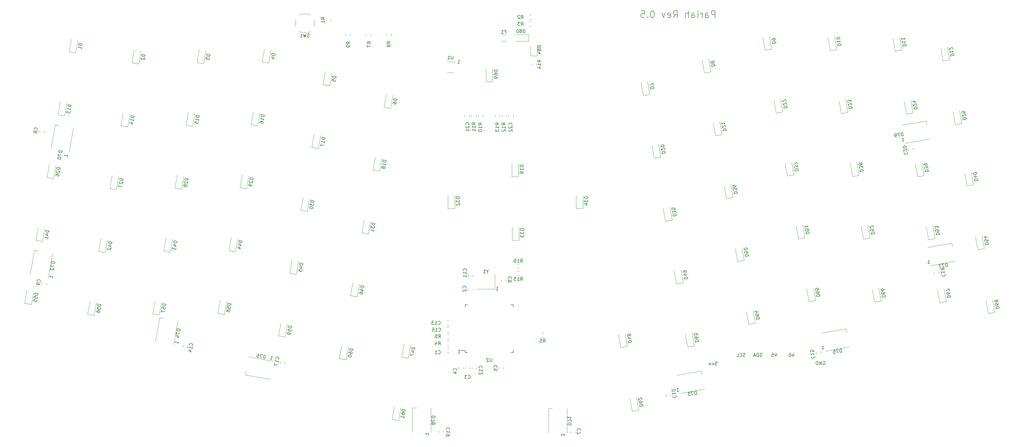
<source format=gbr>
G04 #@! TF.GenerationSoftware,KiCad,Pcbnew,(5.1.4)-1*
G04 #@! TF.CreationDate,2020-06-06T10:26:38-06:00*
G04 #@! TF.ProjectId,pariah_staggered,70617269-6168-45f7-9374-616767657265,rev?*
G04 #@! TF.SameCoordinates,Original*
G04 #@! TF.FileFunction,Legend,Bot*
G04 #@! TF.FilePolarity,Positive*
%FSLAX46Y46*%
G04 Gerber Fmt 4.6, Leading zero omitted, Abs format (unit mm)*
G04 Created by KiCad (PCBNEW (5.1.4)-1) date 2020-06-06 10:26:38*
%MOMM*%
%LPD*%
G04 APERTURE LIST*
%ADD10C,0.203200*%
%ADD11C,0.120000*%
%ADD12C,0.150000*%
%ADD13C,2.352000*%
%ADD14C,4.089800*%
%ADD15C,1.852000*%
%ADD16R,1.802000X1.802000*%
%ADD17C,1.802000*%
%ADD18C,0.100000*%
%ADD19C,1.252000*%
%ADD20C,1.002000*%
%ADD21R,1.302000X1.002000*%
%ADD22C,1.102000*%
%ADD23R,1.102000X1.602000*%
%ADD24C,3.102000*%
%ADD25O,1.102000X2.202000*%
%ADD26C,0.752000*%
%ADD27O,1.102000X1.702000*%
%ADD28R,1.802000X1.102000*%
%ADD29R,1.162000X0.752000*%
%ADD30R,0.652000X1.602000*%
%ADD31R,1.602000X0.652000*%
%ADD32R,2.202000X1.902000*%
%ADD33C,1.527000*%
%ADD34R,2.902000X3.702000*%
%ADD35C,2.102000*%
%ADD36R,1.002000X1.302000*%
G04 APERTURE END LIST*
D10*
X67291857Y58135761D02*
X67291857Y60167761D01*
X66517761Y60167761D01*
X66324238Y60071000D01*
X66227476Y59974238D01*
X66130714Y59780714D01*
X66130714Y59490428D01*
X66227476Y59296904D01*
X66324238Y59200142D01*
X66517761Y59103380D01*
X67291857Y59103380D01*
X64389000Y58135761D02*
X64389000Y59200142D01*
X64485761Y59393666D01*
X64679285Y59490428D01*
X65066333Y59490428D01*
X65259857Y59393666D01*
X64389000Y58232523D02*
X64582523Y58135761D01*
X65066333Y58135761D01*
X65259857Y58232523D01*
X65356619Y58426047D01*
X65356619Y58619571D01*
X65259857Y58813095D01*
X65066333Y58909857D01*
X64582523Y58909857D01*
X64389000Y59006619D01*
X63421380Y58135761D02*
X63421380Y59490428D01*
X63421380Y59103380D02*
X63324619Y59296904D01*
X63227857Y59393666D01*
X63034333Y59490428D01*
X62840809Y59490428D01*
X62163476Y58135761D02*
X62163476Y59490428D01*
X62163476Y60167761D02*
X62260238Y60071000D01*
X62163476Y59974238D01*
X62066714Y60071000D01*
X62163476Y60167761D01*
X62163476Y59974238D01*
X60325000Y58135761D02*
X60325000Y59200142D01*
X60421761Y59393666D01*
X60615285Y59490428D01*
X61002333Y59490428D01*
X61195857Y59393666D01*
X60325000Y58232523D02*
X60518523Y58135761D01*
X61002333Y58135761D01*
X61195857Y58232523D01*
X61292619Y58426047D01*
X61292619Y58619571D01*
X61195857Y58813095D01*
X61002333Y58909857D01*
X60518523Y58909857D01*
X60325000Y59006619D01*
X59357380Y58135761D02*
X59357380Y60167761D01*
X58486523Y58135761D02*
X58486523Y59200142D01*
X58583285Y59393666D01*
X58776809Y59490428D01*
X59067095Y59490428D01*
X59260619Y59393666D01*
X59357380Y59296904D01*
X54809571Y58135761D02*
X55486904Y59103380D01*
X55970714Y58135761D02*
X55970714Y60167761D01*
X55196619Y60167761D01*
X55003095Y60071000D01*
X54906333Y59974238D01*
X54809571Y59780714D01*
X54809571Y59490428D01*
X54906333Y59296904D01*
X55003095Y59200142D01*
X55196619Y59103380D01*
X55970714Y59103380D01*
X53164619Y58232523D02*
X53358142Y58135761D01*
X53745190Y58135761D01*
X53938714Y58232523D01*
X54035476Y58426047D01*
X54035476Y59200142D01*
X53938714Y59393666D01*
X53745190Y59490428D01*
X53358142Y59490428D01*
X53164619Y59393666D01*
X53067857Y59200142D01*
X53067857Y59006619D01*
X54035476Y58813095D01*
X52390523Y59490428D02*
X51906714Y58135761D01*
X51422904Y59490428D01*
X48713571Y60167761D02*
X48520047Y60167761D01*
X48326523Y60071000D01*
X48229761Y59974238D01*
X48133000Y59780714D01*
X48036238Y59393666D01*
X48036238Y58909857D01*
X48133000Y58522809D01*
X48229761Y58329285D01*
X48326523Y58232523D01*
X48520047Y58135761D01*
X48713571Y58135761D01*
X48907095Y58232523D01*
X49003857Y58329285D01*
X49100619Y58522809D01*
X49197380Y58909857D01*
X49197380Y59393666D01*
X49100619Y59780714D01*
X49003857Y59974238D01*
X48907095Y60071000D01*
X48713571Y60167761D01*
X47165380Y58329285D02*
X47068619Y58232523D01*
X47165380Y58135761D01*
X47262142Y58232523D01*
X47165380Y58329285D01*
X47165380Y58135761D01*
X45230142Y60167761D02*
X46197761Y60167761D01*
X46294523Y59200142D01*
X46197761Y59296904D01*
X46004238Y59393666D01*
X45520428Y59393666D01*
X45326904Y59296904D01*
X45230142Y59200142D01*
X45133380Y59006619D01*
X45133380Y58522809D01*
X45230142Y58329285D01*
X45326904Y58232523D01*
X45520428Y58135761D01*
X46004238Y58135761D01*
X46197761Y58232523D01*
X46294523Y58329285D01*
D11*
X-12057748Y-41858000D02*
X-12580252Y-41858000D01*
X-12057748Y-40438000D02*
X-12580252Y-40438000D01*
X-6250000Y-23321252D02*
X-6250000Y-22798748D01*
X-4830000Y-23321252D02*
X-4830000Y-22798748D01*
X-5767000Y-46220748D02*
X-5767000Y-46743252D01*
X-7187000Y-46220748D02*
X-7187000Y-46743252D01*
X-7799000Y-46220748D02*
X-7799000Y-46743252D01*
X-9219000Y-46220748D02*
X-9219000Y-46743252D01*
X4266000Y-46220748D02*
X4266000Y-46743252D01*
X2846000Y-46220748D02*
X2846000Y-46743252D01*
X-133964579Y23986007D02*
X-133873848Y24500573D01*
X-132566152Y23739427D02*
X-132475421Y24253993D01*
X25680000Y-65358748D02*
X25680000Y-65881252D01*
X24260000Y-65358748D02*
X24260000Y-65881252D01*
X3608000Y-20581252D02*
X3608000Y-20058748D01*
X5028000Y-20581252D02*
X5028000Y-20058748D01*
X-131865421Y-20976007D02*
X-131956152Y-21490573D01*
X-133263848Y-20729427D02*
X-133354579Y-21243993D01*
X54013848Y-54189427D02*
X54104579Y-54703993D01*
X52615421Y-54436007D02*
X52706152Y-54950573D01*
X-4830000Y-18588748D02*
X-4830000Y-19111252D01*
X-6250000Y-18588748D02*
X-6250000Y-19111252D01*
X-3735000Y-46220748D02*
X-3735000Y-46743252D01*
X-5155000Y-46220748D02*
X-5155000Y-46743252D01*
X-12580252Y-32310000D02*
X-12057748Y-32310000D01*
X-12580252Y-33730000D02*
X-12057748Y-33730000D01*
X-89865421Y-39876007D02*
X-89956152Y-40390573D01*
X-91263848Y-39629427D02*
X-91354579Y-40143993D01*
X98723848Y-41529427D02*
X98814579Y-42043993D01*
X97325421Y-41776007D02*
X97416152Y-42290573D01*
X-12066748Y-35762000D02*
X-12589252Y-35762000D01*
X-12066748Y-34342000D02*
X-12589252Y-34342000D01*
X-62384579Y-45103993D02*
X-62293848Y-44589427D01*
X-60986152Y-45350573D02*
X-60895421Y-44836007D01*
X133893848Y-17729427D02*
X133984579Y-18243993D01*
X132495421Y-17976007D02*
X132586152Y-18490573D01*
X-13620000Y-65238748D02*
X-13620000Y-65761252D01*
X-15040000Y-65238748D02*
X-15040000Y-65761252D01*
X126153848Y19240573D02*
X126244579Y18726007D01*
X124755421Y18993993D02*
X124846152Y18479427D01*
X-5894000Y29090252D02*
X-5894000Y28567748D01*
X-7314000Y29090252D02*
X-7314000Y28567748D01*
X7187000Y29090252D02*
X7187000Y28567748D01*
X5767000Y29090252D02*
X5767000Y28567748D01*
X-123230900Y47616784D02*
X-122553672Y51457535D01*
X-125200515Y47964081D02*
X-124523287Y51804831D01*
X-123230900Y47616784D02*
X-125200515Y47964081D01*
X-104469901Y44308784D02*
X-103792673Y48149535D01*
X-106439516Y44656081D02*
X-105762288Y48496831D01*
X-104469901Y44308784D02*
X-106439516Y44656081D01*
X-85101901Y44447784D02*
X-84424673Y48288535D01*
X-87071516Y44795081D02*
X-86394288Y48635831D01*
X-85101901Y44447784D02*
X-87071516Y44795081D01*
X-65733901Y44585784D02*
X-65056673Y48426535D01*
X-67703516Y44933081D02*
X-67026288Y48773831D01*
X-65733901Y44585784D02*
X-67703516Y44933081D01*
X-47580901Y37831784D02*
X-46903673Y41672535D01*
X-49550516Y38179081D02*
X-48873288Y42019831D01*
X-47580901Y37831784D02*
X-49550516Y38179081D01*
X-29427901Y31076784D02*
X-28750673Y34917535D01*
X-31397516Y31424081D02*
X-30720288Y35264831D01*
X-29427901Y31076784D02*
X-31397516Y31424081D01*
X47827516Y35247581D02*
X47150288Y39088331D01*
X45857901Y34900284D02*
X45180673Y38741035D01*
X47827516Y35247581D02*
X45857901Y34900284D01*
X65980516Y42002581D02*
X65303288Y45843331D01*
X64010901Y41655284D02*
X63333673Y45496035D01*
X65980516Y42002581D02*
X64010901Y41655284D01*
X84133516Y48756581D02*
X83456288Y52597331D01*
X82163901Y48409284D02*
X81486673Y52250035D01*
X84133516Y48756581D02*
X82163901Y48409284D01*
X103501516Y48618581D02*
X102824288Y52459331D01*
X101531901Y48271284D02*
X100854673Y52112035D01*
X103501516Y48618581D02*
X101531901Y48271284D01*
X122869516Y48479581D02*
X122192288Y52320331D01*
X120899901Y48132284D02*
X120222673Y51973035D01*
X122869516Y48479581D02*
X120899901Y48132284D01*
X137106766Y45582831D02*
X136429538Y49423581D01*
X135137151Y45235534D02*
X134459923Y49076285D01*
X137106766Y45582831D02*
X135137151Y45235534D01*
X-126538901Y28855783D02*
X-125861673Y32696534D01*
X-128508516Y29203080D02*
X-127831288Y33043830D01*
X-126538901Y28855783D02*
X-128508516Y29203080D01*
X-107777901Y25547784D02*
X-107100673Y29388535D01*
X-109747516Y25895081D02*
X-109070288Y29735831D01*
X-107777901Y25547784D02*
X-109747516Y25895081D01*
X-88409901Y25686784D02*
X-87732673Y29527535D01*
X-90379516Y26034081D02*
X-89702288Y29874831D01*
X-88409901Y25686784D02*
X-90379516Y26034081D01*
X-69041901Y25824784D02*
X-68364673Y29665535D01*
X-71011516Y26172081D02*
X-70334288Y30012831D01*
X-69041901Y25824784D02*
X-71011516Y26172081D01*
X-50888901Y19070784D02*
X-50211673Y22911535D01*
X-52858516Y19418081D02*
X-52181288Y23258831D01*
X-50888901Y19070784D02*
X-52858516Y19418081D01*
X-32735901Y12315784D02*
X-32058673Y16156535D01*
X-34705516Y12663081D02*
X-34028288Y16503831D01*
X-32735901Y12315784D02*
X-34705516Y12663081D01*
X51135516Y16486581D02*
X50458288Y20327331D01*
X49165901Y16139284D02*
X48488673Y19980035D01*
X51135516Y16486581D02*
X49165901Y16139284D01*
X69288516Y23241581D02*
X68611288Y27082331D01*
X67318901Y22894284D02*
X66641673Y26735035D01*
X69288516Y23241581D02*
X67318901Y22894284D01*
X87441516Y29995581D02*
X86764288Y33836331D01*
X85471901Y29648284D02*
X84794673Y33489035D01*
X87441516Y29995581D02*
X85471901Y29648284D01*
X106809516Y29857581D02*
X106132288Y33698331D01*
X104839901Y29510284D02*
X104162673Y33351035D01*
X106809516Y29857581D02*
X104839901Y29510284D01*
X126177516Y29718581D02*
X125500288Y33559331D01*
X124207901Y29371284D02*
X123530673Y33212035D01*
X126177516Y29718581D02*
X124207901Y29371284D01*
X140788997Y26570264D02*
X140111769Y30411014D01*
X138819382Y26222967D02*
X138142154Y30063718D01*
X140788997Y26570264D02*
X138819382Y26222967D01*
X-129846901Y10094784D02*
X-129169673Y13935535D01*
X-131816516Y10442081D02*
X-131139288Y14282831D01*
X-129846901Y10094784D02*
X-131816516Y10442081D01*
X-111085901Y6786784D02*
X-110408673Y10627535D01*
X-113055516Y7134081D02*
X-112378288Y10974831D01*
X-111085901Y6786784D02*
X-113055516Y7134081D01*
X-91717901Y6925784D02*
X-91040673Y10766535D01*
X-93687516Y7273081D02*
X-93010288Y11113831D01*
X-91717901Y6925784D02*
X-93687516Y7273081D01*
X-72349901Y7063784D02*
X-71672673Y10904535D01*
X-74319516Y7411081D02*
X-73642288Y11251831D01*
X-72349901Y7063784D02*
X-74319516Y7411081D01*
X-54196901Y309784D02*
X-53519673Y4150535D01*
X-56166516Y657081D02*
X-55489288Y4497831D01*
X-54196901Y309784D02*
X-56166516Y657081D01*
X-36043901Y-6445216D02*
X-35366673Y-2604465D01*
X-38013516Y-6097919D02*
X-37336288Y-2257169D01*
X-36043901Y-6445216D02*
X-38013516Y-6097919D01*
X-10310000Y1140000D02*
X-10310000Y5040000D01*
X-12310000Y1140000D02*
X-12310000Y5040000D01*
X-10310000Y1140000D02*
X-12310000Y1140000D01*
X8820000Y-8350000D02*
X8820000Y-4450000D01*
X6820000Y-8350000D02*
X6820000Y-4450000D01*
X8820000Y-8350000D02*
X6820000Y-8350000D01*
X27870000Y1180000D02*
X27870000Y5080000D01*
X25870000Y1180000D02*
X25870000Y5080000D01*
X27870000Y1180000D02*
X25870000Y1180000D01*
X54443516Y-2274419D02*
X53766288Y1566331D01*
X52473901Y-2621716D02*
X51796673Y1219035D01*
X54443516Y-2274419D02*
X52473901Y-2621716D01*
X72596516Y4480581D02*
X71919288Y8321331D01*
X70626901Y4133284D02*
X69949673Y7974035D01*
X72596516Y4480581D02*
X70626901Y4133284D01*
X90749516Y11234581D02*
X90072288Y15075331D01*
X88779901Y10887284D02*
X88102673Y14728035D01*
X90749516Y11234581D02*
X88779901Y10887284D01*
X110117516Y11096581D02*
X109440288Y14937331D01*
X108147901Y10749284D02*
X107470673Y14590035D01*
X110117516Y11096581D02*
X108147901Y10749284D01*
X129485516Y10957581D02*
X128808288Y14798331D01*
X127515901Y10610284D02*
X126838673Y14451035D01*
X129485516Y10957581D02*
X127515901Y10610284D01*
X144250516Y8276581D02*
X143573288Y12117331D01*
X142280901Y7929284D02*
X141603673Y11770035D01*
X144250516Y8276581D02*
X142280901Y7929284D01*
X-133154901Y-8666216D02*
X-132477673Y-4825465D01*
X-135124516Y-8318919D02*
X-134447288Y-4478169D01*
X-133154901Y-8666216D02*
X-135124516Y-8318919D01*
X-114393901Y-11974216D02*
X-113716673Y-8133465D01*
X-116363516Y-11626919D02*
X-115686288Y-7786169D01*
X-114393901Y-11974216D02*
X-116363516Y-11626919D01*
X-95025901Y-11835216D02*
X-94348673Y-7994465D01*
X-96995516Y-11487919D02*
X-96318288Y-7647169D01*
X-95025901Y-11835216D02*
X-96995516Y-11487919D01*
X-75657901Y-11697216D02*
X-74980673Y-7856465D01*
X-77627516Y-11349919D02*
X-76950288Y-7509169D01*
X-75657901Y-11697216D02*
X-77627516Y-11349919D01*
X-57504900Y-18451216D02*
X-56827672Y-14610465D01*
X-59474515Y-18103919D02*
X-58797287Y-14263169D01*
X-57504900Y-18451216D02*
X-59474515Y-18103919D01*
X-39351901Y-25206216D02*
X-38674673Y-21365465D01*
X-41321516Y-24858919D02*
X-40644288Y-21018169D01*
X-39351901Y-25206216D02*
X-41321516Y-24858919D01*
X8690000Y10660000D02*
X8690000Y14560000D01*
X6690000Y10660000D02*
X6690000Y14560000D01*
X8690000Y10660000D02*
X6690000Y10660000D01*
X57751516Y-21035419D02*
X57074288Y-17194669D01*
X55781901Y-21382716D02*
X55104673Y-17541965D01*
X57751516Y-21035419D02*
X55781901Y-21382716D01*
X75904515Y-14280419D02*
X75227287Y-10439669D01*
X73934900Y-14627716D02*
X73257672Y-10786965D01*
X75904515Y-14280419D02*
X73934900Y-14627716D01*
X94057516Y-7526419D02*
X93380288Y-3685669D01*
X92087901Y-7873716D02*
X91410673Y-4032965D01*
X94057516Y-7526419D02*
X92087901Y-7873716D01*
X113425516Y-7664419D02*
X112748288Y-3823669D01*
X111455901Y-8011716D02*
X110778673Y-4170965D01*
X113425516Y-7664419D02*
X111455901Y-8011716D01*
X132793516Y-7803419D02*
X132116288Y-3962669D01*
X130823901Y-8150716D02*
X130146673Y-4309965D01*
X132793516Y-7803419D02*
X130823901Y-8150716D01*
X147425516Y-10773419D02*
X146748288Y-6932669D01*
X145455901Y-11120716D02*
X144778673Y-7279965D01*
X147425516Y-10773419D02*
X145455901Y-11120716D01*
X-136462901Y-27427216D02*
X-135785673Y-23586465D01*
X-138432516Y-27079919D02*
X-137755288Y-23239169D01*
X-136462901Y-27427216D02*
X-138432516Y-27079919D01*
X-117701901Y-30735216D02*
X-117024673Y-26894465D01*
X-119671516Y-30387919D02*
X-118994288Y-26547169D01*
X-117701901Y-30735216D02*
X-119671516Y-30387919D01*
X-98333901Y-30596216D02*
X-97656673Y-26755465D01*
X-100303516Y-30248919D02*
X-99626288Y-26408169D01*
X-98333901Y-30596216D02*
X-100303516Y-30248919D01*
X-78965901Y-30458216D02*
X-78288673Y-26617465D01*
X-80935516Y-30110919D02*
X-80258288Y-26270169D01*
X-78965901Y-30458216D02*
X-80935516Y-30110919D01*
X-60812901Y-37212216D02*
X-60135673Y-33371465D01*
X-62782516Y-36864919D02*
X-62105288Y-33024169D01*
X-60812901Y-37212216D02*
X-62782516Y-36864919D01*
X-42659901Y-43967216D02*
X-41982673Y-40126465D01*
X-44629516Y-43619919D02*
X-43952288Y-39779169D01*
X-42659901Y-43967216D02*
X-44629516Y-43619919D01*
X-27045901Y-62129466D02*
X-26368673Y-58288715D01*
X-29015516Y-61782169D02*
X-28338288Y-57941419D01*
X-27045901Y-62129466D02*
X-29015516Y-61782169D01*
X44475516Y-59012169D02*
X43798288Y-55171419D01*
X42505901Y-59359466D02*
X41828673Y-55518715D01*
X44475516Y-59012169D02*
X42505901Y-59359466D01*
X61059516Y-39795419D02*
X60382288Y-35954669D01*
X59089901Y-40142716D02*
X58412673Y-36301965D01*
X61059516Y-39795419D02*
X59089901Y-40142716D01*
X79212516Y-33040418D02*
X78535288Y-29199668D01*
X77242901Y-33387715D02*
X76565673Y-29546964D01*
X79212516Y-33040418D02*
X77242901Y-33387715D01*
X97195516Y-26282169D02*
X96518288Y-22441419D01*
X95225901Y-26629466D02*
X94548673Y-22788715D01*
X97195516Y-26282169D02*
X95225901Y-26629466D01*
X116733516Y-26424419D02*
X116056288Y-22583669D01*
X114763901Y-26771716D02*
X114086673Y-22930965D01*
X116733516Y-26424419D02*
X114763901Y-26771716D01*
X136101516Y-26563419D02*
X135424288Y-22722669D01*
X134131901Y-26910716D02*
X133454673Y-23069965D01*
X136101516Y-26563419D02*
X134131901Y-26910716D01*
X150600516Y-29823419D02*
X149923288Y-25982669D01*
X148630901Y-30170716D02*
X147953673Y-26329965D01*
X150600516Y-29823419D02*
X148630901Y-30170716D01*
X1000000Y39025000D02*
X1000000Y42925000D01*
X-1000000Y39025000D02*
X-1000000Y42925000D01*
X1000000Y39025000D02*
X-1000000Y39025000D01*
X-129328405Y26170081D02*
X-128195877Y25970385D01*
X-130596037Y18980984D02*
X-129328405Y26170081D01*
X-125179595Y18025919D02*
X-123911963Y25215016D01*
X17640000Y-58540000D02*
X18790000Y-58540000D01*
X17640000Y-65840000D02*
X17640000Y-58540000D01*
X23140000Y-65840000D02*
X23140000Y-58540000D01*
X-135551405Y-11294919D02*
X-134418877Y-11494615D01*
X-136819037Y-18484016D02*
X-135551405Y-11294919D01*
X-131402595Y-19439081D02*
X-130134963Y-12249984D01*
X63057016Y-47317963D02*
X63256711Y-48450492D01*
X55867919Y-48585595D02*
X63057016Y-47317963D01*
X56822984Y-54002037D02*
X64012081Y-52734405D01*
X-98174659Y-31367303D02*
X-97042131Y-31566999D01*
X-99442291Y-38556400D02*
X-98174659Y-31367303D01*
X-94025849Y-39511465D02*
X-92758217Y-32322368D01*
X106256400Y-34727709D02*
X106456095Y-35860238D01*
X99067303Y-35995341D02*
X106256400Y-34727709D01*
X100022368Y-41411783D02*
X107211465Y-40144151D01*
X-72632081Y-48504405D02*
X-72432385Y-47371877D01*
X-65442984Y-49772037D02*
X-72632081Y-48504405D01*
X-64487919Y-44355595D02*
X-71677016Y-43087963D01*
X137767016Y-9147963D02*
X137966711Y-10280492D01*
X130577919Y-10415595D02*
X137767016Y-9147963D01*
X131532984Y-15832037D02*
X138722081Y-14564405D01*
X-22870000Y-58370000D02*
X-21720000Y-58370000D01*
X-22870000Y-65670000D02*
X-22870000Y-58370000D01*
X-17370000Y-65670000D02*
X-17370000Y-58370000D01*
X130157016Y27342037D02*
X130356711Y26209508D01*
X122967919Y26074405D02*
X130157016Y27342037D01*
X123922984Y20657963D02*
X131112081Y21925595D01*
X-47169000Y57665252D02*
X-47169000Y57142748D01*
X-48589000Y57665252D02*
X-48589000Y57142748D01*
X12453252Y57583000D02*
X11930748Y57583000D01*
X12453252Y59003000D02*
X11930748Y59003000D01*
X12453252Y55551000D02*
X11930748Y55551000D01*
X12453252Y56971000D02*
X11930748Y56971000D01*
X-12066748Y-39826000D02*
X-12589252Y-39826000D01*
X-12066748Y-38406000D02*
X-12589252Y-38406000D01*
X15613748Y-35993000D02*
X16136252Y-35993000D01*
X15613748Y-37413000D02*
X16136252Y-37413000D01*
X-12066748Y-37794000D02*
X-12589252Y-37794000D01*
X-12066748Y-36374000D02*
X-12589252Y-36374000D01*
X-36670000Y52748748D02*
X-36670000Y53271252D01*
X-35250000Y52748748D02*
X-35250000Y53271252D01*
X-30680000Y52778748D02*
X-30680000Y53301252D01*
X-29260000Y52778748D02*
X-29260000Y53301252D01*
X-42740000Y52758748D02*
X-42740000Y53281252D01*
X-41320000Y52758748D02*
X-41320000Y53281252D01*
X-3250000Y28567748D02*
X-3250000Y29090252D01*
X-1830000Y28567748D02*
X-1830000Y29090252D01*
X-5282000Y28576748D02*
X-5282000Y29099252D01*
X-3862000Y28576748D02*
X-3862000Y29099252D01*
X3735000Y28567748D02*
X3735000Y29090252D01*
X5155000Y28567748D02*
X5155000Y29090252D01*
X1703000Y28567748D02*
X1703000Y29090252D01*
X3123000Y28567748D02*
X3123000Y29090252D01*
X-56241000Y53765000D02*
X-53741000Y53765000D01*
X-57741000Y55515000D02*
X-57741000Y57515000D01*
X-56241000Y59265000D02*
X-53741000Y59265000D01*
X-52241000Y55515000D02*
X-52241000Y57515000D01*
X-56691000Y54215000D02*
X-56241000Y53765000D01*
X-53291000Y54215000D02*
X-53741000Y53765000D01*
X-53291000Y58815000D02*
X-53741000Y59265000D01*
X-56691000Y58815000D02*
X-56241000Y59265000D01*
X-12457000Y44917000D02*
X-10007000Y44917000D01*
X-10657000Y41697000D02*
X-12457000Y41697000D01*
D12*
X-7175000Y-41271000D02*
X-8450000Y-41271000D01*
X7175000Y-41846000D02*
X6500000Y-41846000D01*
X7175000Y-27496000D02*
X6500000Y-27496000D01*
X-7175000Y-27496000D02*
X-6500000Y-27496000D01*
X-7175000Y-41846000D02*
X-6500000Y-41846000D01*
X-7175000Y-27496000D02*
X-7175000Y-28171000D01*
X7175000Y-27496000D02*
X7175000Y-28171000D01*
X7175000Y-41846000D02*
X7175000Y-41171000D01*
X-7175000Y-41846000D02*
X-7175000Y-41271000D01*
D11*
X1684000Y-22901000D02*
X-3716000Y-22901000D01*
X1684000Y-18501000D02*
X1684000Y-22901000D01*
X4920064Y52980000D02*
X3715936Y52980000D01*
X4920064Y51160000D02*
X3715936Y51160000D01*
X14250000Y49570000D02*
X14250000Y46710000D01*
X14250000Y46710000D02*
X12330000Y46710000D01*
X12330000Y46710000D02*
X12330000Y49570000D01*
X14010000Y43928748D02*
X14010000Y44451252D01*
X12590000Y43928748D02*
X12590000Y44451252D01*
X8378748Y-18930000D02*
X8901252Y-18930000D01*
X8378748Y-17510000D02*
X8901252Y-17510000D01*
X8881252Y-16820000D02*
X8358748Y-16820000D01*
X8881252Y-15400000D02*
X8358748Y-15400000D01*
X-24145901Y-43529466D02*
X-23468673Y-39688715D01*
X-26115516Y-43182169D02*
X-25438288Y-39341419D01*
X-24145901Y-43529466D02*
X-26115516Y-43182169D01*
X41115516Y-39992169D02*
X39145901Y-40339466D01*
X39145901Y-40339466D02*
X38468673Y-36498715D01*
X41115516Y-39992169D02*
X40438288Y-36151419D01*
X11690000Y53080000D02*
X11690000Y51080000D01*
X11690000Y51080000D02*
X7790000Y51080000D01*
X11690000Y53080000D02*
X7790000Y53080000D01*
D12*
X-15200333Y-42140142D02*
X-15152714Y-42187761D01*
X-15009857Y-42235380D01*
X-14914619Y-42235380D01*
X-14771761Y-42187761D01*
X-14676523Y-42092523D01*
X-14628904Y-41997285D01*
X-14581285Y-41806809D01*
X-14581285Y-41663952D01*
X-14628904Y-41473476D01*
X-14676523Y-41378238D01*
X-14771761Y-41283000D01*
X-14914619Y-41235380D01*
X-15009857Y-41235380D01*
X-15152714Y-41283000D01*
X-15200333Y-41330619D01*
X-16152714Y-42235380D02*
X-15581285Y-42235380D01*
X-15867000Y-42235380D02*
X-15867000Y-41235380D01*
X-15771761Y-41378238D01*
X-15676523Y-41473476D01*
X-15581285Y-41521095D01*
X-6992857Y-22633333D02*
X-6945238Y-22585714D01*
X-6897619Y-22442857D01*
X-6897619Y-22347619D01*
X-6945238Y-22204761D01*
X-7040476Y-22109523D01*
X-7135714Y-22061904D01*
X-7326190Y-22014285D01*
X-7469047Y-22014285D01*
X-7659523Y-22061904D01*
X-7754761Y-22109523D01*
X-7850000Y-22204761D01*
X-7897619Y-22347619D01*
X-7897619Y-22442857D01*
X-7850000Y-22585714D01*
X-7802380Y-22633333D01*
X-7802380Y-23014285D02*
X-7850000Y-23061904D01*
X-7897619Y-23157142D01*
X-7897619Y-23395238D01*
X-7850000Y-23490476D01*
X-7802380Y-23538095D01*
X-7707142Y-23585714D01*
X-7611904Y-23585714D01*
X-7469047Y-23538095D01*
X-6897619Y-22966666D01*
X-6897619Y-23585714D01*
X-6310333Y-49506142D02*
X-6262714Y-49553761D01*
X-6119857Y-49601380D01*
X-6024619Y-49601380D01*
X-5881761Y-49553761D01*
X-5786523Y-49458523D01*
X-5738904Y-49363285D01*
X-5691285Y-49172809D01*
X-5691285Y-49029952D01*
X-5738904Y-48839476D01*
X-5786523Y-48744238D01*
X-5881761Y-48649000D01*
X-6024619Y-48601380D01*
X-6119857Y-48601380D01*
X-6262714Y-48649000D01*
X-6310333Y-48696619D01*
X-6643666Y-48601380D02*
X-7262714Y-48601380D01*
X-6929380Y-48982333D01*
X-7072238Y-48982333D01*
X-7167476Y-49029952D01*
X-7215095Y-49077571D01*
X-7262714Y-49172809D01*
X-7262714Y-49410904D01*
X-7215095Y-49506142D01*
X-7167476Y-49553761D01*
X-7072238Y-49601380D01*
X-6786523Y-49601380D01*
X-6691285Y-49553761D01*
X-6643666Y-49506142D01*
X-9802857Y-47204333D02*
X-9755238Y-47156714D01*
X-9707619Y-47013857D01*
X-9707619Y-46918619D01*
X-9755238Y-46775761D01*
X-9850476Y-46680523D01*
X-9945714Y-46632904D01*
X-10136190Y-46585285D01*
X-10279047Y-46585285D01*
X-10469523Y-46632904D01*
X-10564761Y-46680523D01*
X-10660000Y-46775761D01*
X-10707619Y-46918619D01*
X-10707619Y-47013857D01*
X-10660000Y-47156714D01*
X-10612380Y-47204333D01*
X-10374285Y-48061476D02*
X-9707619Y-48061476D01*
X-10755238Y-47823380D02*
X-10040952Y-47585285D01*
X-10040952Y-48204333D01*
X2263142Y-46315333D02*
X2310761Y-46267714D01*
X2358380Y-46124857D01*
X2358380Y-46029619D01*
X2310761Y-45886761D01*
X2215523Y-45791523D01*
X2120285Y-45743904D01*
X1929809Y-45696285D01*
X1786952Y-45696285D01*
X1596476Y-45743904D01*
X1501238Y-45791523D01*
X1406000Y-45886761D01*
X1358380Y-46029619D01*
X1358380Y-46124857D01*
X1406000Y-46267714D01*
X1453619Y-46315333D01*
X1358380Y-47220095D02*
X1358380Y-46743904D01*
X1834571Y-46696285D01*
X1786952Y-46743904D01*
X1739333Y-46839142D01*
X1739333Y-47077238D01*
X1786952Y-47172476D01*
X1834571Y-47220095D01*
X1929809Y-47267714D01*
X2167904Y-47267714D01*
X2263142Y-47220095D01*
X2310761Y-47172476D01*
X2358380Y-47077238D01*
X2358380Y-46839142D01*
X2310761Y-46743904D01*
X2263142Y-46696285D01*
X-134754341Y24567117D02*
X-134699177Y24605744D01*
X-134627474Y24738161D01*
X-134610936Y24831953D01*
X-134633025Y24980908D01*
X-134710278Y25091238D01*
X-134795800Y25154671D01*
X-134975114Y25234643D01*
X-135115801Y25259449D01*
X-135311652Y25245630D01*
X-135413712Y25215272D01*
X-135524041Y25138019D01*
X-135595744Y25005601D01*
X-135612282Y24911810D01*
X-135590193Y24762854D01*
X-135551566Y24707689D01*
X-135794199Y23880106D02*
X-135761123Y24067689D01*
X-135697690Y24153211D01*
X-135642525Y24191838D01*
X-135485300Y24260822D01*
X-135289449Y24274642D01*
X-134914284Y24208490D01*
X-134828762Y24145056D01*
X-134790135Y24089892D01*
X-134759777Y23987832D01*
X-134792853Y23800249D01*
X-134856287Y23714727D01*
X-134911451Y23676100D01*
X-135013512Y23645743D01*
X-135247990Y23687087D01*
X-135333512Y23750521D01*
X-135372138Y23805686D01*
X-135402496Y23907746D01*
X-135369420Y24095328D01*
X-135305987Y24180850D01*
X-135250822Y24219477D01*
X-135148762Y24249835D01*
X27098380Y-65163502D02*
X27145999Y-65115883D01*
X27193618Y-64973026D01*
X27193618Y-64877788D01*
X27145999Y-64734930D01*
X27050761Y-64639692D01*
X26955523Y-64592073D01*
X26765047Y-64544454D01*
X26622190Y-64544454D01*
X26431714Y-64592073D01*
X26336476Y-64639692D01*
X26241238Y-64734930D01*
X26193618Y-64877788D01*
X26193618Y-64973026D01*
X26241238Y-65115883D01*
X26288857Y-65163502D01*
X26193618Y-65496835D02*
X26193618Y-66163502D01*
X27193618Y-65734930D01*
X6497142Y-19843333D02*
X6544761Y-19795714D01*
X6592380Y-19652857D01*
X6592380Y-19557619D01*
X6544761Y-19414761D01*
X6449523Y-19319523D01*
X6354285Y-19271904D01*
X6163809Y-19224285D01*
X6020952Y-19224285D01*
X5830476Y-19271904D01*
X5735238Y-19319523D01*
X5640000Y-19414761D01*
X5592380Y-19557619D01*
X5592380Y-19652857D01*
X5640000Y-19795714D01*
X5687619Y-19843333D01*
X6020952Y-20414761D02*
X5973333Y-20319523D01*
X5925714Y-20271904D01*
X5830476Y-20224285D01*
X5782857Y-20224285D01*
X5687619Y-20271904D01*
X5640000Y-20319523D01*
X5592380Y-20414761D01*
X5592380Y-20605238D01*
X5640000Y-20700476D01*
X5687619Y-20748095D01*
X5782857Y-20795714D01*
X5830476Y-20795714D01*
X5925714Y-20748095D01*
X5973333Y-20700476D01*
X6020952Y-20605238D01*
X6020952Y-20414761D01*
X6068571Y-20319523D01*
X6116190Y-20271904D01*
X6211428Y-20224285D01*
X6401904Y-20224285D01*
X6497142Y-20271904D01*
X6544761Y-20319523D01*
X6592380Y-20414761D01*
X6592380Y-20605238D01*
X6544761Y-20700476D01*
X6497142Y-20748095D01*
X6401904Y-20795714D01*
X6211428Y-20795714D01*
X6116190Y-20748095D01*
X6068571Y-20700476D01*
X6020952Y-20605238D01*
X-133854274Y-20721363D02*
X-133799110Y-20682736D01*
X-133727407Y-20550319D01*
X-133710869Y-20456527D01*
X-133732958Y-20307572D01*
X-133810211Y-20197242D01*
X-133895733Y-20133809D01*
X-134075047Y-20053837D01*
X-134215734Y-20029031D01*
X-134411585Y-20042850D01*
X-134513645Y-20073208D01*
X-134623974Y-20150461D01*
X-134695677Y-20282879D01*
X-134712215Y-20376670D01*
X-134690126Y-20525626D01*
X-134651499Y-20580791D01*
X-133843172Y-21206857D02*
X-133876248Y-21394440D01*
X-133939682Y-21479962D01*
X-133994846Y-21518588D01*
X-134152071Y-21587573D01*
X-134347923Y-21601393D01*
X-134723087Y-21535241D01*
X-134808610Y-21471807D01*
X-134847236Y-21416643D01*
X-134877594Y-21314583D01*
X-134844518Y-21127000D01*
X-134781085Y-21041478D01*
X-134725920Y-21002851D01*
X-134623860Y-20972494D01*
X-134389382Y-21013838D01*
X-134303860Y-21077272D01*
X-134265233Y-21132436D01*
X-134234875Y-21234497D01*
X-134267951Y-21422079D01*
X-134331385Y-21507601D01*
X-134386549Y-21546228D01*
X-134488609Y-21576586D01*
X54770913Y-54766107D02*
X54732287Y-54821272D01*
X54710198Y-54970228D01*
X54726736Y-55064019D01*
X54798438Y-55196437D01*
X54908768Y-55273690D01*
X55010828Y-55304048D01*
X55206679Y-55317868D01*
X55347366Y-55293061D01*
X55526679Y-55213089D01*
X55612202Y-55149656D01*
X55689455Y-55039327D01*
X55711544Y-54890371D01*
X55695006Y-54796580D01*
X55623303Y-54664162D01*
X55568139Y-54625535D01*
X54511743Y-53844733D02*
X54610971Y-54407480D01*
X54561357Y-54126107D02*
X55546165Y-53952459D01*
X55422016Y-54071057D01*
X55344762Y-54181386D01*
X55314405Y-54283446D01*
X55389054Y-53061442D02*
X55372516Y-52967651D01*
X55309083Y-52882129D01*
X55253918Y-52843502D01*
X55151858Y-52813144D01*
X54956007Y-52799325D01*
X54721529Y-52840669D01*
X54542215Y-52920641D01*
X54456693Y-52984074D01*
X54418066Y-53039239D01*
X54387709Y-53141299D01*
X54404246Y-53235090D01*
X54467680Y-53320613D01*
X54522845Y-53359239D01*
X54624905Y-53389597D01*
X54820756Y-53403417D01*
X55055234Y-53362072D01*
X55234548Y-53282100D01*
X55320070Y-53218667D01*
X55358697Y-53163502D01*
X55389054Y-53061442D01*
X-6903857Y-17424142D02*
X-6856238Y-17376523D01*
X-6808619Y-17233666D01*
X-6808619Y-17138428D01*
X-6856238Y-16995571D01*
X-6951476Y-16900333D01*
X-7046714Y-16852714D01*
X-7237190Y-16805095D01*
X-7380047Y-16805095D01*
X-7570523Y-16852714D01*
X-7665761Y-16900333D01*
X-7761000Y-16995571D01*
X-7808619Y-17138428D01*
X-7808619Y-17233666D01*
X-7761000Y-17376523D01*
X-7713380Y-17424142D01*
X-6808619Y-18376523D02*
X-6808619Y-17805095D01*
X-6808619Y-18090809D02*
X-7808619Y-18090809D01*
X-7665761Y-17995571D01*
X-7570523Y-17900333D01*
X-7522904Y-17805095D01*
X-6808619Y-19328904D02*
X-6808619Y-18757476D01*
X-6808619Y-19043190D02*
X-7808619Y-19043190D01*
X-7665761Y-18947952D01*
X-7570523Y-18852714D01*
X-7522904Y-18757476D01*
X-2182857Y-46474142D02*
X-2135238Y-46426523D01*
X-2087619Y-46283666D01*
X-2087619Y-46188428D01*
X-2135238Y-46045571D01*
X-2230476Y-45950333D01*
X-2325714Y-45902714D01*
X-2516190Y-45855095D01*
X-2659047Y-45855095D01*
X-2849523Y-45902714D01*
X-2944761Y-45950333D01*
X-3040000Y-46045571D01*
X-3087619Y-46188428D01*
X-3087619Y-46283666D01*
X-3040000Y-46426523D01*
X-2992380Y-46474142D01*
X-2087619Y-47426523D02*
X-2087619Y-46855095D01*
X-2087619Y-47140809D02*
X-3087619Y-47140809D01*
X-2944761Y-47045571D01*
X-2849523Y-46950333D01*
X-2801904Y-46855095D01*
X-2992380Y-47807476D02*
X-3040000Y-47855095D01*
X-3087619Y-47950333D01*
X-3087619Y-48188428D01*
X-3040000Y-48283666D01*
X-2992380Y-48331285D01*
X-2897142Y-48378904D01*
X-2801904Y-48378904D01*
X-2659047Y-48331285D01*
X-2087619Y-47759857D01*
X-2087619Y-48378904D01*
X-15232142Y-33377142D02*
X-15184523Y-33424761D01*
X-15041666Y-33472380D01*
X-14946428Y-33472380D01*
X-14803571Y-33424761D01*
X-14708333Y-33329523D01*
X-14660714Y-33234285D01*
X-14613095Y-33043809D01*
X-14613095Y-32900952D01*
X-14660714Y-32710476D01*
X-14708333Y-32615238D01*
X-14803571Y-32520000D01*
X-14946428Y-32472380D01*
X-15041666Y-32472380D01*
X-15184523Y-32520000D01*
X-15232142Y-32567619D01*
X-16184523Y-33472380D02*
X-15613095Y-33472380D01*
X-15898809Y-33472380D02*
X-15898809Y-32472380D01*
X-15803571Y-32615238D01*
X-15708333Y-32710476D01*
X-15613095Y-32758095D01*
X-16517857Y-32472380D02*
X-17136904Y-32472380D01*
X-16803571Y-32853333D01*
X-16946428Y-32853333D01*
X-17041666Y-32900952D01*
X-17089285Y-32948571D01*
X-17136904Y-33043809D01*
X-17136904Y-33281904D01*
X-17089285Y-33377142D01*
X-17041666Y-33424761D01*
X-16946428Y-33472380D01*
X-16660714Y-33472380D01*
X-16565476Y-33424761D01*
X-16517857Y-33377142D01*
X-88491651Y-39778926D02*
X-88436487Y-39740299D01*
X-88364784Y-39607882D01*
X-88348246Y-39514090D01*
X-88370335Y-39365135D01*
X-88447589Y-39254805D01*
X-88533111Y-39191372D01*
X-88712424Y-39111400D01*
X-88853111Y-39086594D01*
X-89048962Y-39100413D01*
X-89151023Y-39130771D01*
X-89261352Y-39208024D01*
X-89333054Y-39340442D01*
X-89349592Y-39434233D01*
X-89327503Y-39583189D01*
X-89288877Y-39638354D01*
X-88563239Y-40733376D02*
X-88464012Y-40170629D01*
X-88513626Y-40452002D02*
X-89498433Y-40278354D01*
X-89341209Y-40209370D01*
X-89230880Y-40132117D01*
X-89167446Y-40046594D01*
X-89368619Y-41461732D02*
X-88712081Y-41577497D01*
X-89702439Y-41161102D02*
X-88957660Y-41050658D01*
X-89065157Y-41660301D01*
X96059913Y-42995107D02*
X96021287Y-43050272D01*
X95999198Y-43199228D01*
X96015736Y-43293019D01*
X96087438Y-43425437D01*
X96197768Y-43502690D01*
X96299828Y-43533048D01*
X96495679Y-43546868D01*
X96636366Y-43522061D01*
X96815679Y-43442089D01*
X96901202Y-43378656D01*
X96978455Y-43268327D01*
X97000544Y-43119371D01*
X96984006Y-43025580D01*
X96912303Y-42893162D01*
X96857139Y-42854535D01*
X95800743Y-42073733D02*
X95899971Y-42636480D01*
X95850357Y-42355107D02*
X96835165Y-42181459D01*
X96711016Y-42300057D01*
X96633762Y-42410386D01*
X96603405Y-42512446D01*
X96628440Y-41009068D02*
X96711130Y-41478025D01*
X96250443Y-41607610D01*
X96289070Y-41552445D01*
X96319427Y-41450385D01*
X96278083Y-41215907D01*
X96214649Y-41130385D01*
X96159484Y-41091758D01*
X96057424Y-41061400D01*
X95822946Y-41102745D01*
X95737424Y-41166179D01*
X95698797Y-41221343D01*
X95668440Y-41323403D01*
X95709784Y-41557882D01*
X95773218Y-41643404D01*
X95828383Y-41682030D01*
X-15105142Y-35409142D02*
X-15057523Y-35456761D01*
X-14914666Y-35504380D01*
X-14819428Y-35504380D01*
X-14676571Y-35456761D01*
X-14581333Y-35361523D01*
X-14533714Y-35266285D01*
X-14486095Y-35075809D01*
X-14486095Y-34932952D01*
X-14533714Y-34742476D01*
X-14581333Y-34647238D01*
X-14676571Y-34552000D01*
X-14819428Y-34504380D01*
X-14914666Y-34504380D01*
X-15057523Y-34552000D01*
X-15105142Y-34599619D01*
X-16057523Y-35504380D02*
X-15486095Y-35504380D01*
X-15771809Y-35504380D02*
X-15771809Y-34504380D01*
X-15676571Y-34647238D01*
X-15581333Y-34742476D01*
X-15486095Y-34790095D01*
X-16914666Y-34504380D02*
X-16724190Y-34504380D01*
X-16628952Y-34552000D01*
X-16581333Y-34599619D01*
X-16486095Y-34742476D01*
X-16438476Y-34932952D01*
X-16438476Y-35313904D01*
X-16486095Y-35409142D01*
X-16533714Y-35456761D01*
X-16628952Y-35504380D01*
X-16819428Y-35504380D01*
X-16914666Y-35456761D01*
X-16962285Y-35409142D01*
X-17009904Y-35313904D01*
X-17009904Y-35075809D01*
X-16962285Y-34980571D01*
X-16914666Y-34932952D01*
X-16819428Y-34885333D01*
X-16628952Y-34885333D01*
X-16533714Y-34932952D01*
X-16486095Y-34980571D01*
X-16438476Y-35075809D01*
X-62827651Y-43869926D02*
X-62772487Y-43831299D01*
X-62700784Y-43698882D01*
X-62684246Y-43605090D01*
X-62706335Y-43456135D01*
X-62783589Y-43345805D01*
X-62869111Y-43282372D01*
X-63048424Y-43202400D01*
X-63189111Y-43177594D01*
X-63384962Y-43191413D01*
X-63487023Y-43221771D01*
X-63597352Y-43299024D01*
X-63669054Y-43431442D01*
X-63685592Y-43525233D01*
X-63663503Y-43674189D01*
X-63624877Y-43729354D01*
X-62899239Y-44824376D02*
X-62800012Y-44261629D01*
X-62849626Y-44543002D02*
X-63834433Y-44369354D01*
X-63677209Y-44300370D01*
X-63566880Y-44223117D01*
X-63503446Y-44137594D01*
X-63941930Y-44978997D02*
X-64057695Y-45635536D01*
X-62998467Y-45387123D01*
X134904913Y-18551107D02*
X134866287Y-18606272D01*
X134844198Y-18755228D01*
X134860736Y-18849019D01*
X134932438Y-18981437D01*
X135042768Y-19058690D01*
X135144828Y-19089048D01*
X135340679Y-19102868D01*
X135481366Y-19078061D01*
X135660679Y-18998089D01*
X135746202Y-18934656D01*
X135823455Y-18824327D01*
X135845544Y-18675371D01*
X135829006Y-18581580D01*
X135757303Y-18449162D01*
X135702139Y-18410535D01*
X134645743Y-17629733D02*
X134744971Y-18192480D01*
X134695357Y-17911107D02*
X135680165Y-17737459D01*
X135556016Y-17856057D01*
X135478762Y-17966386D01*
X135448405Y-18068446D01*
X135109263Y-16967758D02*
X135172696Y-17053281D01*
X135227861Y-17091907D01*
X135329921Y-17122265D01*
X135376817Y-17113996D01*
X135462339Y-17050562D01*
X135500966Y-16995398D01*
X135531323Y-16893338D01*
X135498247Y-16705755D01*
X135434814Y-16620233D01*
X135379649Y-16581606D01*
X135277589Y-16551249D01*
X135230693Y-16559518D01*
X135145171Y-16622951D01*
X135106545Y-16678116D01*
X135076187Y-16780176D01*
X135109263Y-16967758D01*
X135078905Y-17069819D01*
X135040278Y-17124983D01*
X134954756Y-17188417D01*
X134767174Y-17221492D01*
X134665114Y-17191135D01*
X134609949Y-17152508D01*
X134546515Y-17066986D01*
X134513440Y-16879403D01*
X134543797Y-16777343D01*
X134582424Y-16722179D01*
X134667946Y-16658745D01*
X134855529Y-16625669D01*
X134957589Y-16656027D01*
X135012753Y-16694654D01*
X135076187Y-16780176D01*
X-11905568Y-64879501D02*
X-11857949Y-64831882D01*
X-11810330Y-64689025D01*
X-11810330Y-64593787D01*
X-11857949Y-64450930D01*
X-11953187Y-64355692D01*
X-12048425Y-64308073D01*
X-12238901Y-64260454D01*
X-12381758Y-64260454D01*
X-12572234Y-64308073D01*
X-12667472Y-64355692D01*
X-12762711Y-64450930D01*
X-12810330Y-64593787D01*
X-12810330Y-64689025D01*
X-12762711Y-64831882D01*
X-12715091Y-64879501D01*
X-11810330Y-65831882D02*
X-11810330Y-65260454D01*
X-11810330Y-65546168D02*
X-12810330Y-65546168D01*
X-12667472Y-65450930D01*
X-12572234Y-65355692D01*
X-12524615Y-65260454D01*
X-11810330Y-66308073D02*
X-11810330Y-66498549D01*
X-11857949Y-66593787D01*
X-11905568Y-66641406D01*
X-12048425Y-66736644D01*
X-12238901Y-66784263D01*
X-12619853Y-66784263D01*
X-12715091Y-66736644D01*
X-12762711Y-66689025D01*
X-12810330Y-66593787D01*
X-12810330Y-66403311D01*
X-12762711Y-66308073D01*
X-12715091Y-66260454D01*
X-12619853Y-66212835D01*
X-12381758Y-66212835D01*
X-12286520Y-66260454D01*
X-12238901Y-66308073D01*
X-12191282Y-66403311D01*
X-12191282Y-66593787D01*
X-12238901Y-66689025D01*
X-12286520Y-66736644D01*
X-12381758Y-66784263D01*
X123634980Y17878373D02*
X123596354Y17823208D01*
X123574265Y17674252D01*
X123590803Y17580461D01*
X123662505Y17448043D01*
X123772835Y17370790D01*
X123874895Y17340432D01*
X124070746Y17326612D01*
X124211433Y17351419D01*
X124390746Y17431391D01*
X124476269Y17494824D01*
X124553522Y17605153D01*
X124575611Y17754109D01*
X124559073Y17847900D01*
X124487370Y17980318D01*
X124432206Y18018945D01*
X124366054Y18394110D02*
X124404681Y18449274D01*
X124435038Y18551335D01*
X124393694Y18785813D01*
X124330260Y18871335D01*
X124275095Y18909961D01*
X124173035Y18940319D01*
X124079244Y18923781D01*
X123946826Y18852079D01*
X123483306Y18190104D01*
X123375810Y18799747D01*
X124253121Y19583038D02*
X124236583Y19676829D01*
X124173150Y19762351D01*
X124117985Y19800978D01*
X124015925Y19831336D01*
X123820074Y19845155D01*
X123585596Y19803811D01*
X123406282Y19723839D01*
X123320760Y19660406D01*
X123282133Y19605241D01*
X123251776Y19503181D01*
X123268313Y19409390D01*
X123331747Y19323867D01*
X123386912Y19285241D01*
X123488972Y19254883D01*
X123684823Y19241063D01*
X123919301Y19282408D01*
X124098615Y19362380D01*
X124184137Y19425813D01*
X124222764Y19480978D01*
X124253121Y19583038D01*
X-6119857Y26169857D02*
X-6072238Y26217476D01*
X-6024619Y26360333D01*
X-6024619Y26455571D01*
X-6072238Y26598428D01*
X-6167476Y26693666D01*
X-6262714Y26741285D01*
X-6453190Y26788904D01*
X-6596047Y26788904D01*
X-6786523Y26741285D01*
X-6881761Y26693666D01*
X-6977000Y26598428D01*
X-7024619Y26455571D01*
X-7024619Y26360333D01*
X-6977000Y26217476D01*
X-6929380Y26169857D01*
X-6929380Y25788904D02*
X-6977000Y25741285D01*
X-7024619Y25646047D01*
X-7024619Y25407952D01*
X-6977000Y25312714D01*
X-6929380Y25265095D01*
X-6834142Y25217476D01*
X-6738904Y25217476D01*
X-6596047Y25265095D01*
X-6024619Y25836523D01*
X-6024619Y25217476D01*
X-6024619Y24265095D02*
X-6024619Y24836523D01*
X-6024619Y24550809D02*
X-7024619Y24550809D01*
X-6881761Y24646047D01*
X-6786523Y24741285D01*
X-6738904Y24836523D01*
X6707142Y26042857D02*
X6754761Y26090476D01*
X6802380Y26233333D01*
X6802380Y26328571D01*
X6754761Y26471428D01*
X6659523Y26566666D01*
X6564285Y26614285D01*
X6373809Y26661904D01*
X6230952Y26661904D01*
X6040476Y26614285D01*
X5945238Y26566666D01*
X5850000Y26471428D01*
X5802380Y26328571D01*
X5802380Y26233333D01*
X5850000Y26090476D01*
X5897619Y26042857D01*
X5897619Y25661904D02*
X5850000Y25614285D01*
X5802380Y25519047D01*
X5802380Y25280952D01*
X5850000Y25185714D01*
X5897619Y25138095D01*
X5992857Y25090476D01*
X6088095Y25090476D01*
X6230952Y25138095D01*
X6802380Y25709523D01*
X6802380Y25090476D01*
X5897619Y24709523D02*
X5850000Y24661904D01*
X5802380Y24566666D01*
X5802380Y24328571D01*
X5850000Y24233333D01*
X5897619Y24185714D01*
X5992857Y24138095D01*
X6088095Y24138095D01*
X6230952Y24185714D01*
X6802380Y24757142D01*
X6802380Y24138095D01*
X-121281705Y50307280D02*
X-122266513Y50480928D01*
X-122307858Y50246450D01*
X-122285769Y50097495D01*
X-122208516Y49987166D01*
X-122122994Y49923732D01*
X-121943680Y49843761D01*
X-121802993Y49818954D01*
X-121607142Y49832773D01*
X-121505082Y49863131D01*
X-121394753Y49940384D01*
X-121323050Y50072802D01*
X-121281705Y50307280D01*
X-121546312Y48806621D02*
X-121447085Y49369368D01*
X-121496698Y49087994D02*
X-122481506Y49261643D01*
X-122324281Y49330627D01*
X-122213952Y49407880D01*
X-122150519Y49493403D01*
X-102520706Y46999280D02*
X-103505514Y47172928D01*
X-103546859Y46938450D01*
X-103524770Y46789495D01*
X-103447517Y46679166D01*
X-103361995Y46615732D01*
X-103182681Y46535761D01*
X-103041994Y46510954D01*
X-102846143Y46524773D01*
X-102744083Y46555131D01*
X-102633754Y46632384D01*
X-102562051Y46764802D01*
X-102520706Y46999280D01*
X-103577102Y46218478D02*
X-103632267Y46179852D01*
X-103695700Y46094329D01*
X-103737045Y45859851D01*
X-103706687Y45757791D01*
X-103668061Y45702627D01*
X-103582538Y45639193D01*
X-103488747Y45622655D01*
X-103339791Y45644744D01*
X-102677817Y46108264D01*
X-102785313Y45498621D01*
X-83152706Y47138280D02*
X-84137514Y47311928D01*
X-84178859Y47077450D01*
X-84156770Y46928495D01*
X-84079517Y46818166D01*
X-83993995Y46754732D01*
X-83814681Y46674761D01*
X-83673994Y46649954D01*
X-83478143Y46663773D01*
X-83376083Y46694131D01*
X-83265754Y46771384D01*
X-83194051Y46903802D01*
X-83152706Y47138280D01*
X-84294624Y46420912D02*
X-84402121Y45811269D01*
X-83969073Y46073387D01*
X-83993880Y45932700D01*
X-83963522Y45830640D01*
X-83924896Y45775475D01*
X-83839374Y45712041D01*
X-83604896Y45670697D01*
X-83502835Y45701054D01*
X-83447671Y45739681D01*
X-83384237Y45825203D01*
X-83334623Y46106577D01*
X-83364981Y46208637D01*
X-83403608Y46263802D01*
X-63784706Y47276280D02*
X-64769514Y47449928D01*
X-64810859Y47215450D01*
X-64788770Y47066495D01*
X-64711517Y46956166D01*
X-64625995Y46892732D01*
X-64446681Y46812761D01*
X-64305994Y46787954D01*
X-64110143Y46801773D01*
X-64008083Y46832131D01*
X-63897754Y46909384D01*
X-63826051Y47041802D01*
X-63784706Y47276280D01*
X-64689314Y45985178D02*
X-64032775Y45869412D01*
X-65023134Y46285807D02*
X-64278355Y46396251D01*
X-64385851Y45786608D01*
X-45631706Y40522280D02*
X-46616514Y40695928D01*
X-46657859Y40461450D01*
X-46635770Y40312495D01*
X-46558517Y40202166D01*
X-46472995Y40138732D01*
X-46293681Y40058761D01*
X-46152994Y40033954D01*
X-45957143Y40047773D01*
X-45855083Y40078131D01*
X-45744754Y40155384D01*
X-45673051Y40287802D01*
X-45631706Y40522280D01*
X-46872852Y39242165D02*
X-46790162Y39711121D01*
X-46312937Y39675327D01*
X-46368102Y39636700D01*
X-46431535Y39551178D01*
X-46472880Y39316700D01*
X-46442522Y39214640D01*
X-46403896Y39159475D01*
X-46318374Y39096041D01*
X-46083896Y39054697D01*
X-45981835Y39085054D01*
X-45926671Y39123681D01*
X-45863237Y39209203D01*
X-45821892Y39443681D01*
X-45852250Y39545741D01*
X-45890877Y39600906D01*
X-27478706Y33767280D02*
X-28463514Y33940928D01*
X-28504859Y33706450D01*
X-28482770Y33557495D01*
X-28405517Y33447166D01*
X-28319995Y33383732D01*
X-28140681Y33303761D01*
X-27999994Y33278954D01*
X-27804143Y33292773D01*
X-27702083Y33323131D01*
X-27591754Y33400384D01*
X-27520051Y33532802D01*
X-27478706Y33767280D01*
X-28711583Y32534060D02*
X-28678507Y32721643D01*
X-28615074Y32807165D01*
X-28559909Y32845792D01*
X-28402684Y32914776D01*
X-28206833Y32928596D01*
X-27831668Y32862444D01*
X-27746146Y32799010D01*
X-27707519Y32743846D01*
X-27677161Y32641786D01*
X-27710237Y32454203D01*
X-27773671Y32368681D01*
X-27828835Y32330054D01*
X-27930896Y32299697D01*
X-28165374Y32341041D01*
X-28250896Y32404475D01*
X-28289522Y32459640D01*
X-28319880Y32561700D01*
X-28286804Y32749282D01*
X-28223371Y32834804D01*
X-28168206Y32873431D01*
X-28066146Y32903789D01*
X48104276Y36831608D02*
X49089084Y37005257D01*
X49047739Y37239735D01*
X48976037Y37372153D01*
X48865707Y37449406D01*
X48763647Y37479764D01*
X48567796Y37493583D01*
X48427109Y37468776D01*
X48247796Y37388805D01*
X48162273Y37325371D01*
X48085020Y37215042D01*
X48062931Y37066086D01*
X48104276Y36831608D01*
X48931974Y37896273D02*
X48816208Y38552812D01*
X47905821Y37957103D01*
X66257276Y43586608D02*
X67242084Y43760257D01*
X67200739Y43994735D01*
X67129037Y44127153D01*
X67018707Y44204406D01*
X66916647Y44234764D01*
X66720796Y44248583D01*
X66580109Y44223776D01*
X66400796Y44143805D01*
X66315273Y44080371D01*
X66238020Y43970042D01*
X66215931Y43821086D01*
X66257276Y43586608D01*
X66621568Y44811331D02*
X66685002Y44725808D01*
X66740166Y44687182D01*
X66842227Y44656824D01*
X66889122Y44665093D01*
X66974644Y44728526D01*
X67013271Y44783691D01*
X67043629Y44885751D01*
X67010553Y45073334D01*
X66947119Y45158856D01*
X66891955Y45197483D01*
X66789895Y45227840D01*
X66742999Y45219571D01*
X66657477Y45156138D01*
X66618850Y45100973D01*
X66588493Y44998913D01*
X66621568Y44811331D01*
X66591211Y44709270D01*
X66552584Y44654106D01*
X66467062Y44590672D01*
X66279479Y44557596D01*
X66177419Y44587954D01*
X66122255Y44626581D01*
X66058821Y44712103D01*
X66025745Y44899685D01*
X66056103Y45001746D01*
X66094730Y45056910D01*
X66180252Y45120344D01*
X66367834Y45153420D01*
X66469894Y45123062D01*
X66525059Y45084435D01*
X66588493Y44998913D01*
X84410276Y50340608D02*
X85395084Y50514257D01*
X85353739Y50748735D01*
X85282037Y50881153D01*
X85171707Y50958406D01*
X85069647Y50988764D01*
X84873796Y51002583D01*
X84733109Y50977776D01*
X84553796Y50897805D01*
X84468273Y50834371D01*
X84391020Y50724042D01*
X84368931Y50575086D01*
X84410276Y50340608D01*
X84228359Y51372312D02*
X84195283Y51559894D01*
X84225641Y51661954D01*
X84264267Y51717119D01*
X84388416Y51835717D01*
X84567730Y51915689D01*
X84942895Y51981840D01*
X85044955Y51951483D01*
X85100119Y51912856D01*
X85163553Y51827334D01*
X85196629Y51639751D01*
X85166271Y51537691D01*
X85127644Y51482526D01*
X85042122Y51419093D01*
X84807644Y51377748D01*
X84705584Y51408106D01*
X84650419Y51446732D01*
X84586986Y51532255D01*
X84553910Y51719837D01*
X84584268Y51821897D01*
X84622894Y51877062D01*
X84708417Y51940495D01*
X103860966Y49733652D02*
X104845773Y49907301D01*
X104804429Y50141779D01*
X104732726Y50274196D01*
X104622397Y50351450D01*
X104520337Y50381807D01*
X104324485Y50395627D01*
X104183799Y50370820D01*
X104004485Y50290849D01*
X103918963Y50227415D01*
X103841710Y50117086D01*
X103819621Y49968130D01*
X103860966Y49733652D01*
X103596359Y51234312D02*
X103695587Y50671565D01*
X103645973Y50952938D02*
X104630781Y51126586D01*
X104506632Y51007988D01*
X104429378Y50897659D01*
X104399021Y50795599D01*
X104473670Y52017603D02*
X104457132Y52111394D01*
X104393699Y52196916D01*
X104338534Y52235543D01*
X104236474Y52265901D01*
X104040623Y52279720D01*
X103806145Y52238376D01*
X103626831Y52158404D01*
X103541309Y52094971D01*
X103502682Y52039806D01*
X103472325Y51937746D01*
X103488862Y51843955D01*
X103552296Y51758432D01*
X103607461Y51719806D01*
X103709521Y51689448D01*
X103905372Y51675628D01*
X104139850Y51716973D01*
X104319164Y51796945D01*
X104404686Y51860378D01*
X104443313Y51915543D01*
X104473670Y52017603D01*
X123228966Y49594652D02*
X124213773Y49768301D01*
X124172429Y50002779D01*
X124100726Y50135196D01*
X123990397Y50212450D01*
X123888337Y50242807D01*
X123692485Y50256627D01*
X123551799Y50231820D01*
X123372485Y50151849D01*
X123286963Y50088415D01*
X123209710Y49978086D01*
X123187621Y49829130D01*
X123228966Y49594652D01*
X122964359Y51095312D02*
X123063587Y50532565D01*
X123013973Y50813938D02*
X123998781Y50987586D01*
X123874632Y50868988D01*
X123797378Y50758659D01*
X123767021Y50656599D01*
X122798980Y52033224D02*
X122898207Y51470477D01*
X122848594Y51751850D02*
X123833401Y51925498D01*
X123709252Y51806900D01*
X123631999Y51696571D01*
X123601641Y51594511D01*
X137466216Y46697902D02*
X138451023Y46871551D01*
X138409679Y47106029D01*
X138337976Y47238446D01*
X138227647Y47315700D01*
X138125587Y47346057D01*
X137929735Y47359877D01*
X137789049Y47335070D01*
X137609735Y47255099D01*
X137524213Y47191665D01*
X137446960Y47081336D01*
X137424871Y46932380D01*
X137466216Y46697902D01*
X137201609Y48198562D02*
X137300837Y47635815D01*
X137251223Y47917188D02*
X138236031Y48090836D01*
X138111882Y47972238D01*
X138034628Y47861909D01*
X138004271Y47759849D01*
X138026474Y48730837D02*
X138065100Y48786002D01*
X138095458Y48888062D01*
X138054113Y49122540D01*
X137990680Y49208062D01*
X137935515Y49246689D01*
X137833455Y49277046D01*
X137739664Y49260508D01*
X137607246Y49188806D01*
X137143726Y48526831D01*
X137036230Y49136474D01*
X-124507017Y32015235D02*
X-125491824Y32188884D01*
X-125533169Y31954405D01*
X-125511081Y31805450D01*
X-125433827Y31695121D01*
X-125348305Y31631687D01*
X-125168992Y31551716D01*
X-125028305Y31526909D01*
X-124832453Y31540728D01*
X-124730393Y31571086D01*
X-124620064Y31648339D01*
X-124548362Y31780757D01*
X-124507017Y32015235D01*
X-124771623Y30514576D02*
X-124672396Y31077323D01*
X-124722010Y30795950D02*
X-125706817Y30969598D01*
X-125549593Y31038582D01*
X-125439264Y31115835D01*
X-125375830Y31201358D01*
X-125814314Y30359955D02*
X-125921810Y29750312D01*
X-125488763Y30012430D01*
X-125513570Y29871743D01*
X-125483212Y29769683D01*
X-125444585Y29714518D01*
X-125359063Y29651084D01*
X-125124585Y29609740D01*
X-125022525Y29640097D01*
X-124967360Y29678724D01*
X-124903927Y29764246D01*
X-124854313Y30045620D01*
X-124884671Y30147680D01*
X-124923297Y30202845D01*
X-105746017Y28707236D02*
X-106730824Y28880885D01*
X-106772169Y28646406D01*
X-106750081Y28497451D01*
X-106672827Y28387122D01*
X-106587305Y28323688D01*
X-106407992Y28243717D01*
X-106267305Y28218910D01*
X-106071453Y28232729D01*
X-105969393Y28263087D01*
X-105859064Y28340340D01*
X-105787362Y28472758D01*
X-105746017Y28707236D01*
X-106010623Y27206577D02*
X-105911396Y27769324D01*
X-105961010Y27487951D02*
X-106945817Y27661599D01*
X-106788593Y27730583D01*
X-106678264Y27807836D01*
X-106614830Y27893359D01*
X-106816003Y26478221D02*
X-106159465Y26362456D01*
X-107149823Y26778851D02*
X-106405044Y26889295D01*
X-106512541Y26279652D01*
X-86378017Y28846236D02*
X-87362824Y29019885D01*
X-87404169Y28785406D01*
X-87382081Y28636451D01*
X-87304827Y28526122D01*
X-87219305Y28462688D01*
X-87039992Y28382717D01*
X-86899305Y28357910D01*
X-86703453Y28371729D01*
X-86601393Y28402087D01*
X-86491064Y28479340D01*
X-86419362Y28611758D01*
X-86378017Y28846236D01*
X-86642623Y27345577D02*
X-86543396Y27908324D01*
X-86593010Y27626951D02*
X-87577817Y27800599D01*
X-87420593Y27869583D01*
X-87310264Y27946836D01*
X-87246830Y28032359D01*
X-87784541Y26628209D02*
X-87701852Y27097165D01*
X-87224627Y27061371D01*
X-87279791Y27022744D01*
X-87343225Y26937222D01*
X-87384570Y26702744D01*
X-87354212Y26600684D01*
X-87315585Y26545519D01*
X-87230063Y26482085D01*
X-86995585Y26440741D01*
X-86893525Y26471098D01*
X-86838360Y26509725D01*
X-86774927Y26595247D01*
X-86733582Y26829725D01*
X-86763940Y26931785D01*
X-86802566Y26986950D01*
X-67010017Y28984236D02*
X-67994824Y29157885D01*
X-68036169Y28923406D01*
X-68014081Y28774451D01*
X-67936827Y28664122D01*
X-67851305Y28600688D01*
X-67671992Y28520717D01*
X-67531305Y28495910D01*
X-67335453Y28509729D01*
X-67233393Y28540087D01*
X-67123064Y28617340D01*
X-67051362Y28749758D01*
X-67010017Y28984236D01*
X-67274623Y27483577D02*
X-67175396Y28046324D01*
X-67225010Y27764951D02*
X-68209817Y27938599D01*
X-68052593Y28007583D01*
X-67942264Y28084836D01*
X-67878830Y28170359D01*
X-68408273Y26813104D02*
X-68375197Y27000687D01*
X-68311763Y27086209D01*
X-68256599Y27124836D01*
X-68099374Y27193820D01*
X-67903522Y27207640D01*
X-67528358Y27141488D01*
X-67442835Y27078054D01*
X-67404209Y27022890D01*
X-67373851Y26920830D01*
X-67406927Y26733247D01*
X-67470360Y26647725D01*
X-67525525Y26609098D01*
X-67627585Y26578741D01*
X-67862063Y26620085D01*
X-67947585Y26683519D01*
X-67986212Y26738684D01*
X-68016570Y26840744D01*
X-67983494Y27028326D01*
X-67920060Y27113848D01*
X-67864896Y27152475D01*
X-67762836Y27182833D01*
X-48857017Y22230236D02*
X-49841824Y22403885D01*
X-49883169Y22169406D01*
X-49861081Y22020451D01*
X-49783827Y21910122D01*
X-49698305Y21846688D01*
X-49518992Y21766717D01*
X-49378305Y21741910D01*
X-49182453Y21755729D01*
X-49080393Y21786087D01*
X-48970064Y21863340D01*
X-48898362Y21995758D01*
X-48857017Y22230236D01*
X-49121623Y20729577D02*
X-49022396Y21292324D01*
X-49072010Y21010951D02*
X-50056817Y21184599D01*
X-49899593Y21253583D01*
X-49789264Y21330836D01*
X-49725830Y21416359D01*
X-50164314Y20574956D02*
X-50280079Y19918417D01*
X-49220851Y20166830D01*
X-30704017Y15475236D02*
X-31688824Y15648885D01*
X-31730169Y15414406D01*
X-31708081Y15265451D01*
X-31630827Y15155122D01*
X-31545305Y15091688D01*
X-31365992Y15011717D01*
X-31225305Y14986910D01*
X-31029453Y15000729D01*
X-30927393Y15031087D01*
X-30817064Y15108340D01*
X-30745362Y15240758D01*
X-30704017Y15475236D01*
X-30968623Y13974577D02*
X-30869396Y14537324D01*
X-30919010Y14255951D02*
X-31903817Y14429599D01*
X-31746593Y14498583D01*
X-31636264Y14575836D01*
X-31572830Y14661359D01*
X-31630598Y13511057D02*
X-31660956Y13613117D01*
X-31699583Y13668282D01*
X-31785105Y13731715D01*
X-31832000Y13739984D01*
X-31934061Y13709627D01*
X-31989225Y13671000D01*
X-32052659Y13585478D01*
X-32085735Y13397895D01*
X-32055377Y13295835D01*
X-32016750Y13240671D01*
X-31931228Y13177237D01*
X-31884332Y13168968D01*
X-31782272Y13199326D01*
X-31727108Y13237952D01*
X-31663674Y13323475D01*
X-31630598Y13511057D01*
X-31567165Y13596579D01*
X-31512000Y13635206D01*
X-31409940Y13665564D01*
X-31222358Y13632488D01*
X-31136835Y13569054D01*
X-31098209Y13513890D01*
X-31067851Y13411830D01*
X-31100927Y13224247D01*
X-31164360Y13138725D01*
X-31219525Y13100098D01*
X-31321585Y13069741D01*
X-31509168Y13102816D01*
X-31594690Y13166250D01*
X-31633316Y13221415D01*
X-31663674Y13323475D01*
X51494966Y17601652D02*
X52479773Y17775301D01*
X52438429Y18009779D01*
X52366726Y18142196D01*
X52256397Y18219450D01*
X52154337Y18249807D01*
X51958485Y18263627D01*
X51817799Y18238820D01*
X51638485Y18158849D01*
X51552963Y18095415D01*
X51475710Y17985086D01*
X51453621Y17836130D01*
X51494966Y17601652D01*
X52220603Y18696675D02*
X52259230Y18751839D01*
X52289587Y18853900D01*
X52248243Y19088378D01*
X52184809Y19173900D01*
X52129644Y19212526D01*
X52027584Y19242884D01*
X51933793Y19226346D01*
X51801375Y19154644D01*
X51337855Y18492669D01*
X51230359Y19102312D01*
X52107670Y19885603D02*
X52091132Y19979394D01*
X52027699Y20064916D01*
X51972534Y20103543D01*
X51870474Y20133901D01*
X51674623Y20147720D01*
X51440145Y20106376D01*
X51260831Y20026404D01*
X51175309Y19962971D01*
X51136682Y19907806D01*
X51106325Y19805746D01*
X51122862Y19711955D01*
X51186296Y19626432D01*
X51241461Y19587806D01*
X51343521Y19557448D01*
X51539372Y19543628D01*
X51773850Y19584973D01*
X51953164Y19664945D01*
X52038686Y19728378D01*
X52077313Y19783543D01*
X52107670Y19885603D01*
X69647966Y24356652D02*
X70632773Y24530301D01*
X70591429Y24764779D01*
X70519726Y24897196D01*
X70409397Y24974450D01*
X70307337Y25004807D01*
X70111485Y25018627D01*
X69970799Y24993820D01*
X69791485Y24913849D01*
X69705963Y24850415D01*
X69628710Y24740086D01*
X69606621Y24591130D01*
X69647966Y24356652D01*
X70373603Y25451675D02*
X70412230Y25506839D01*
X70442587Y25608900D01*
X70401243Y25843378D01*
X70337809Y25928900D01*
X70282644Y25967526D01*
X70180584Y25997884D01*
X70086793Y25981346D01*
X69954375Y25909644D01*
X69490855Y25247669D01*
X69383359Y25857312D01*
X69217980Y26795224D02*
X69317207Y26232477D01*
X69267594Y26513850D02*
X70252401Y26687498D01*
X70128252Y26568900D01*
X70050999Y26458571D01*
X70020641Y26356511D01*
X87800966Y31110652D02*
X88785773Y31284301D01*
X88744429Y31518779D01*
X88672726Y31651196D01*
X88562397Y31728450D01*
X88460337Y31758807D01*
X88264485Y31772627D01*
X88123799Y31747820D01*
X87944485Y31667849D01*
X87858963Y31604415D01*
X87781710Y31494086D01*
X87759621Y31345130D01*
X87800966Y31110652D01*
X88526603Y32205675D02*
X88565230Y32260839D01*
X88595587Y32362900D01*
X88554243Y32597378D01*
X88490809Y32682900D01*
X88435644Y32721526D01*
X88333584Y32751884D01*
X88239793Y32735346D01*
X88107375Y32663644D01*
X87643855Y32001669D01*
X87536359Y32611312D01*
X88361224Y33143587D02*
X88399850Y33198752D01*
X88430208Y33300812D01*
X88388863Y33535290D01*
X88325430Y33620812D01*
X88270265Y33659439D01*
X88168205Y33689796D01*
X88074414Y33673258D01*
X87941996Y33601556D01*
X87478476Y32939581D01*
X87370980Y33549224D01*
X107168966Y30972652D02*
X108153773Y31146301D01*
X108112429Y31380779D01*
X108040726Y31513196D01*
X107930397Y31590450D01*
X107828337Y31620807D01*
X107632485Y31634627D01*
X107491799Y31609820D01*
X107312485Y31529849D01*
X107226963Y31466415D01*
X107149710Y31356086D01*
X107127621Y31207130D01*
X107168966Y30972652D01*
X107894603Y32067675D02*
X107933230Y32122839D01*
X107963587Y32224900D01*
X107922243Y32459378D01*
X107858809Y32544900D01*
X107803644Y32583526D01*
X107701584Y32613884D01*
X107607793Y32597346D01*
X107475375Y32525644D01*
X107011855Y31863669D01*
X106904359Y32473312D01*
X107831284Y32975229D02*
X107723788Y33584872D01*
X107406505Y33190451D01*
X107381699Y33331138D01*
X107318265Y33416660D01*
X107263100Y33455287D01*
X107161040Y33485645D01*
X106926562Y33444300D01*
X106841040Y33380866D01*
X106802413Y33325702D01*
X106772056Y33223642D01*
X106821669Y32942268D01*
X106885103Y32856746D01*
X106940267Y32818119D01*
X126536966Y30833652D02*
X127521773Y31007301D01*
X127480429Y31241779D01*
X127408726Y31374196D01*
X127298397Y31451450D01*
X127196337Y31481807D01*
X127000485Y31495627D01*
X126859799Y31470820D01*
X126680485Y31390849D01*
X126594963Y31327415D01*
X126517710Y31217086D01*
X126495621Y31068130D01*
X126536966Y30833652D01*
X127262603Y31928675D02*
X127301230Y31983839D01*
X127331587Y32085900D01*
X127290243Y32320378D01*
X127226809Y32405900D01*
X127171644Y32444526D01*
X127069584Y32474884D01*
X126975793Y32458346D01*
X126843375Y32386644D01*
X126379855Y31724669D01*
X126272359Y32334312D01*
X126780056Y33294198D02*
X126123518Y33178433D01*
X127196566Y33125872D02*
X126534477Y32767359D01*
X126426980Y33377002D01*
X141148447Y27685335D02*
X142133254Y27858984D01*
X142091910Y28093462D01*
X142020207Y28225879D01*
X141909878Y28303133D01*
X141807818Y28333490D01*
X141611966Y28347310D01*
X141471280Y28322503D01*
X141291966Y28242532D01*
X141206444Y28179098D01*
X141129191Y28068769D01*
X141107102Y27919813D01*
X141148447Y27685335D01*
X141874084Y28780358D02*
X141912711Y28835522D01*
X141943068Y28937583D01*
X141901724Y29172061D01*
X141838290Y29257583D01*
X141783125Y29296209D01*
X141681065Y29326567D01*
X141587274Y29310029D01*
X141454856Y29238327D01*
X140991336Y28576352D01*
X140883840Y29185995D01*
X141711537Y30250660D02*
X141794227Y29781703D01*
X141333540Y29652118D01*
X141372167Y29707283D01*
X141402524Y29809343D01*
X141361180Y30043821D01*
X141297746Y30129343D01*
X141242581Y30167970D01*
X141140521Y30198328D01*
X140906043Y30156983D01*
X140820521Y30093549D01*
X140781894Y30038385D01*
X140751537Y29936325D01*
X140792881Y29701846D01*
X140856315Y29616324D01*
X140911480Y29577698D01*
X-127815017Y13254236D02*
X-128799824Y13427885D01*
X-128841169Y13193406D01*
X-128819081Y13044451D01*
X-128741827Y12934122D01*
X-128656305Y12870688D01*
X-128476992Y12790717D01*
X-128336305Y12765910D01*
X-128140453Y12779729D01*
X-128038393Y12810087D01*
X-127928064Y12887340D01*
X-127856362Y13019758D01*
X-127815017Y13254236D01*
X-128871412Y12473434D02*
X-128926577Y12434808D01*
X-128990011Y12349286D01*
X-129031355Y12114808D01*
X-129000998Y12012747D01*
X-128962371Y11957583D01*
X-128876849Y11894149D01*
X-128783058Y11877611D01*
X-128634102Y11899700D01*
X-127972127Y12363220D01*
X-128079623Y11753577D01*
X-129213273Y11083104D02*
X-129180197Y11270687D01*
X-129116763Y11356209D01*
X-129061599Y11394836D01*
X-128904374Y11463820D01*
X-128708522Y11477640D01*
X-128333358Y11411488D01*
X-128247835Y11348054D01*
X-128209209Y11292890D01*
X-128178851Y11190830D01*
X-128211927Y11003247D01*
X-128275360Y10917725D01*
X-128330525Y10879098D01*
X-128432585Y10848741D01*
X-128667063Y10890085D01*
X-128752585Y10953519D01*
X-128791212Y11008684D01*
X-128821570Y11110744D01*
X-128788494Y11298326D01*
X-128725060Y11383848D01*
X-128669896Y11422475D01*
X-128567836Y11452833D01*
X-109054017Y9946236D02*
X-110038824Y10119885D01*
X-110080169Y9885406D01*
X-110058081Y9736451D01*
X-109980827Y9626122D01*
X-109895305Y9562688D01*
X-109715992Y9482717D01*
X-109575305Y9457910D01*
X-109379453Y9471729D01*
X-109277393Y9502087D01*
X-109167064Y9579340D01*
X-109095362Y9711758D01*
X-109054017Y9946236D01*
X-110110412Y9165434D02*
X-110165577Y9126808D01*
X-110229011Y9041286D01*
X-110270355Y8806808D01*
X-110239998Y8704747D01*
X-110201371Y8649583D01*
X-110115849Y8586149D01*
X-110022058Y8569611D01*
X-109873102Y8591700D01*
X-109211127Y9055220D01*
X-109318623Y8445577D01*
X-110361314Y8290956D02*
X-110477079Y7634417D01*
X-109417851Y7882830D01*
X-89686017Y10085236D02*
X-90670824Y10258885D01*
X-90712169Y10024406D01*
X-90690081Y9875451D01*
X-90612827Y9765122D01*
X-90527305Y9701688D01*
X-90347992Y9621717D01*
X-90207305Y9596910D01*
X-90011453Y9610729D01*
X-89909393Y9641087D01*
X-89799064Y9718340D01*
X-89727362Y9850758D01*
X-89686017Y10085236D01*
X-90742412Y9304434D02*
X-90797577Y9265808D01*
X-90861011Y9180286D01*
X-90902355Y8945808D01*
X-90871998Y8843747D01*
X-90833371Y8788583D01*
X-90747849Y8725149D01*
X-90654058Y8708611D01*
X-90505102Y8730700D01*
X-89843127Y9194220D01*
X-89950623Y8584577D01*
X-90612598Y8121057D02*
X-90642956Y8223117D01*
X-90681583Y8278282D01*
X-90767105Y8341715D01*
X-90814000Y8349984D01*
X-90916061Y8319627D01*
X-90971225Y8281000D01*
X-91034659Y8195478D01*
X-91067735Y8007895D01*
X-91037377Y7905835D01*
X-90998750Y7850671D01*
X-90913228Y7787237D01*
X-90866332Y7778968D01*
X-90764272Y7809326D01*
X-90709108Y7847952D01*
X-90645674Y7933475D01*
X-90612598Y8121057D01*
X-90549165Y8206579D01*
X-90494000Y8245206D01*
X-90391940Y8275564D01*
X-90204358Y8242488D01*
X-90118835Y8179054D01*
X-90080209Y8123890D01*
X-90049851Y8021830D01*
X-90082927Y7834247D01*
X-90146360Y7748725D01*
X-90201525Y7710098D01*
X-90303585Y7679741D01*
X-90491168Y7712816D01*
X-90576690Y7776250D01*
X-90615316Y7831415D01*
X-90645674Y7933475D01*
X-70318017Y10223236D02*
X-71302824Y10396885D01*
X-71344169Y10162406D01*
X-71322081Y10013451D01*
X-71244827Y9903122D01*
X-71159305Y9839688D01*
X-70979992Y9759717D01*
X-70839305Y9734910D01*
X-70643453Y9748729D01*
X-70541393Y9779087D01*
X-70431064Y9856340D01*
X-70359362Y9988758D01*
X-70318017Y10223236D01*
X-71374412Y9442434D02*
X-71429577Y9403808D01*
X-71493011Y9318286D01*
X-71534355Y9083808D01*
X-71503998Y8981747D01*
X-71465371Y8926583D01*
X-71379849Y8863149D01*
X-71286058Y8846611D01*
X-71137102Y8868700D01*
X-70475127Y9332220D01*
X-70582623Y8722577D01*
X-70665313Y8253621D02*
X-70698389Y8066038D01*
X-70761822Y7980516D01*
X-70816987Y7941890D01*
X-70974212Y7872905D01*
X-71170063Y7859085D01*
X-71545228Y7925237D01*
X-71630750Y7988671D01*
X-71669377Y8043835D01*
X-71699735Y8145895D01*
X-71666659Y8333478D01*
X-71603225Y8419000D01*
X-71548061Y8457627D01*
X-71446000Y8487984D01*
X-71211522Y8446640D01*
X-71126000Y8383206D01*
X-71087374Y8328041D01*
X-71057016Y8225981D01*
X-71090092Y8038399D01*
X-71153525Y7952877D01*
X-71208690Y7914250D01*
X-71310750Y7883892D01*
X-52165017Y3469236D02*
X-53149824Y3642885D01*
X-53191169Y3408406D01*
X-53169081Y3259451D01*
X-53091827Y3149122D01*
X-53006305Y3085688D01*
X-52826992Y3005717D01*
X-52686305Y2980910D01*
X-52490453Y2994729D01*
X-52388393Y3025087D01*
X-52278064Y3102340D01*
X-52206362Y3234758D01*
X-52165017Y3469236D01*
X-53306935Y2751868D02*
X-53414431Y2142225D01*
X-52981384Y2404343D01*
X-53006191Y2263656D01*
X-52975833Y2161596D01*
X-52937206Y2106431D01*
X-52851684Y2042998D01*
X-52617206Y2001653D01*
X-52515146Y2032010D01*
X-52459981Y2070637D01*
X-52396548Y2156159D01*
X-52346934Y2437533D01*
X-52377292Y2539593D01*
X-52415918Y2594758D01*
X-53521928Y1532582D02*
X-53538466Y1438791D01*
X-53508108Y1336731D01*
X-53469481Y1281566D01*
X-53383959Y1218133D01*
X-53204646Y1138161D01*
X-52970168Y1096816D01*
X-52774316Y1110636D01*
X-52672256Y1140994D01*
X-52617091Y1179621D01*
X-52553658Y1265143D01*
X-52537120Y1358934D01*
X-52567478Y1460994D01*
X-52606104Y1516159D01*
X-52691627Y1579592D01*
X-52870940Y1659564D01*
X-53105418Y1700909D01*
X-53301269Y1687089D01*
X-53403330Y1656731D01*
X-53458494Y1618104D01*
X-53521928Y1532582D01*
X-34012017Y-3285763D02*
X-34996824Y-3112114D01*
X-35038169Y-3346593D01*
X-35016081Y-3495548D01*
X-34938827Y-3605877D01*
X-34853305Y-3669311D01*
X-34673992Y-3749282D01*
X-34533305Y-3774089D01*
X-34337453Y-3760270D01*
X-34235393Y-3729912D01*
X-34125064Y-3652659D01*
X-34053362Y-3520241D01*
X-34012017Y-3285763D01*
X-35153935Y-4003131D02*
X-35261431Y-4612774D01*
X-34828384Y-4350656D01*
X-34853191Y-4491343D01*
X-34822833Y-4593403D01*
X-34784206Y-4648568D01*
X-34698684Y-4712001D01*
X-34464206Y-4753346D01*
X-34362146Y-4722989D01*
X-34306981Y-4684362D01*
X-34243548Y-4598840D01*
X-34193934Y-4317466D01*
X-34224292Y-4215406D01*
X-34262918Y-4160241D01*
X-34442003Y-5724334D02*
X-34342775Y-5161587D01*
X-34392389Y-5442961D02*
X-35377197Y-5269312D01*
X-35219972Y-5200328D01*
X-35109643Y-5123075D01*
X-35046209Y-5037553D01*
X-8857619Y4604285D02*
X-9857619Y4604285D01*
X-9857619Y4366190D01*
X-9810000Y4223333D01*
X-9714761Y4128095D01*
X-9619523Y4080476D01*
X-9429047Y4032857D01*
X-9286190Y4032857D01*
X-9095714Y4080476D01*
X-9000476Y4128095D01*
X-8905238Y4223333D01*
X-8857619Y4366190D01*
X-8857619Y4604285D01*
X-9857619Y3699523D02*
X-9857619Y3080476D01*
X-9476666Y3413809D01*
X-9476666Y3270952D01*
X-9429047Y3175714D01*
X-9381428Y3128095D01*
X-9286190Y3080476D01*
X-9048095Y3080476D01*
X-8952857Y3128095D01*
X-8905238Y3175714D01*
X-8857619Y3270952D01*
X-8857619Y3556666D01*
X-8905238Y3651904D01*
X-8952857Y3699523D01*
X-9762380Y2699523D02*
X-9810000Y2651904D01*
X-9857619Y2556666D01*
X-9857619Y2318571D01*
X-9810000Y2223333D01*
X-9762380Y2175714D01*
X-9667142Y2128095D01*
X-9571904Y2128095D01*
X-9429047Y2175714D01*
X-8857619Y2747142D01*
X-8857619Y2128095D01*
X10272380Y-4885714D02*
X9272380Y-4885714D01*
X9272380Y-5123809D01*
X9320000Y-5266666D01*
X9415238Y-5361904D01*
X9510476Y-5409523D01*
X9700952Y-5457142D01*
X9843809Y-5457142D01*
X10034285Y-5409523D01*
X10129523Y-5361904D01*
X10224761Y-5266666D01*
X10272380Y-5123809D01*
X10272380Y-4885714D01*
X9272380Y-5790476D02*
X9272380Y-6409523D01*
X9653333Y-6076190D01*
X9653333Y-6219047D01*
X9700952Y-6314285D01*
X9748571Y-6361904D01*
X9843809Y-6409523D01*
X10081904Y-6409523D01*
X10177142Y-6361904D01*
X10224761Y-6314285D01*
X10272380Y-6219047D01*
X10272380Y-5933333D01*
X10224761Y-5838095D01*
X10177142Y-5790476D01*
X9272380Y-6742857D02*
X9272380Y-7361904D01*
X9653333Y-7028571D01*
X9653333Y-7171428D01*
X9700952Y-7266666D01*
X9748571Y-7314285D01*
X9843809Y-7361904D01*
X10081904Y-7361904D01*
X10177142Y-7314285D01*
X10224761Y-7266666D01*
X10272380Y-7171428D01*
X10272380Y-6885714D01*
X10224761Y-6790476D01*
X10177142Y-6742857D01*
X29322380Y4644285D02*
X28322380Y4644285D01*
X28322380Y4406190D01*
X28370000Y4263333D01*
X28465238Y4168095D01*
X28560476Y4120476D01*
X28750952Y4072857D01*
X28893809Y4072857D01*
X29084285Y4120476D01*
X29179523Y4168095D01*
X29274761Y4263333D01*
X29322380Y4406190D01*
X29322380Y4644285D01*
X28322380Y3739523D02*
X28322380Y3120476D01*
X28703333Y3453809D01*
X28703333Y3310952D01*
X28750952Y3215714D01*
X28798571Y3168095D01*
X28893809Y3120476D01*
X29131904Y3120476D01*
X29227142Y3168095D01*
X29274761Y3215714D01*
X29322380Y3310952D01*
X29322380Y3596666D01*
X29274761Y3691904D01*
X29227142Y3739523D01*
X28655714Y2263333D02*
X29322380Y2263333D01*
X28274761Y2501428D02*
X28989047Y2739523D01*
X28989047Y2120476D01*
X54802966Y-1159347D02*
X55787773Y-985698D01*
X55746429Y-751220D01*
X55674726Y-618803D01*
X55564397Y-541549D01*
X55462337Y-511192D01*
X55266485Y-497372D01*
X55125799Y-522179D01*
X54946485Y-602150D01*
X54860963Y-665584D01*
X54783710Y-775913D01*
X54761621Y-924869D01*
X54802966Y-1159347D01*
X55630663Y-94682D02*
X55523167Y514960D01*
X55205885Y120539D01*
X55181078Y261226D01*
X55117644Y346748D01*
X55062480Y385375D01*
X54960419Y415732D01*
X54725941Y374388D01*
X54640419Y310954D01*
X54601793Y255790D01*
X54571435Y153729D01*
X54621049Y-127643D01*
X54684482Y-213166D01*
X54739647Y-251792D01*
X55366056Y1405977D02*
X55448746Y937020D01*
X54988059Y807435D01*
X55026686Y862600D01*
X55057043Y964660D01*
X55015699Y1199138D01*
X54952265Y1284660D01*
X54897100Y1323287D01*
X54795040Y1353645D01*
X54560562Y1312300D01*
X54475040Y1248866D01*
X54436413Y1193702D01*
X54406056Y1091642D01*
X54447400Y857163D01*
X54510834Y771641D01*
X54565999Y733015D01*
X72955966Y5595652D02*
X73940773Y5769301D01*
X73899429Y6003779D01*
X73827726Y6136196D01*
X73717397Y6213450D01*
X73615337Y6243807D01*
X73419485Y6257627D01*
X73278799Y6232820D01*
X73099485Y6152849D01*
X73013963Y6089415D01*
X72936710Y5979086D01*
X72914621Y5830130D01*
X72955966Y5595652D01*
X73783663Y6660317D02*
X73676167Y7269960D01*
X73358885Y6875539D01*
X73334078Y7016226D01*
X73270644Y7101748D01*
X73215480Y7140375D01*
X73113419Y7170732D01*
X72878941Y7129388D01*
X72793419Y7065954D01*
X72754793Y7010790D01*
X72724435Y6908729D01*
X72774049Y6627356D01*
X72837482Y6541833D01*
X72892647Y6503207D01*
X73527325Y8114081D02*
X73560401Y7926498D01*
X73530044Y7824438D01*
X73491417Y7769274D01*
X73367268Y7650676D01*
X73187955Y7570704D01*
X72812790Y7504553D01*
X72710730Y7534910D01*
X72655565Y7573537D01*
X72592131Y7659059D01*
X72559056Y7846642D01*
X72589413Y7948702D01*
X72628040Y8003866D01*
X72713562Y8067300D01*
X72948040Y8108645D01*
X73050100Y8078287D01*
X73105265Y8039660D01*
X73168699Y7954138D01*
X73201774Y7766556D01*
X73171417Y7664495D01*
X73132790Y7609331D01*
X73047268Y7545897D01*
X91108966Y12349652D02*
X92093773Y12523301D01*
X92052429Y12757779D01*
X91980726Y12890196D01*
X91870397Y12967450D01*
X91768337Y12997807D01*
X91572485Y13011627D01*
X91431799Y12986820D01*
X91252485Y12906849D01*
X91166963Y12843415D01*
X91089710Y12733086D01*
X91067621Y12584130D01*
X91108966Y12349652D01*
X91936663Y13414317D02*
X91829167Y14023960D01*
X91511885Y13629539D01*
X91487078Y13770226D01*
X91423644Y13855748D01*
X91368480Y13894375D01*
X91266419Y13924732D01*
X91031941Y13883388D01*
X90946419Y13819954D01*
X90907793Y13764790D01*
X90877435Y13662729D01*
X90927049Y13381356D01*
X90990482Y13295833D01*
X91045647Y13257207D01*
X91771284Y14352229D02*
X91655519Y15008768D01*
X90745131Y14413059D01*
X110476966Y12211652D02*
X111461773Y12385301D01*
X111420429Y12619779D01*
X111348726Y12752196D01*
X111238397Y12829450D01*
X111136337Y12859807D01*
X110940485Y12873627D01*
X110799799Y12848820D01*
X110620485Y12768849D01*
X110534963Y12705415D01*
X110457710Y12595086D01*
X110435621Y12446130D01*
X110476966Y12211652D01*
X111304663Y13276317D02*
X111197167Y13885960D01*
X110879885Y13491539D01*
X110855078Y13632226D01*
X110791644Y13717748D01*
X110736480Y13756375D01*
X110634419Y13786732D01*
X110399941Y13745388D01*
X110314419Y13681954D01*
X110275793Y13626790D01*
X110245435Y13524729D01*
X110295049Y13243356D01*
X110358482Y13157833D01*
X110413647Y13119207D01*
X110675879Y14374287D02*
X110739312Y14288764D01*
X110794477Y14250138D01*
X110896537Y14219780D01*
X110943433Y14228049D01*
X111028955Y14291483D01*
X111067582Y14346647D01*
X111097939Y14448707D01*
X111064863Y14636290D01*
X111001430Y14721812D01*
X110946265Y14760439D01*
X110844205Y14790796D01*
X110797309Y14782527D01*
X110711787Y14719094D01*
X110673161Y14663929D01*
X110642803Y14561869D01*
X110675879Y14374287D01*
X110645521Y14272226D01*
X110606894Y14217062D01*
X110521372Y14153628D01*
X110333790Y14120553D01*
X110231730Y14150910D01*
X110176565Y14189537D01*
X110113131Y14275059D01*
X110080056Y14462642D01*
X110110413Y14564702D01*
X110149040Y14619866D01*
X110234562Y14683300D01*
X110422145Y14716376D01*
X110524205Y14686018D01*
X110579369Y14647391D01*
X110642803Y14561869D01*
X129844966Y12072652D02*
X130829773Y12246301D01*
X130788429Y12480779D01*
X130716726Y12613196D01*
X130606397Y12690450D01*
X130504337Y12720807D01*
X130308485Y12734627D01*
X130167799Y12709820D01*
X129988485Y12629849D01*
X129902963Y12566415D01*
X129825710Y12456086D01*
X129803621Y12307130D01*
X129844966Y12072652D01*
X130672663Y13137317D02*
X130565167Y13746960D01*
X130247885Y13352539D01*
X130223078Y13493226D01*
X130159644Y13578748D01*
X130104480Y13617375D01*
X130002419Y13647732D01*
X129767941Y13606388D01*
X129682419Y13542954D01*
X129643793Y13487790D01*
X129613435Y13385729D01*
X129663049Y13104356D01*
X129726482Y13018833D01*
X129781647Y12980207D01*
X129497669Y14042268D02*
X129464594Y14229850D01*
X129494951Y14331910D01*
X129533578Y14387075D01*
X129657727Y14505673D01*
X129837040Y14585645D01*
X130212205Y14651796D01*
X130314265Y14621439D01*
X130369430Y14582812D01*
X130432863Y14497290D01*
X130465939Y14309707D01*
X130435582Y14207647D01*
X130396955Y14152483D01*
X130311433Y14089049D01*
X130076955Y14047704D01*
X129974894Y14078062D01*
X129919730Y14116689D01*
X129856296Y14202211D01*
X129823220Y14389793D01*
X129853578Y14491853D01*
X129892205Y14547018D01*
X129977727Y14610451D01*
X144609966Y9391652D02*
X145594773Y9565301D01*
X145553429Y9799779D01*
X145481726Y9932196D01*
X145371397Y10009450D01*
X145269337Y10039807D01*
X145073485Y10053627D01*
X144932799Y10028820D01*
X144753485Y9948849D01*
X144667963Y9885415D01*
X144590710Y9775086D01*
X144568621Y9626130D01*
X144609966Y9391652D01*
X145018435Y10914286D02*
X144361897Y10798521D01*
X145434945Y10745960D02*
X144772856Y10387447D01*
X144665359Y10997090D01*
X145222670Y11675603D02*
X145206132Y11769394D01*
X145142699Y11854916D01*
X145087534Y11893543D01*
X144985474Y11923901D01*
X144789623Y11937720D01*
X144555145Y11896376D01*
X144375831Y11816404D01*
X144290309Y11752971D01*
X144251682Y11697806D01*
X144221325Y11595746D01*
X144237862Y11501955D01*
X144301296Y11416432D01*
X144356461Y11377806D01*
X144458521Y11347448D01*
X144654372Y11333628D01*
X144888850Y11374973D01*
X145068164Y11454945D01*
X145153686Y11518378D01*
X145192313Y11573543D01*
X145222670Y11675603D01*
X-131123017Y-5506763D02*
X-132107824Y-5333114D01*
X-132149169Y-5567593D01*
X-132127081Y-5716548D01*
X-132049827Y-5826877D01*
X-131964305Y-5890311D01*
X-131784992Y-5970282D01*
X-131644305Y-5995089D01*
X-131448453Y-5981270D01*
X-131346393Y-5950912D01*
X-131236064Y-5873659D01*
X-131164362Y-5741241D01*
X-131123017Y-5506763D01*
X-132027624Y-6797865D02*
X-131371086Y-6913631D01*
X-132361444Y-6497236D02*
X-131616665Y-6386792D01*
X-131724162Y-6996435D01*
X-131553003Y-7945334D02*
X-131453775Y-7382587D01*
X-131503389Y-7663961D02*
X-132488197Y-7490312D01*
X-132330972Y-7421328D01*
X-132220643Y-7344075D01*
X-132157209Y-7258553D01*
X-112362017Y-8814763D02*
X-113346824Y-8641114D01*
X-113388169Y-8875593D01*
X-113366081Y-9024548D01*
X-113288827Y-9134877D01*
X-113203305Y-9198311D01*
X-113023992Y-9278282D01*
X-112883305Y-9303089D01*
X-112687453Y-9289270D01*
X-112585393Y-9258912D01*
X-112475064Y-9181659D01*
X-112403362Y-9049241D01*
X-112362017Y-8814763D01*
X-113266624Y-10105865D02*
X-112610086Y-10221631D01*
X-113600444Y-9805236D02*
X-112855665Y-9694792D01*
X-112963162Y-10304435D01*
X-113583792Y-10533477D02*
X-113638956Y-10572103D01*
X-113702390Y-10657626D01*
X-113743735Y-10892104D01*
X-113713377Y-10994164D01*
X-113674750Y-11049328D01*
X-113589228Y-11112762D01*
X-113495437Y-11129300D01*
X-113346481Y-11107211D01*
X-112684506Y-10643691D01*
X-112792003Y-11253334D01*
X-92994017Y-8675763D02*
X-93978824Y-8502114D01*
X-94020169Y-8736593D01*
X-93998081Y-8885548D01*
X-93920827Y-8995877D01*
X-93835305Y-9059311D01*
X-93655992Y-9139282D01*
X-93515305Y-9164089D01*
X-93319453Y-9150270D01*
X-93217393Y-9119912D01*
X-93107064Y-9042659D01*
X-93035362Y-8910241D01*
X-92994017Y-8675763D01*
X-93898624Y-9966865D02*
X-93242086Y-10082631D01*
X-94232444Y-9666236D02*
X-93487665Y-9555792D01*
X-93595162Y-10165435D01*
X-94301314Y-10331043D02*
X-94408810Y-10940686D01*
X-93975763Y-10678568D01*
X-94000570Y-10819255D01*
X-93970212Y-10921315D01*
X-93931585Y-10976480D01*
X-93846063Y-11039914D01*
X-93611585Y-11081258D01*
X-93509525Y-11050901D01*
X-93454360Y-11012274D01*
X-93390927Y-10926752D01*
X-93341313Y-10645378D01*
X-93371671Y-10543318D01*
X-93410297Y-10488153D01*
X-73626017Y-8537763D02*
X-74610824Y-8364114D01*
X-74652169Y-8598593D01*
X-74630081Y-8747548D01*
X-74552827Y-8857877D01*
X-74467305Y-8921311D01*
X-74287992Y-9001282D01*
X-74147305Y-9026089D01*
X-73951453Y-9012270D01*
X-73849393Y-8981912D01*
X-73739064Y-8904659D01*
X-73667362Y-8772241D01*
X-73626017Y-8537763D01*
X-74530624Y-9828865D02*
X-73874086Y-9944631D01*
X-74864444Y-9528236D02*
X-74119665Y-9417792D01*
X-74227162Y-10027435D01*
X-74696003Y-10766778D02*
X-74039465Y-10882543D01*
X-75029823Y-10466148D02*
X-74285044Y-10355704D01*
X-74392541Y-10965347D01*
X-55473016Y-15291763D02*
X-56457823Y-15118114D01*
X-56499168Y-15352593D01*
X-56477080Y-15501548D01*
X-56399826Y-15611877D01*
X-56314304Y-15675311D01*
X-56134991Y-15755282D01*
X-55994304Y-15780089D01*
X-55798452Y-15766270D01*
X-55696392Y-15735912D01*
X-55586063Y-15658659D01*
X-55514361Y-15526241D01*
X-55473016Y-15291763D01*
X-56377623Y-16582865D02*
X-55721085Y-16698631D01*
X-56711443Y-16282236D02*
X-55966664Y-16171792D01*
X-56074161Y-16781435D01*
X-56879540Y-17509790D02*
X-56796851Y-17040834D01*
X-56319626Y-17076628D01*
X-56374790Y-17115255D01*
X-56438224Y-17200777D01*
X-56479569Y-17435255D01*
X-56449211Y-17537315D01*
X-56410584Y-17592480D01*
X-56325062Y-17655914D01*
X-56090584Y-17697258D01*
X-55988524Y-17666901D01*
X-55933359Y-17628274D01*
X-55869926Y-17542752D01*
X-55828581Y-17308274D01*
X-55858939Y-17206214D01*
X-55897565Y-17151049D01*
X-37320017Y-22046763D02*
X-38304824Y-21873114D01*
X-38346169Y-22107593D01*
X-38324081Y-22256548D01*
X-38246827Y-22366877D01*
X-38161305Y-22430311D01*
X-37981992Y-22510282D01*
X-37841305Y-22535089D01*
X-37645453Y-22521270D01*
X-37543393Y-22490912D01*
X-37433064Y-22413659D01*
X-37361362Y-22281241D01*
X-37320017Y-22046763D01*
X-38224624Y-23337865D02*
X-37568086Y-23453631D01*
X-38558444Y-23037236D02*
X-37813665Y-22926792D01*
X-37921162Y-23536435D01*
X-38718273Y-24217895D02*
X-38685197Y-24030312D01*
X-38621763Y-23944790D01*
X-38566599Y-23906163D01*
X-38409374Y-23837179D01*
X-38213522Y-23823359D01*
X-37838358Y-23889511D01*
X-37752835Y-23952945D01*
X-37714209Y-24008109D01*
X-37683851Y-24110169D01*
X-37716927Y-24297752D01*
X-37780360Y-24383274D01*
X-37835525Y-24421901D01*
X-37937585Y-24452258D01*
X-38172063Y-24410914D01*
X-38257585Y-24347480D01*
X-38296212Y-24292315D01*
X-38326570Y-24190255D01*
X-38293494Y-24002673D01*
X-38230060Y-23917151D01*
X-38174896Y-23878524D01*
X-38072836Y-23848166D01*
X10142380Y14124285D02*
X9142380Y14124285D01*
X9142380Y13886190D01*
X9190000Y13743333D01*
X9285238Y13648095D01*
X9380476Y13600476D01*
X9570952Y13552857D01*
X9713809Y13552857D01*
X9904285Y13600476D01*
X9999523Y13648095D01*
X10094761Y13743333D01*
X10142380Y13886190D01*
X10142380Y14124285D01*
X10142380Y12600476D02*
X10142380Y13171904D01*
X10142380Y12886190D02*
X9142380Y12886190D01*
X9285238Y12981428D01*
X9380476Y13076666D01*
X9428095Y13171904D01*
X10142380Y12124285D02*
X10142380Y11933809D01*
X10094761Y11838571D01*
X10047142Y11790952D01*
X9904285Y11695714D01*
X9713809Y11648095D01*
X9332857Y11648095D01*
X9237619Y11695714D01*
X9190000Y11743333D01*
X9142380Y11838571D01*
X9142380Y12029047D01*
X9190000Y12124285D01*
X9237619Y12171904D01*
X9332857Y12219523D01*
X9570952Y12219523D01*
X9666190Y12171904D01*
X9713809Y12124285D01*
X9761428Y12029047D01*
X9761428Y11838571D01*
X9713809Y11743333D01*
X9666190Y11695714D01*
X9570952Y11648095D01*
X58110966Y-19920347D02*
X59095773Y-19746698D01*
X59054429Y-19512220D01*
X58982726Y-19379803D01*
X58872397Y-19302549D01*
X58770337Y-19272192D01*
X58574485Y-19258372D01*
X58433799Y-19283179D01*
X58254485Y-19363150D01*
X58168963Y-19426584D01*
X58091710Y-19536913D01*
X58069621Y-19685869D01*
X58110966Y-19920347D01*
X58519435Y-18397713D02*
X57862897Y-18513478D01*
X58935945Y-18566039D02*
X58273856Y-18924552D01*
X58166359Y-18314909D01*
X57763669Y-17950731D02*
X57730594Y-17763149D01*
X57760951Y-17661089D01*
X57799578Y-17605924D01*
X57923727Y-17487326D01*
X58103040Y-17407354D01*
X58478205Y-17341203D01*
X58580265Y-17371560D01*
X58635430Y-17410187D01*
X58698863Y-17495709D01*
X58731939Y-17683292D01*
X58701582Y-17785352D01*
X58662955Y-17840516D01*
X58577433Y-17903950D01*
X58342955Y-17945295D01*
X58240894Y-17914937D01*
X58185730Y-17876310D01*
X58122296Y-17790788D01*
X58089220Y-17603206D01*
X58119578Y-17501146D01*
X58158205Y-17445981D01*
X58243727Y-17382548D01*
X76263965Y-13165347D02*
X77248772Y-12991698D01*
X77207428Y-12757220D01*
X77135725Y-12624803D01*
X77025396Y-12547549D01*
X76923336Y-12517192D01*
X76727484Y-12503372D01*
X76586798Y-12528179D01*
X76407484Y-12608150D01*
X76321962Y-12671584D01*
X76244709Y-12781913D01*
X76222620Y-12930869D01*
X76263965Y-13165347D01*
X76992435Y-11537935D02*
X77075124Y-12006891D01*
X76614437Y-12136476D01*
X76653064Y-12081311D01*
X76683422Y-11979251D01*
X76642077Y-11744773D01*
X76578643Y-11659251D01*
X76523479Y-11620624D01*
X76421418Y-11590267D01*
X76186940Y-11631611D01*
X76101418Y-11695045D01*
X76062792Y-11750209D01*
X76032434Y-11852270D01*
X76073779Y-12086748D01*
X76137212Y-12172270D01*
X76192377Y-12210897D01*
X76876669Y-10881396D02*
X76860131Y-10787605D01*
X76796698Y-10702083D01*
X76741533Y-10663456D01*
X76639473Y-10633098D01*
X76443622Y-10619279D01*
X76209144Y-10660623D01*
X76029830Y-10740595D01*
X75944308Y-10804028D01*
X75905681Y-10859193D01*
X75875324Y-10961253D01*
X75891861Y-11055044D01*
X75955295Y-11140567D01*
X76010460Y-11179193D01*
X76112520Y-11209551D01*
X76308371Y-11223371D01*
X76542849Y-11182026D01*
X76722163Y-11102054D01*
X76807685Y-11038621D01*
X76846312Y-10983456D01*
X76876669Y-10881396D01*
X94416966Y-6411347D02*
X95401773Y-6237698D01*
X95360429Y-6003220D01*
X95288726Y-5870803D01*
X95178397Y-5793549D01*
X95076337Y-5763192D01*
X94880485Y-5749372D01*
X94739799Y-5774179D01*
X94560485Y-5854150D01*
X94474963Y-5917584D01*
X94397710Y-6027913D01*
X94375621Y-6176869D01*
X94416966Y-6411347D01*
X95145436Y-4783935D02*
X95228125Y-5252891D01*
X94767438Y-5382476D01*
X94806065Y-5327311D01*
X94836423Y-5225251D01*
X94795078Y-4990773D01*
X94731644Y-4905251D01*
X94676480Y-4866624D01*
X94574419Y-4836267D01*
X94339941Y-4877611D01*
X94254419Y-4941045D01*
X94215793Y-4996209D01*
X94185435Y-5098270D01*
X94226780Y-5332748D01*
X94290213Y-5418270D01*
X94345378Y-5456897D01*
X93986980Y-3972775D02*
X94086207Y-4535522D01*
X94036594Y-4254149D02*
X95021401Y-4080501D01*
X94897252Y-4199099D01*
X94819999Y-4309428D01*
X94789641Y-4411488D01*
X113784966Y-6549347D02*
X114769773Y-6375698D01*
X114728429Y-6141220D01*
X114656726Y-6008803D01*
X114546397Y-5931549D01*
X114444337Y-5901192D01*
X114248485Y-5887372D01*
X114107799Y-5912179D01*
X113928485Y-5992150D01*
X113842963Y-6055584D01*
X113765710Y-6165913D01*
X113743621Y-6314869D01*
X113784966Y-6549347D01*
X114513436Y-4921935D02*
X114596125Y-5390891D01*
X114135438Y-5520476D01*
X114174065Y-5465311D01*
X114204423Y-5363251D01*
X114163078Y-5128773D01*
X114099644Y-5043251D01*
X114044480Y-5004624D01*
X113942419Y-4974267D01*
X113707941Y-5015611D01*
X113622419Y-5079045D01*
X113583793Y-5134209D01*
X113553435Y-5236270D01*
X113594780Y-5470748D01*
X113658213Y-5556270D01*
X113713378Y-5594897D01*
X114345224Y-4516412D02*
X114383850Y-4461247D01*
X114414208Y-4359187D01*
X114372863Y-4124709D01*
X114309430Y-4039187D01*
X114254265Y-4000560D01*
X114152205Y-3970203D01*
X114058414Y-3986741D01*
X113925996Y-4058443D01*
X113462476Y-4720418D01*
X113354980Y-4110775D01*
X133152966Y-6688347D02*
X134137773Y-6514698D01*
X134096429Y-6280220D01*
X134024726Y-6147803D01*
X133914397Y-6070549D01*
X133812337Y-6040192D01*
X133616485Y-6026372D01*
X133475799Y-6051179D01*
X133296485Y-6131150D01*
X133210963Y-6194584D01*
X133133710Y-6304913D01*
X133111621Y-6453869D01*
X133152966Y-6688347D01*
X133881436Y-5060935D02*
X133964125Y-5529891D01*
X133503438Y-5659476D01*
X133542065Y-5604311D01*
X133572423Y-5502251D01*
X133531078Y-5267773D01*
X133467644Y-5182251D01*
X133412480Y-5143624D01*
X133310419Y-5113267D01*
X133075941Y-5154611D01*
X132990419Y-5218045D01*
X132951793Y-5273209D01*
X132921435Y-5375270D01*
X132962780Y-5609748D01*
X133026213Y-5695270D01*
X133081378Y-5733897D01*
X133815284Y-4685770D02*
X133707788Y-4076127D01*
X133390505Y-4470548D01*
X133365699Y-4329861D01*
X133302265Y-4244339D01*
X133247100Y-4205712D01*
X133145040Y-4175354D01*
X132910562Y-4216699D01*
X132825040Y-4280133D01*
X132786413Y-4335297D01*
X132756056Y-4437357D01*
X132805669Y-4718731D01*
X132869103Y-4804253D01*
X132924267Y-4842880D01*
X147784966Y-9658347D02*
X148769773Y-9484698D01*
X148728429Y-9250220D01*
X148656726Y-9117803D01*
X148546397Y-9040549D01*
X148444337Y-9010192D01*
X148248485Y-8996372D01*
X148107799Y-9021179D01*
X147928485Y-9101150D01*
X147842963Y-9164584D01*
X147765710Y-9274913D01*
X147743621Y-9423869D01*
X147784966Y-9658347D01*
X148513436Y-8030935D02*
X148596125Y-8499891D01*
X148135438Y-8629476D01*
X148174065Y-8574311D01*
X148204423Y-8472251D01*
X148163078Y-8237773D01*
X148099644Y-8152251D01*
X148044480Y-8113624D01*
X147942419Y-8083267D01*
X147707941Y-8124611D01*
X147622419Y-8188045D01*
X147583793Y-8243209D01*
X147553435Y-8345270D01*
X147594780Y-8579748D01*
X147658213Y-8665270D01*
X147713378Y-8703897D01*
X148028056Y-7197801D02*
X147371518Y-7313566D01*
X148444566Y-7366127D02*
X147782477Y-7724640D01*
X147674980Y-7114997D01*
X-134431017Y-24267763D02*
X-135415824Y-24094114D01*
X-135457169Y-24328593D01*
X-135435081Y-24477548D01*
X-135357827Y-24587877D01*
X-135272305Y-24651311D01*
X-135092992Y-24731282D01*
X-134952305Y-24756089D01*
X-134756453Y-24742270D01*
X-134654393Y-24711912D01*
X-134544064Y-24634659D01*
X-134472362Y-24502241D01*
X-134431017Y-24267763D01*
X-135672162Y-25547878D02*
X-135589473Y-25078922D01*
X-135112248Y-25114716D01*
X-135167412Y-25153343D01*
X-135230846Y-25238865D01*
X-135272191Y-25473343D01*
X-135241833Y-25575403D01*
X-135203206Y-25630568D01*
X-135117684Y-25694001D01*
X-134883206Y-25735346D01*
X-134781146Y-25704989D01*
X-134725981Y-25666362D01*
X-134662548Y-25580840D01*
X-134621203Y-25346362D01*
X-134651561Y-25244301D01*
X-134690187Y-25189137D01*
X-135837541Y-26485790D02*
X-135754852Y-26016834D01*
X-135277627Y-26052628D01*
X-135332791Y-26091255D01*
X-135396225Y-26176777D01*
X-135437570Y-26411255D01*
X-135407212Y-26513315D01*
X-135368585Y-26568480D01*
X-135283063Y-26631914D01*
X-135048585Y-26673258D01*
X-134946525Y-26642901D01*
X-134891360Y-26604274D01*
X-134827927Y-26518752D01*
X-134786582Y-26284274D01*
X-134816940Y-26182214D01*
X-134855566Y-26127049D01*
X-115670017Y-27575763D02*
X-116654824Y-27402114D01*
X-116696169Y-27636593D01*
X-116674081Y-27785548D01*
X-116596827Y-27895877D01*
X-116511305Y-27959311D01*
X-116331992Y-28039282D01*
X-116191305Y-28064089D01*
X-115995453Y-28050270D01*
X-115893393Y-28019912D01*
X-115783064Y-27942659D01*
X-115711362Y-27810241D01*
X-115670017Y-27575763D01*
X-116911162Y-28855878D02*
X-116828473Y-28386922D01*
X-116351248Y-28422716D01*
X-116406412Y-28461343D01*
X-116469846Y-28546865D01*
X-116511191Y-28781343D01*
X-116480833Y-28883403D01*
X-116442206Y-28938568D01*
X-116356684Y-29002001D01*
X-116122206Y-29043346D01*
X-116020146Y-29012989D01*
X-115964981Y-28974362D01*
X-115901548Y-28888840D01*
X-115860203Y-28654362D01*
X-115890561Y-28552301D01*
X-115929187Y-28497137D01*
X-117068273Y-29746895D02*
X-117035197Y-29559312D01*
X-116971763Y-29473790D01*
X-116916599Y-29435163D01*
X-116759374Y-29366179D01*
X-116563522Y-29352359D01*
X-116188358Y-29418511D01*
X-116102835Y-29481945D01*
X-116064209Y-29537109D01*
X-116033851Y-29639169D01*
X-116066927Y-29826752D01*
X-116130360Y-29912274D01*
X-116185525Y-29950901D01*
X-116287585Y-29981258D01*
X-116522063Y-29939914D01*
X-116607585Y-29876480D01*
X-116646212Y-29821315D01*
X-116676570Y-29719255D01*
X-116643494Y-29531673D01*
X-116580060Y-29446151D01*
X-116524896Y-29407524D01*
X-116422836Y-29377166D01*
X-96302017Y-27436763D02*
X-97286824Y-27263114D01*
X-97328169Y-27497593D01*
X-97306081Y-27646548D01*
X-97228827Y-27756877D01*
X-97143305Y-27820311D01*
X-96963992Y-27900282D01*
X-96823305Y-27925089D01*
X-96627453Y-27911270D01*
X-96525393Y-27880912D01*
X-96415064Y-27803659D01*
X-96343362Y-27671241D01*
X-96302017Y-27436763D01*
X-97543162Y-28716878D02*
X-97460473Y-28247922D01*
X-96983248Y-28283716D01*
X-97038412Y-28322343D01*
X-97101846Y-28407865D01*
X-97143191Y-28642343D01*
X-97112833Y-28744403D01*
X-97074206Y-28799568D01*
X-96988684Y-28863001D01*
X-96754206Y-28904346D01*
X-96652146Y-28873989D01*
X-96596981Y-28835362D01*
X-96533548Y-28749840D01*
X-96492203Y-28515362D01*
X-96522561Y-28413301D01*
X-96561187Y-28358137D01*
X-97609314Y-29092043D02*
X-97725079Y-29748582D01*
X-96665851Y-29500169D01*
X-76934017Y-27298763D02*
X-77918824Y-27125114D01*
X-77960169Y-27359593D01*
X-77938081Y-27508548D01*
X-77860827Y-27618877D01*
X-77775305Y-27682311D01*
X-77595992Y-27762282D01*
X-77455305Y-27787089D01*
X-77259453Y-27773270D01*
X-77157393Y-27742912D01*
X-77047064Y-27665659D01*
X-76975362Y-27533241D01*
X-76934017Y-27298763D01*
X-78175162Y-28578878D02*
X-78092473Y-28109922D01*
X-77615248Y-28145716D01*
X-77670412Y-28184343D01*
X-77733846Y-28269865D01*
X-77775191Y-28504343D01*
X-77744833Y-28606403D01*
X-77706206Y-28661568D01*
X-77620684Y-28725001D01*
X-77386206Y-28766346D01*
X-77284146Y-28735989D01*
X-77228981Y-28697362D01*
X-77165548Y-28611840D01*
X-77124203Y-28377362D01*
X-77154561Y-28275301D01*
X-77193187Y-28220137D01*
X-77860598Y-29262942D02*
X-77890956Y-29160882D01*
X-77929583Y-29105717D01*
X-78015105Y-29042284D01*
X-78062000Y-29034015D01*
X-78164061Y-29064372D01*
X-78219225Y-29102999D01*
X-78282659Y-29188521D01*
X-78315735Y-29376104D01*
X-78285377Y-29478164D01*
X-78246750Y-29533328D01*
X-78161228Y-29596762D01*
X-78114332Y-29605031D01*
X-78012272Y-29574673D01*
X-77957108Y-29536047D01*
X-77893674Y-29450524D01*
X-77860598Y-29262942D01*
X-77797165Y-29177420D01*
X-77742000Y-29138793D01*
X-77639940Y-29108435D01*
X-77452358Y-29141511D01*
X-77366835Y-29204945D01*
X-77328209Y-29260109D01*
X-77297851Y-29362169D01*
X-77330927Y-29549752D01*
X-77394360Y-29635274D01*
X-77449525Y-29673901D01*
X-77551585Y-29704258D01*
X-77739168Y-29671183D01*
X-77824690Y-29607749D01*
X-77863316Y-29552584D01*
X-77893674Y-29450524D01*
X-58781017Y-34052763D02*
X-59765824Y-33879114D01*
X-59807169Y-34113593D01*
X-59785081Y-34262548D01*
X-59707827Y-34372877D01*
X-59622305Y-34436311D01*
X-59442992Y-34516282D01*
X-59302305Y-34541089D01*
X-59106453Y-34527270D01*
X-59004393Y-34496912D01*
X-58894064Y-34419659D01*
X-58822362Y-34287241D01*
X-58781017Y-34052763D01*
X-60022162Y-35332878D02*
X-59939473Y-34863922D01*
X-59462248Y-34899716D01*
X-59517412Y-34938343D01*
X-59580846Y-35023865D01*
X-59622191Y-35258343D01*
X-59591833Y-35360403D01*
X-59553206Y-35415568D01*
X-59467684Y-35479001D01*
X-59233206Y-35520346D01*
X-59131146Y-35489989D01*
X-59075981Y-35451362D01*
X-59012548Y-35365840D01*
X-58971203Y-35131362D01*
X-59001561Y-35029301D01*
X-59040187Y-34974137D01*
X-59128313Y-36022378D02*
X-59161389Y-36209961D01*
X-59224822Y-36295483D01*
X-59279987Y-36334109D01*
X-59437212Y-36403094D01*
X-59633063Y-36416914D01*
X-60008228Y-36350762D01*
X-60093750Y-36287328D01*
X-60132377Y-36232164D01*
X-60162735Y-36130104D01*
X-60129659Y-35942521D01*
X-60066225Y-35856999D01*
X-60011061Y-35818372D01*
X-59909000Y-35788015D01*
X-59674522Y-35829359D01*
X-59589000Y-35892793D01*
X-59550374Y-35947958D01*
X-59520016Y-36050018D01*
X-59553092Y-36237600D01*
X-59616525Y-36323122D01*
X-59671690Y-36361749D01*
X-59773750Y-36392107D01*
X-40628017Y-40807763D02*
X-41612824Y-40634114D01*
X-41654169Y-40868593D01*
X-41632081Y-41017548D01*
X-41554827Y-41127877D01*
X-41469305Y-41191311D01*
X-41289992Y-41271282D01*
X-41149305Y-41296089D01*
X-40953453Y-41282270D01*
X-40851393Y-41251912D01*
X-40741064Y-41174659D01*
X-40669362Y-41042241D01*
X-40628017Y-40807763D01*
X-41860893Y-42040983D02*
X-41827817Y-41853400D01*
X-41764384Y-41767878D01*
X-41709219Y-41729251D01*
X-41551995Y-41660267D01*
X-41356143Y-41646447D01*
X-40980978Y-41712599D01*
X-40895456Y-41776032D01*
X-40856829Y-41831197D01*
X-40826472Y-41933257D01*
X-40859548Y-42120840D01*
X-40922981Y-42206362D01*
X-40978146Y-42244989D01*
X-41080206Y-42275346D01*
X-41314684Y-42234001D01*
X-41400206Y-42170568D01*
X-41438833Y-42115403D01*
X-41469191Y-42013343D01*
X-41436115Y-41825761D01*
X-41372681Y-41740238D01*
X-41317517Y-41701612D01*
X-41215456Y-41671254D01*
X-41984928Y-42744417D02*
X-42001466Y-42838208D01*
X-41971108Y-42940268D01*
X-41932481Y-42995433D01*
X-41846959Y-43058866D01*
X-41667646Y-43138838D01*
X-41433168Y-43180183D01*
X-41237316Y-43166363D01*
X-41135256Y-43136005D01*
X-41080091Y-43097378D01*
X-41016658Y-43011856D01*
X-41000120Y-42918065D01*
X-41030478Y-42816005D01*
X-41069104Y-42760840D01*
X-41154627Y-42697407D01*
X-41333940Y-42617435D01*
X-41568418Y-42576090D01*
X-41764269Y-42589910D01*
X-41866330Y-42620268D01*
X-41921494Y-42658895D01*
X-41984928Y-42744417D01*
X-25014017Y-58970013D02*
X-25998824Y-58796364D01*
X-26040169Y-59030843D01*
X-26018081Y-59179798D01*
X-25940827Y-59290127D01*
X-25855305Y-59353561D01*
X-25675992Y-59433532D01*
X-25535305Y-59458339D01*
X-25339453Y-59444520D01*
X-25237393Y-59414162D01*
X-25127064Y-59336909D01*
X-25055362Y-59204491D01*
X-25014017Y-58970013D01*
X-26246893Y-60203233D02*
X-26213817Y-60015650D01*
X-26150384Y-59930128D01*
X-26095219Y-59891501D01*
X-25937995Y-59822517D01*
X-25742143Y-59808697D01*
X-25366978Y-59874849D01*
X-25281456Y-59938282D01*
X-25242829Y-59993447D01*
X-25212472Y-60095507D01*
X-25245548Y-60283090D01*
X-25308981Y-60368612D01*
X-25364146Y-60407239D01*
X-25466206Y-60437596D01*
X-25700684Y-60396251D01*
X-25786206Y-60332818D01*
X-25824833Y-60277653D01*
X-25855191Y-60175593D01*
X-25822115Y-59988011D01*
X-25758681Y-59902488D01*
X-25703517Y-59863862D01*
X-25601456Y-59833504D01*
X-25444003Y-61408584D02*
X-25344775Y-60845837D01*
X-25394389Y-61127211D02*
X-26379197Y-60953562D01*
X-26221972Y-60884578D01*
X-26111643Y-60807325D01*
X-26048209Y-60721803D01*
X44834966Y-57897097D02*
X45819773Y-57723448D01*
X45778429Y-57488970D01*
X45706726Y-57356553D01*
X45596397Y-57279299D01*
X45494337Y-57248942D01*
X45298485Y-57235122D01*
X45157799Y-57259929D01*
X44978485Y-57339900D01*
X44892963Y-57403334D01*
X44815710Y-57513663D01*
X44793621Y-57662619D01*
X44834966Y-57897097D01*
X45571705Y-56316580D02*
X45604781Y-56504163D01*
X45574423Y-56606223D01*
X45535796Y-56661387D01*
X45411647Y-56779985D01*
X45232334Y-56859957D01*
X44857169Y-56926109D01*
X44755109Y-56895751D01*
X44699944Y-56857124D01*
X44636511Y-56771602D01*
X44603435Y-56584020D01*
X44633793Y-56481959D01*
X44672419Y-56426795D01*
X44757941Y-56363361D01*
X44992419Y-56322017D01*
X45094480Y-56352374D01*
X45149644Y-56391001D01*
X45213078Y-56476523D01*
X45246154Y-56664106D01*
X45215796Y-56766166D01*
X45177169Y-56821330D01*
X45091647Y-56884764D01*
X45395224Y-55864162D02*
X45433850Y-55808997D01*
X45464208Y-55706937D01*
X45422863Y-55472459D01*
X45359430Y-55386937D01*
X45304265Y-55348310D01*
X45202205Y-55317953D01*
X45108414Y-55334491D01*
X44975996Y-55406193D01*
X44512476Y-56068168D01*
X44404980Y-55458525D01*
X61418966Y-38680347D02*
X62403773Y-38506698D01*
X62362429Y-38272220D01*
X62290726Y-38139803D01*
X62180397Y-38062549D01*
X62078337Y-38032192D01*
X61882485Y-38018372D01*
X61741799Y-38043179D01*
X61562485Y-38123150D01*
X61476963Y-38186584D01*
X61399710Y-38296913D01*
X61377621Y-38445869D01*
X61418966Y-38680347D01*
X62155705Y-37099830D02*
X62188781Y-37287413D01*
X62158423Y-37389473D01*
X62119796Y-37444637D01*
X61995647Y-37563235D01*
X61816334Y-37643207D01*
X61441169Y-37709359D01*
X61339109Y-37679001D01*
X61283944Y-37640374D01*
X61220511Y-37554852D01*
X61187435Y-37367270D01*
X61217793Y-37265209D01*
X61256419Y-37210045D01*
X61341941Y-37146611D01*
X61576419Y-37105267D01*
X61678480Y-37135624D01*
X61733644Y-37174251D01*
X61797078Y-37259773D01*
X61830154Y-37447356D01*
X61799796Y-37549416D01*
X61761169Y-37604580D01*
X61675647Y-37668014D01*
X62081284Y-36677770D02*
X61973788Y-36068127D01*
X61656505Y-36462548D01*
X61631699Y-36321861D01*
X61568265Y-36236339D01*
X61513100Y-36197712D01*
X61411040Y-36167354D01*
X61176562Y-36208699D01*
X61091040Y-36272133D01*
X61052413Y-36327297D01*
X61022056Y-36429357D01*
X61071669Y-36710731D01*
X61135103Y-36796253D01*
X61190267Y-36834880D01*
X79571966Y-31925346D02*
X80556773Y-31751697D01*
X80515429Y-31517219D01*
X80443726Y-31384802D01*
X80333397Y-31307548D01*
X80231337Y-31277191D01*
X80035485Y-31263371D01*
X79894799Y-31288178D01*
X79715485Y-31368149D01*
X79629963Y-31431583D01*
X79552710Y-31541912D01*
X79530621Y-31690868D01*
X79571966Y-31925346D01*
X80308705Y-30344829D02*
X80341781Y-30532412D01*
X80311423Y-30634472D01*
X80272796Y-30689636D01*
X80148647Y-30808234D01*
X79969334Y-30888206D01*
X79594169Y-30954358D01*
X79492109Y-30924000D01*
X79436944Y-30885373D01*
X79373511Y-30799851D01*
X79340435Y-30612269D01*
X79370793Y-30510208D01*
X79409419Y-30455044D01*
X79494941Y-30391610D01*
X79729419Y-30350266D01*
X79831480Y-30380623D01*
X79886644Y-30419250D01*
X79950078Y-30504772D01*
X79983154Y-30692355D01*
X79952796Y-30794415D01*
X79914169Y-30849579D01*
X79828647Y-30913013D01*
X79815056Y-29464800D02*
X79158518Y-29580565D01*
X80231566Y-29633126D02*
X79569477Y-29991639D01*
X79461980Y-29381996D01*
X97554966Y-25167097D02*
X98539773Y-24993448D01*
X98498429Y-24758970D01*
X98426726Y-24626553D01*
X98316397Y-24549299D01*
X98214337Y-24518942D01*
X98018485Y-24505122D01*
X97877799Y-24529929D01*
X97698485Y-24609900D01*
X97612963Y-24673334D01*
X97535710Y-24783663D01*
X97513621Y-24932619D01*
X97554966Y-25167097D01*
X98291705Y-23586580D02*
X98324781Y-23774163D01*
X98294423Y-23876223D01*
X98255796Y-23931387D01*
X98131647Y-24049985D01*
X97952334Y-24129957D01*
X97577169Y-24196109D01*
X97475109Y-24165751D01*
X97419944Y-24127124D01*
X97356511Y-24041602D01*
X97323435Y-23854020D01*
X97353793Y-23751959D01*
X97392419Y-23696795D01*
X97477941Y-23633361D01*
X97712419Y-23592017D01*
X97814480Y-23622374D01*
X97869644Y-23661001D01*
X97933078Y-23746523D01*
X97966154Y-23934106D01*
X97935796Y-24036166D01*
X97897169Y-24091330D01*
X97811647Y-24154764D01*
X98118056Y-22601772D02*
X98200746Y-23070729D01*
X97740059Y-23200314D01*
X97778686Y-23145149D01*
X97809043Y-23043089D01*
X97767699Y-22808611D01*
X97704265Y-22723089D01*
X97649100Y-22684462D01*
X97547040Y-22654104D01*
X97312562Y-22695449D01*
X97227040Y-22758883D01*
X97188413Y-22814047D01*
X97158056Y-22916107D01*
X97199400Y-23150586D01*
X97262834Y-23236108D01*
X97317999Y-23274734D01*
X117092966Y-25309347D02*
X118077773Y-25135698D01*
X118036429Y-24901220D01*
X117964726Y-24768803D01*
X117854397Y-24691549D01*
X117752337Y-24661192D01*
X117556485Y-24647372D01*
X117415799Y-24672179D01*
X117236485Y-24752150D01*
X117150963Y-24815584D01*
X117073710Y-24925913D01*
X117051621Y-25074869D01*
X117092966Y-25309347D01*
X117829705Y-23728830D02*
X117862781Y-23916413D01*
X117832423Y-24018473D01*
X117793796Y-24073637D01*
X117669647Y-24192235D01*
X117490334Y-24272207D01*
X117115169Y-24338359D01*
X117013109Y-24308001D01*
X116957944Y-24269374D01*
X116894511Y-24183852D01*
X116861435Y-23996270D01*
X116891793Y-23894209D01*
X116930419Y-23839045D01*
X117015941Y-23775611D01*
X117250419Y-23734267D01*
X117352480Y-23764624D01*
X117407644Y-23803251D01*
X117471078Y-23888773D01*
X117504154Y-24076356D01*
X117473796Y-24178416D01*
X117435169Y-24233580D01*
X117349647Y-24297014D01*
X117664325Y-22790918D02*
X117697401Y-22978501D01*
X117667044Y-23080561D01*
X117628417Y-23135725D01*
X117504268Y-23254323D01*
X117324955Y-23334295D01*
X116949790Y-23400446D01*
X116847730Y-23370089D01*
X116792565Y-23331462D01*
X116729131Y-23245940D01*
X116696056Y-23058357D01*
X116726413Y-22956297D01*
X116765040Y-22901133D01*
X116850562Y-22837699D01*
X117085040Y-22796354D01*
X117187100Y-22826712D01*
X117242265Y-22865339D01*
X117305699Y-22950861D01*
X117338774Y-23138443D01*
X117308417Y-23240504D01*
X117269790Y-23295668D01*
X117184268Y-23359102D01*
X136460966Y-25448347D02*
X137445773Y-25274698D01*
X137404429Y-25040220D01*
X137332726Y-24907803D01*
X137222397Y-24830549D01*
X137120337Y-24800192D01*
X136924485Y-24786372D01*
X136783799Y-24811179D01*
X136604485Y-24891150D01*
X136518963Y-24954584D01*
X136441710Y-25064913D01*
X136419621Y-25213869D01*
X136460966Y-25448347D01*
X137197705Y-23867830D02*
X137230781Y-24055413D01*
X137200423Y-24157473D01*
X137161796Y-24212637D01*
X137037647Y-24331235D01*
X136858334Y-24411207D01*
X136483169Y-24477359D01*
X136381109Y-24447001D01*
X136325944Y-24408374D01*
X136262511Y-24322852D01*
X136229435Y-24135270D01*
X136259793Y-24033209D01*
X136298419Y-23978045D01*
X136383941Y-23914611D01*
X136618419Y-23873267D01*
X136720480Y-23903624D01*
X136775644Y-23942251D01*
X136839078Y-24027773D01*
X136872154Y-24215356D01*
X136841796Y-24317416D01*
X136803169Y-24372580D01*
X136717647Y-24436014D01*
X137123284Y-23445770D02*
X137007519Y-22789231D01*
X136097131Y-23384940D01*
X150959966Y-28708347D02*
X151944773Y-28534698D01*
X151903429Y-28300220D01*
X151831726Y-28167803D01*
X151721397Y-28090549D01*
X151619337Y-28060192D01*
X151423485Y-28046372D01*
X151282799Y-28071179D01*
X151103485Y-28151150D01*
X151017963Y-28214584D01*
X150940710Y-28324913D01*
X150918621Y-28473869D01*
X150959966Y-28708347D01*
X151696705Y-27127830D02*
X151729781Y-27315413D01*
X151699423Y-27417473D01*
X151660796Y-27472637D01*
X151536647Y-27591235D01*
X151357334Y-27671207D01*
X150982169Y-27737359D01*
X150880109Y-27707001D01*
X150824944Y-27668374D01*
X150761511Y-27582852D01*
X150728435Y-27395270D01*
X150758793Y-27293209D01*
X150797419Y-27238045D01*
X150882941Y-27174611D01*
X151117419Y-27133267D01*
X151219480Y-27163624D01*
X151274644Y-27202251D01*
X151338078Y-27287773D01*
X151371154Y-27475356D01*
X151340796Y-27577416D01*
X151302169Y-27632580D01*
X151216647Y-27696014D01*
X151158879Y-26545712D02*
X151222312Y-26631235D01*
X151277477Y-26669861D01*
X151379537Y-26700219D01*
X151426433Y-26691950D01*
X151511955Y-26628516D01*
X151550582Y-26573352D01*
X151580939Y-26471292D01*
X151547863Y-26283709D01*
X151484430Y-26198187D01*
X151429265Y-26159560D01*
X151327205Y-26129203D01*
X151280309Y-26137472D01*
X151194787Y-26200905D01*
X151156161Y-26256070D01*
X151125803Y-26358130D01*
X151158879Y-26545712D01*
X151128521Y-26647773D01*
X151089894Y-26702937D01*
X151004372Y-26766371D01*
X150816790Y-26799446D01*
X150714730Y-26769089D01*
X150659565Y-26730462D01*
X150596131Y-26644940D01*
X150563056Y-26457357D01*
X150593413Y-26355297D01*
X150632040Y-26300133D01*
X150717562Y-26236699D01*
X150905145Y-26203623D01*
X151007205Y-26233981D01*
X151062369Y-26272608D01*
X151125803Y-26358130D01*
X2452380Y42489285D02*
X1452380Y42489285D01*
X1452380Y42251190D01*
X1500000Y42108333D01*
X1595238Y42013095D01*
X1690476Y41965476D01*
X1880952Y41917857D01*
X2023809Y41917857D01*
X2214285Y41965476D01*
X2309523Y42013095D01*
X2404761Y42108333D01*
X2452380Y42251190D01*
X2452380Y42489285D01*
X1452380Y41060714D02*
X1452380Y41251190D01*
X1500000Y41346428D01*
X1547619Y41394047D01*
X1690476Y41489285D01*
X1880952Y41536904D01*
X2261904Y41536904D01*
X2357142Y41489285D01*
X2404761Y41441666D01*
X2452380Y41346428D01*
X2452380Y41155952D01*
X2404761Y41060714D01*
X2357142Y41013095D01*
X2261904Y40965476D01*
X2023809Y40965476D01*
X1928571Y41013095D01*
X1880952Y41060714D01*
X1833333Y41155952D01*
X1833333Y41346428D01*
X1880952Y41441666D01*
X1928571Y41489285D01*
X2023809Y41536904D01*
X2452380Y40489285D02*
X2452380Y40298809D01*
X2404761Y40203571D01*
X2357142Y40155952D01*
X2214285Y40060714D01*
X2023809Y40013095D01*
X1642857Y40013095D01*
X1547619Y40060714D01*
X1500000Y40108333D01*
X1452380Y40203571D01*
X1452380Y40394047D01*
X1500000Y40489285D01*
X1547619Y40536904D01*
X1642857Y40584523D01*
X1880952Y40584523D01*
X1976190Y40536904D01*
X2023809Y40489285D01*
X2071428Y40394047D01*
X2071428Y40203571D01*
X2023809Y40108333D01*
X1976190Y40060714D01*
X1880952Y40013095D01*
X-127232632Y18262282D02*
X-128217439Y18435931D01*
X-128258784Y18201452D01*
X-128236696Y18052497D01*
X-128159442Y17942168D01*
X-128073920Y17878734D01*
X-127894607Y17798763D01*
X-127753920Y17773956D01*
X-127558068Y17787775D01*
X-127456008Y17818133D01*
X-127345679Y17895386D01*
X-127273977Y18027804D01*
X-127232632Y18262282D01*
X-128374550Y17544914D02*
X-128490315Y16888375D01*
X-127431087Y17136788D01*
X-128589543Y16325628D02*
X-128606081Y16231837D01*
X-128575723Y16129777D01*
X-128537096Y16074612D01*
X-128451574Y16011179D01*
X-128272261Y15931207D01*
X-128037783Y15889862D01*
X-127841931Y15903682D01*
X-127739871Y15934040D01*
X-127684706Y15972667D01*
X-127621273Y16058189D01*
X-127604735Y16151980D01*
X-127635093Y16254040D01*
X-127673719Y16309205D01*
X-127759242Y16372638D01*
X-127938555Y16452610D01*
X-128173033Y16493955D01*
X-128368884Y16480135D01*
X-128470945Y16449777D01*
X-128526109Y16411150D01*
X-128589543Y16325628D01*
X-125664105Y16570071D02*
X-125564877Y17132818D01*
X-125614491Y16851444D02*
X-126599299Y17025093D01*
X-126442074Y17094077D01*
X-126331745Y17171330D01*
X-126268312Y17256852D01*
X23437619Y-63404285D02*
X24437619Y-63404285D01*
X24437619Y-63166190D01*
X24390000Y-63023333D01*
X24294761Y-62928095D01*
X24199523Y-62880476D01*
X24009047Y-62832857D01*
X23866190Y-62832857D01*
X23675714Y-62880476D01*
X23580476Y-62928095D01*
X23485238Y-63023333D01*
X23437619Y-63166190D01*
X23437619Y-63404285D01*
X24437619Y-62499523D02*
X24437619Y-61832857D01*
X23437619Y-62261428D01*
X23437619Y-60928095D02*
X23437619Y-61499523D01*
X23437619Y-61213809D02*
X24437619Y-61213809D01*
X24294761Y-61309047D01*
X24199523Y-61404285D01*
X24151904Y-61499523D01*
X21537619Y-66054285D02*
X21537619Y-66625714D01*
X21537619Y-66340000D02*
X22537619Y-66340000D01*
X22394761Y-66435238D01*
X22299523Y-66530476D01*
X22251904Y-66625714D01*
X-129373806Y-14857486D02*
X-130358613Y-14683837D01*
X-130399958Y-14918316D01*
X-130377870Y-15067271D01*
X-130300616Y-15177600D01*
X-130215094Y-15241034D01*
X-130035781Y-15321005D01*
X-129895094Y-15345812D01*
X-129699242Y-15331993D01*
X-129597182Y-15301635D01*
X-129486853Y-15224382D01*
X-129415151Y-15091964D01*
X-129373806Y-14857486D01*
X-130515724Y-15574854D02*
X-130631489Y-16231393D01*
X-129572261Y-15982980D01*
X-130595581Y-16576200D02*
X-130650745Y-16614826D01*
X-130714179Y-16700349D01*
X-130755524Y-16934827D01*
X-130725166Y-17036887D01*
X-130686539Y-17092051D01*
X-130601017Y-17155485D01*
X-130507226Y-17172023D01*
X-130358270Y-17149934D01*
X-129696295Y-16686414D01*
X-129803792Y-17296057D01*
X-130074105Y-19599928D02*
X-129974877Y-19037181D01*
X-130024491Y-19318555D02*
X-131009299Y-19144906D01*
X-130852074Y-19075922D01*
X-130741745Y-18998669D01*
X-130678312Y-18913147D01*
X61822162Y-54341476D02*
X61648513Y-53356669D01*
X61414035Y-53398013D01*
X61281618Y-53469716D01*
X61204364Y-53580045D01*
X61174007Y-53682105D01*
X61160187Y-53877957D01*
X61184994Y-54018643D01*
X61264965Y-54197957D01*
X61328399Y-54283479D01*
X61438728Y-54360732D01*
X61587684Y-54382821D01*
X61822162Y-54341476D01*
X60757497Y-53513779D02*
X60100958Y-53629544D01*
X60696667Y-54539931D01*
X59819585Y-53679158D02*
X59209942Y-53786654D01*
X59604363Y-54103937D01*
X59463676Y-54128743D01*
X59378154Y-54192177D01*
X59339527Y-54247342D01*
X59309169Y-54349402D01*
X59350514Y-54583880D01*
X59413948Y-54669402D01*
X59469112Y-54708029D01*
X59571172Y-54738386D01*
X59852546Y-54688773D01*
X59938068Y-54625339D01*
X59976695Y-54570175D01*
X55928066Y-53451453D02*
X56490813Y-53352225D01*
X56209440Y-53401839D02*
X56035791Y-52417031D01*
X56154390Y-52541180D01*
X56264719Y-52618433D01*
X56366779Y-52648791D01*
X-91997060Y-34929870D02*
X-92981867Y-34756221D01*
X-93023212Y-34990700D01*
X-93001124Y-35139655D01*
X-92923870Y-35249984D01*
X-92838348Y-35313418D01*
X-92659035Y-35393389D01*
X-92518348Y-35418196D01*
X-92322496Y-35404377D01*
X-92220436Y-35374019D01*
X-92110107Y-35296766D01*
X-92038405Y-35164348D01*
X-91997060Y-34929870D01*
X-93138978Y-35647238D02*
X-93254743Y-36303777D01*
X-92195515Y-36055364D01*
X-93067046Y-37158885D02*
X-92410508Y-37274650D01*
X-93400866Y-36858255D02*
X-92656087Y-36747811D01*
X-92763584Y-37357454D01*
X-92704359Y-39149312D02*
X-92605131Y-38586565D01*
X-92654745Y-38867939D02*
X-93639553Y-38694290D01*
X-93482328Y-38625306D01*
X-93371999Y-38548053D01*
X-93308566Y-38462531D01*
X105021546Y-41751222D02*
X104847897Y-40766415D01*
X104613419Y-40807759D01*
X104481002Y-40879462D01*
X104403748Y-40989791D01*
X104373391Y-41091851D01*
X104359571Y-41287703D01*
X104384378Y-41428389D01*
X104464349Y-41607703D01*
X104527783Y-41693225D01*
X104638112Y-41770478D01*
X104787068Y-41792567D01*
X105021546Y-41751222D01*
X103956881Y-40923525D02*
X103300342Y-41039290D01*
X103896051Y-41949677D01*
X102456221Y-41188132D02*
X102925178Y-41105442D01*
X103054763Y-41566129D01*
X102999598Y-41527502D01*
X102897538Y-41497145D01*
X102663060Y-41538489D01*
X102577538Y-41601923D01*
X102538911Y-41657088D01*
X102508553Y-41759148D01*
X102549898Y-41993626D01*
X102613332Y-42079148D01*
X102668496Y-42117775D01*
X102770556Y-42148132D01*
X103005035Y-42106788D01*
X103090557Y-42043354D01*
X103129183Y-41988189D01*
X99127450Y-40861199D02*
X99690197Y-40761971D01*
X99408824Y-40811585D02*
X99235175Y-39826777D01*
X99353774Y-39950926D01*
X99464103Y-40028179D01*
X99566163Y-40058537D01*
X-66834948Y-43639539D02*
X-66661299Y-42654732D01*
X-66895778Y-42613387D01*
X-67044733Y-42635475D01*
X-67155062Y-42712729D01*
X-67218496Y-42798251D01*
X-67298467Y-42977564D01*
X-67323274Y-43118251D01*
X-67309455Y-43314103D01*
X-67279097Y-43416163D01*
X-67201844Y-43526492D01*
X-67069426Y-43598194D01*
X-66834948Y-43639539D01*
X-67552316Y-42497621D02*
X-68208855Y-42381856D01*
X-67960442Y-43441084D01*
X-69006080Y-42241283D02*
X-68818497Y-42274359D01*
X-68732975Y-42337793D01*
X-68694348Y-42392957D01*
X-68625364Y-42550182D01*
X-68611544Y-42746034D01*
X-68677696Y-43121198D01*
X-68741130Y-43206721D01*
X-68796294Y-43245347D01*
X-68898354Y-43275705D01*
X-69085937Y-43242629D01*
X-69171459Y-43179196D01*
X-69210086Y-43124031D01*
X-69240443Y-43021971D01*
X-69199099Y-42787493D01*
X-69135665Y-42701971D01*
X-69080500Y-42663344D01*
X-68978440Y-42632986D01*
X-68790858Y-42666062D01*
X-68705336Y-42729496D01*
X-68666709Y-42784660D01*
X-68636351Y-42886720D01*
X-65255928Y-43775894D02*
X-64693181Y-43875122D01*
X-64974555Y-43825508D02*
X-64800906Y-42840700D01*
X-64731922Y-42997925D01*
X-64654669Y-43108254D01*
X-64569147Y-43171687D01*
X136532162Y-16171476D02*
X136358513Y-15186669D01*
X136124035Y-15228013D01*
X135991618Y-15299716D01*
X135914364Y-15410045D01*
X135884007Y-15512105D01*
X135870187Y-15707957D01*
X135894994Y-15848643D01*
X135974965Y-16027957D01*
X136038399Y-16113479D01*
X136148728Y-16190732D01*
X136297684Y-16212821D01*
X136532162Y-16171476D01*
X135467497Y-15343779D02*
X134810958Y-15459544D01*
X135406667Y-16369931D01*
X134529585Y-15509158D02*
X133873046Y-15624923D01*
X134468755Y-16535311D01*
X130638066Y-15281453D02*
X131200813Y-15182225D01*
X130919440Y-15231839D02*
X130745791Y-14247031D01*
X130864390Y-14371180D01*
X130974719Y-14448433D01*
X131076779Y-14478791D01*
X-16167619Y-60805714D02*
X-17167619Y-60805714D01*
X-17167619Y-61043809D01*
X-17120000Y-61186666D01*
X-17024761Y-61281904D01*
X-16929523Y-61329523D01*
X-16739047Y-61377142D01*
X-16596190Y-61377142D01*
X-16405714Y-61329523D01*
X-16310476Y-61281904D01*
X-16215238Y-61186666D01*
X-16167619Y-61043809D01*
X-16167619Y-60805714D01*
X-17167619Y-61710476D02*
X-17167619Y-62377142D01*
X-16167619Y-61948571D01*
X-16739047Y-62900952D02*
X-16786666Y-62805714D01*
X-16834285Y-62758095D01*
X-16929523Y-62710476D01*
X-16977142Y-62710476D01*
X-17072380Y-62758095D01*
X-17120000Y-62805714D01*
X-17167619Y-62900952D01*
X-17167619Y-63091428D01*
X-17120000Y-63186666D01*
X-17072380Y-63234285D01*
X-16977142Y-63281904D01*
X-16929523Y-63281904D01*
X-16834285Y-63234285D01*
X-16786666Y-63186666D01*
X-16739047Y-63091428D01*
X-16739047Y-62900952D01*
X-16691428Y-62805714D01*
X-16643809Y-62758095D01*
X-16548571Y-62710476D01*
X-16358095Y-62710476D01*
X-16262857Y-62758095D01*
X-16215238Y-62805714D01*
X-16167619Y-62900952D01*
X-16167619Y-63091428D01*
X-16215238Y-63186666D01*
X-16262857Y-63234285D01*
X-16358095Y-63281904D01*
X-16548571Y-63281904D01*
X-16643809Y-63234285D01*
X-16691428Y-63186666D01*
X-16739047Y-63091428D01*
X-18067620Y-66455714D02*
X-18067620Y-65884285D01*
X-18067620Y-66170000D02*
X-19067620Y-66170000D01*
X-18924762Y-66074761D01*
X-18829524Y-65979523D01*
X-18781905Y-65884285D01*
X123321393Y22879350D02*
X123147744Y23864157D01*
X122913266Y23822813D01*
X122780849Y23751110D01*
X122703595Y23640781D01*
X122673238Y23538721D01*
X122659418Y23342869D01*
X122684225Y23202183D01*
X122764196Y23022869D01*
X122827630Y22937347D01*
X122937959Y22860094D01*
X123086915Y22838005D01*
X123321393Y22879350D01*
X122256728Y23707047D02*
X121600189Y23591282D01*
X122195898Y22680895D01*
X121351777Y22532053D02*
X121164195Y22498978D01*
X121062135Y22529335D01*
X121006970Y22567962D01*
X120888372Y22692111D01*
X120808400Y22871424D01*
X120742249Y23246589D01*
X120772606Y23348649D01*
X120811233Y23403814D01*
X120896755Y23467247D01*
X121084338Y23500323D01*
X121186398Y23469966D01*
X121241562Y23431339D01*
X121304996Y23345817D01*
X121346341Y23111339D01*
X121315983Y23009278D01*
X121277356Y22954114D01*
X121191834Y22890680D01*
X121004252Y22857604D01*
X120902192Y22887962D01*
X120847027Y22926589D01*
X120783594Y23012111D01*
X123028066Y21208546D02*
X123590813Y21307774D01*
X123309440Y21258160D02*
X123135791Y22242968D01*
X123254390Y22118819D01*
X123364719Y22041566D01*
X123466779Y22011208D01*
X67332904Y-44579380D02*
X67809095Y-44579380D01*
X67856714Y-45055571D01*
X67809095Y-45007952D01*
X67713857Y-44960333D01*
X67475761Y-44960333D01*
X67380523Y-45007952D01*
X67332904Y-45055571D01*
X67285285Y-45150809D01*
X67285285Y-45388904D01*
X67332904Y-45484142D01*
X67380523Y-45531761D01*
X67475761Y-45579380D01*
X67713857Y-45579380D01*
X67809095Y-45531761D01*
X67856714Y-45484142D01*
X66951952Y-44912714D02*
X66713857Y-45579380D01*
X66475761Y-44912714D01*
X66094809Y-45198428D02*
X65332904Y-45198428D01*
X65713857Y-45579380D02*
X65713857Y-44817476D01*
X76190476Y-42991761D02*
X76047619Y-43039380D01*
X75809523Y-43039380D01*
X75714285Y-42991761D01*
X75666666Y-42944142D01*
X75619047Y-42848904D01*
X75619047Y-42753666D01*
X75666666Y-42658428D01*
X75714285Y-42610809D01*
X75809523Y-42563190D01*
X76000000Y-42515571D01*
X76095238Y-42467952D01*
X76142857Y-42420333D01*
X76190476Y-42325095D01*
X76190476Y-42229857D01*
X76142857Y-42134619D01*
X76095238Y-42087000D01*
X76000000Y-42039380D01*
X75761904Y-42039380D01*
X75619047Y-42087000D01*
X74619047Y-42944142D02*
X74666666Y-42991761D01*
X74809523Y-43039380D01*
X74904761Y-43039380D01*
X75047619Y-42991761D01*
X75142857Y-42896523D01*
X75190476Y-42801285D01*
X75238095Y-42610809D01*
X75238095Y-42467952D01*
X75190476Y-42277476D01*
X75142857Y-42182238D01*
X75047619Y-42087000D01*
X74904761Y-42039380D01*
X74809523Y-42039380D01*
X74666666Y-42087000D01*
X74619047Y-42134619D01*
X73714285Y-43039380D02*
X74190476Y-43039380D01*
X74190476Y-42039380D01*
X81214285Y-42991761D02*
X81071428Y-43039380D01*
X80833333Y-43039380D01*
X80738095Y-42991761D01*
X80690476Y-42944142D01*
X80642857Y-42848904D01*
X80642857Y-42753666D01*
X80690476Y-42658428D01*
X80738095Y-42610809D01*
X80833333Y-42563190D01*
X81023809Y-42515571D01*
X81119047Y-42467952D01*
X81166666Y-42420333D01*
X81214285Y-42325095D01*
X81214285Y-42229857D01*
X81166666Y-42134619D01*
X81119047Y-42087000D01*
X81023809Y-42039380D01*
X80785714Y-42039380D01*
X80642857Y-42087000D01*
X80214285Y-43039380D02*
X80214285Y-42039380D01*
X79976190Y-42039380D01*
X79833333Y-42087000D01*
X79738095Y-42182238D01*
X79690476Y-42277476D01*
X79642857Y-42467952D01*
X79642857Y-42610809D01*
X79690476Y-42801285D01*
X79738095Y-42896523D01*
X79833333Y-42991761D01*
X79976190Y-43039380D01*
X80214285Y-43039380D01*
X79261904Y-42753666D02*
X78785714Y-42753666D01*
X79357142Y-43039380D02*
X79023809Y-42039380D01*
X78690476Y-43039380D01*
X90285714Y-42372714D02*
X90285714Y-43039380D01*
X90523809Y-41991761D02*
X90761904Y-42706047D01*
X90142857Y-42706047D01*
X89333333Y-42039380D02*
X89523809Y-42039380D01*
X89619047Y-42087000D01*
X89666666Y-42134619D01*
X89761904Y-42277476D01*
X89809523Y-42467952D01*
X89809523Y-42848904D01*
X89761904Y-42944142D01*
X89714285Y-42991761D01*
X89619047Y-43039380D01*
X89428571Y-43039380D01*
X89333333Y-42991761D01*
X89285714Y-42944142D01*
X89238095Y-42848904D01*
X89238095Y-42610809D01*
X89285714Y-42515571D01*
X89333333Y-42467952D01*
X89428571Y-42420333D01*
X89619047Y-42420333D01*
X89714285Y-42467952D01*
X89761904Y-42515571D01*
X89809523Y-42610809D01*
X85158714Y-42372714D02*
X85158714Y-43039380D01*
X85396809Y-41991761D02*
X85634904Y-42706047D01*
X85015857Y-42706047D01*
X84158714Y-42039380D02*
X84634904Y-42039380D01*
X84682523Y-42515571D01*
X84634904Y-42467952D01*
X84539666Y-42420333D01*
X84301571Y-42420333D01*
X84206333Y-42467952D01*
X84158714Y-42515571D01*
X84111095Y-42610809D01*
X84111095Y-42848904D01*
X84158714Y-42944142D01*
X84206333Y-42991761D01*
X84301571Y-43039380D01*
X84539666Y-43039380D01*
X84634904Y-42991761D01*
X84682523Y-42944142D01*
X99444904Y-44500000D02*
X99540142Y-44452380D01*
X99683000Y-44452380D01*
X99825857Y-44500000D01*
X99921095Y-44595238D01*
X99968714Y-44690476D01*
X100016333Y-44880952D01*
X100016333Y-45023809D01*
X99968714Y-45214285D01*
X99921095Y-45309523D01*
X99825857Y-45404761D01*
X99683000Y-45452380D01*
X99587761Y-45452380D01*
X99444904Y-45404761D01*
X99397285Y-45357142D01*
X99397285Y-45023809D01*
X99587761Y-45023809D01*
X98968714Y-45452380D02*
X98968714Y-44452380D01*
X98397285Y-45452380D01*
X98397285Y-44452380D01*
X97921095Y-45452380D02*
X97921095Y-44452380D01*
X97683000Y-44452380D01*
X97540142Y-44500000D01*
X97444904Y-44595238D01*
X97397285Y-44690476D01*
X97349666Y-44880952D01*
X97349666Y-45023809D01*
X97397285Y-45214285D01*
X97444904Y-45309523D01*
X97540142Y-45404761D01*
X97683000Y-45452380D01*
X97921095Y-45452380D01*
X-49076619Y57570666D02*
X-49552809Y57904000D01*
X-49076619Y58142095D02*
X-50076619Y58142095D01*
X-50076619Y57761142D01*
X-50029000Y57665904D01*
X-49981380Y57618285D01*
X-49886142Y57570666D01*
X-49743285Y57570666D01*
X-49648047Y57618285D01*
X-49600428Y57665904D01*
X-49552809Y57761142D01*
X-49552809Y58142095D01*
X-49076619Y56618285D02*
X-49076619Y57189714D01*
X-49076619Y56904000D02*
X-50076619Y56904000D01*
X-49933761Y56999238D01*
X-49838523Y57094476D01*
X-49790904Y57189714D01*
X9437666Y57840619D02*
X9771000Y58316809D01*
X10009095Y57840619D02*
X10009095Y58840619D01*
X9628142Y58840619D01*
X9532904Y58793000D01*
X9485285Y58745380D01*
X9437666Y58650142D01*
X9437666Y58507285D01*
X9485285Y58412047D01*
X9532904Y58364428D01*
X9628142Y58316809D01*
X10009095Y58316809D01*
X9056714Y58745380D02*
X9009095Y58793000D01*
X8913857Y58840619D01*
X8675761Y58840619D01*
X8580523Y58793000D01*
X8532904Y58745380D01*
X8485285Y58650142D01*
X8485285Y58554904D01*
X8532904Y58412047D01*
X9104333Y57840619D01*
X8485285Y57840619D01*
X9437666Y55808619D02*
X9771000Y56284809D01*
X10009095Y55808619D02*
X10009095Y56808619D01*
X9628142Y56808619D01*
X9532904Y56761000D01*
X9485285Y56713380D01*
X9437666Y56618142D01*
X9437666Y56475285D01*
X9485285Y56380047D01*
X9532904Y56332428D01*
X9628142Y56284809D01*
X10009095Y56284809D01*
X9104333Y56808619D02*
X8485285Y56808619D01*
X8818619Y56427666D01*
X8675761Y56427666D01*
X8580523Y56380047D01*
X8532904Y56332428D01*
X8485285Y56237190D01*
X8485285Y55999095D01*
X8532904Y55903857D01*
X8580523Y55856238D01*
X8675761Y55808619D01*
X8961476Y55808619D01*
X9056714Y55856238D01*
X9104333Y55903857D01*
X-15200333Y-39568380D02*
X-14867000Y-39092190D01*
X-14628904Y-39568380D02*
X-14628904Y-38568380D01*
X-15009857Y-38568380D01*
X-15105095Y-38616000D01*
X-15152714Y-38663619D01*
X-15200333Y-38758857D01*
X-15200333Y-38901714D01*
X-15152714Y-38996952D01*
X-15105095Y-39044571D01*
X-15009857Y-39092190D01*
X-14628904Y-39092190D01*
X-16057476Y-38901714D02*
X-16057476Y-39568380D01*
X-15819380Y-38520761D02*
X-15581285Y-39235047D01*
X-16200333Y-39235047D01*
X16041666Y-38805380D02*
X16375000Y-38329190D01*
X16613095Y-38805380D02*
X16613095Y-37805380D01*
X16232142Y-37805380D01*
X16136904Y-37853000D01*
X16089285Y-37900619D01*
X16041666Y-37995857D01*
X16041666Y-38138714D01*
X16089285Y-38233952D01*
X16136904Y-38281571D01*
X16232142Y-38329190D01*
X16613095Y-38329190D01*
X15136904Y-37805380D02*
X15613095Y-37805380D01*
X15660714Y-38281571D01*
X15613095Y-38233952D01*
X15517857Y-38186333D01*
X15279761Y-38186333D01*
X15184523Y-38233952D01*
X15136904Y-38281571D01*
X15089285Y-38376809D01*
X15089285Y-38614904D01*
X15136904Y-38710142D01*
X15184523Y-38757761D01*
X15279761Y-38805380D01*
X15517857Y-38805380D01*
X15613095Y-38757761D01*
X15660714Y-38710142D01*
X-15200333Y-37409380D02*
X-14867000Y-36933190D01*
X-14628904Y-37409380D02*
X-14628904Y-36409380D01*
X-15009857Y-36409380D01*
X-15105095Y-36457000D01*
X-15152714Y-36504619D01*
X-15200333Y-36599857D01*
X-15200333Y-36742714D01*
X-15152714Y-36837952D01*
X-15105095Y-36885571D01*
X-15009857Y-36933190D01*
X-14628904Y-36933190D01*
X-16057476Y-36409380D02*
X-15867000Y-36409380D01*
X-15771761Y-36457000D01*
X-15724142Y-36504619D01*
X-15628904Y-36647476D01*
X-15581285Y-36837952D01*
X-15581285Y-37218904D01*
X-15628904Y-37314142D01*
X-15676523Y-37361761D01*
X-15771761Y-37409380D01*
X-15962238Y-37409380D01*
X-16057476Y-37361761D01*
X-16105095Y-37314142D01*
X-16152714Y-37218904D01*
X-16152714Y-36980809D01*
X-16105095Y-36885571D01*
X-16057476Y-36837952D01*
X-15962238Y-36790333D01*
X-15771761Y-36790333D01*
X-15676523Y-36837952D01*
X-15628904Y-36885571D01*
X-15581285Y-36980809D01*
X-35377619Y50366666D02*
X-35853809Y50700000D01*
X-35377619Y50938095D02*
X-36377619Y50938095D01*
X-36377619Y50557142D01*
X-36330000Y50461904D01*
X-36282380Y50414285D01*
X-36187142Y50366666D01*
X-36044285Y50366666D01*
X-35949047Y50414285D01*
X-35901428Y50461904D01*
X-35853809Y50557142D01*
X-35853809Y50938095D01*
X-36377619Y50033333D02*
X-36377619Y49366666D01*
X-35377619Y49795238D01*
X-29477619Y50376666D02*
X-29953809Y50710000D01*
X-29477619Y50948095D02*
X-30477619Y50948095D01*
X-30477619Y50567142D01*
X-30430000Y50471904D01*
X-30382380Y50424285D01*
X-30287142Y50376666D01*
X-30144285Y50376666D01*
X-30049047Y50424285D01*
X-30001428Y50471904D01*
X-29953809Y50567142D01*
X-29953809Y50948095D01*
X-30049047Y49805238D02*
X-30096666Y49900476D01*
X-30144285Y49948095D01*
X-30239523Y49995714D01*
X-30287142Y49995714D01*
X-30382380Y49948095D01*
X-30430000Y49900476D01*
X-30477619Y49805238D01*
X-30477619Y49614761D01*
X-30430000Y49519523D01*
X-30382380Y49471904D01*
X-30287142Y49424285D01*
X-30239523Y49424285D01*
X-30144285Y49471904D01*
X-30096666Y49519523D01*
X-30049047Y49614761D01*
X-30049047Y49805238D01*
X-30001428Y49900476D01*
X-29953809Y49948095D01*
X-29858571Y49995714D01*
X-29668095Y49995714D01*
X-29572857Y49948095D01*
X-29525238Y49900476D01*
X-29477619Y49805238D01*
X-29477619Y49614761D01*
X-29525238Y49519523D01*
X-29572857Y49471904D01*
X-29668095Y49424285D01*
X-29858571Y49424285D01*
X-29953809Y49471904D01*
X-30001428Y49519523D01*
X-30049047Y49614761D01*
X-41517619Y50286666D02*
X-41993809Y50620000D01*
X-41517619Y50858095D02*
X-42517619Y50858095D01*
X-42517619Y50477142D01*
X-42470000Y50381904D01*
X-42422380Y50334285D01*
X-42327142Y50286666D01*
X-42184285Y50286666D01*
X-42089047Y50334285D01*
X-42041428Y50381904D01*
X-41993809Y50477142D01*
X-41993809Y50858095D01*
X-41517619Y49810476D02*
X-41517619Y49620000D01*
X-41565238Y49524761D01*
X-41612857Y49477142D01*
X-41755714Y49381904D01*
X-41946190Y49334285D01*
X-42327142Y49334285D01*
X-42422380Y49381904D01*
X-42470000Y49429523D01*
X-42517619Y49524761D01*
X-42517619Y49715238D01*
X-42470000Y49810476D01*
X-42422380Y49858095D01*
X-42327142Y49905714D01*
X-42089047Y49905714D01*
X-41993809Y49858095D01*
X-41946190Y49810476D01*
X-41898571Y49715238D01*
X-41898571Y49524761D01*
X-41946190Y49429523D01*
X-41993809Y49381904D01*
X-42089047Y49334285D01*
X-2214619Y26042857D02*
X-2690809Y26376190D01*
X-2214619Y26614285D02*
X-3214619Y26614285D01*
X-3214619Y26233333D01*
X-3167000Y26138095D01*
X-3119380Y26090476D01*
X-3024142Y26042857D01*
X-2881285Y26042857D01*
X-2786047Y26090476D01*
X-2738428Y26138095D01*
X-2690809Y26233333D01*
X-2690809Y26614285D01*
X-2214619Y25090476D02*
X-2214619Y25661904D01*
X-2214619Y25376190D02*
X-3214619Y25376190D01*
X-3071761Y25471428D01*
X-2976523Y25566666D01*
X-2928904Y25661904D01*
X-3214619Y24471428D02*
X-3214619Y24376190D01*
X-3167000Y24280952D01*
X-3119380Y24233333D01*
X-3024142Y24185714D01*
X-2833666Y24138095D01*
X-2595571Y24138095D01*
X-2405095Y24185714D01*
X-2309857Y24233333D01*
X-2262238Y24280952D01*
X-2214619Y24376190D01*
X-2214619Y24471428D01*
X-2262238Y24566666D01*
X-2309857Y24614285D01*
X-2405095Y24661904D01*
X-2595571Y24709523D01*
X-2833666Y24709523D01*
X-3024142Y24661904D01*
X-3119380Y24614285D01*
X-3167000Y24566666D01*
X-3214619Y24471428D01*
X-4119619Y26169857D02*
X-4595809Y26503190D01*
X-4119619Y26741285D02*
X-5119619Y26741285D01*
X-5119619Y26360333D01*
X-5072000Y26265095D01*
X-5024380Y26217476D01*
X-4929142Y26169857D01*
X-4786285Y26169857D01*
X-4691047Y26217476D01*
X-4643428Y26265095D01*
X-4595809Y26360333D01*
X-4595809Y26741285D01*
X-4119619Y25217476D02*
X-4119619Y25788904D01*
X-4119619Y25503190D02*
X-5119619Y25503190D01*
X-4976761Y25598428D01*
X-4881523Y25693666D01*
X-4833904Y25788904D01*
X-4119619Y24265095D02*
X-4119619Y24836523D01*
X-4119619Y24550809D02*
X-5119619Y24550809D01*
X-4976761Y24646047D01*
X-4881523Y24741285D01*
X-4833904Y24836523D01*
X4770380Y26042857D02*
X4294190Y26376190D01*
X4770380Y26614285D02*
X3770380Y26614285D01*
X3770380Y26233333D01*
X3818000Y26138095D01*
X3865619Y26090476D01*
X3960857Y26042857D01*
X4103714Y26042857D01*
X4198952Y26090476D01*
X4246571Y26138095D01*
X4294190Y26233333D01*
X4294190Y26614285D01*
X4770380Y25090476D02*
X4770380Y25661904D01*
X4770380Y25376190D02*
X3770380Y25376190D01*
X3913238Y25471428D01*
X4008476Y25566666D01*
X4056095Y25661904D01*
X3865619Y24709523D02*
X3818000Y24661904D01*
X3770380Y24566666D01*
X3770380Y24328571D01*
X3818000Y24233333D01*
X3865619Y24185714D01*
X3960857Y24138095D01*
X4056095Y24138095D01*
X4198952Y24185714D01*
X4770380Y24757142D01*
X4770380Y24138095D01*
X2865380Y26042857D02*
X2389190Y26376190D01*
X2865380Y26614285D02*
X1865380Y26614285D01*
X1865380Y26233333D01*
X1913000Y26138095D01*
X1960619Y26090476D01*
X2055857Y26042857D01*
X2198714Y26042857D01*
X2293952Y26090476D01*
X2341571Y26138095D01*
X2389190Y26233333D01*
X2389190Y26614285D01*
X2865380Y25090476D02*
X2865380Y25661904D01*
X2865380Y25376190D02*
X1865380Y25376190D01*
X2008238Y25471428D01*
X2103476Y25566666D01*
X2151095Y25661904D01*
X1865380Y24757142D02*
X1865380Y24138095D01*
X2246333Y24471428D01*
X2246333Y24328571D01*
X2293952Y24233333D01*
X2341571Y24185714D01*
X2436809Y24138095D01*
X2674904Y24138095D01*
X2770142Y24185714D01*
X2817761Y24233333D01*
X2865380Y24328571D01*
X2865380Y24614285D01*
X2817761Y24709523D01*
X2770142Y24757142D01*
X-53657666Y52360238D02*
X-53800523Y52312619D01*
X-54038619Y52312619D01*
X-54133857Y52360238D01*
X-54181476Y52407857D01*
X-54229095Y52503095D01*
X-54229095Y52598333D01*
X-54181476Y52693571D01*
X-54133857Y52741190D01*
X-54038619Y52788809D01*
X-53848142Y52836428D01*
X-53752904Y52884047D01*
X-53705285Y52931666D01*
X-53657666Y53026904D01*
X-53657666Y53122142D01*
X-53705285Y53217380D01*
X-53752904Y53265000D01*
X-53848142Y53312619D01*
X-54086238Y53312619D01*
X-54229095Y53265000D01*
X-54562428Y53312619D02*
X-54800523Y52312619D01*
X-54991000Y53026904D01*
X-55181476Y52312619D01*
X-55419571Y53312619D01*
X-56324333Y52312619D02*
X-55752904Y52312619D01*
X-56038619Y52312619D02*
X-56038619Y53312619D01*
X-55943380Y53169761D01*
X-55848142Y53074523D01*
X-55752904Y53026904D01*
X-10795095Y46754619D02*
X-10795095Y45945095D01*
X-10842714Y45849857D01*
X-10890333Y45802238D01*
X-10985571Y45754619D01*
X-11176047Y45754619D01*
X-11271285Y45802238D01*
X-11318904Y45849857D01*
X-11366523Y45945095D01*
X-11366523Y46754619D01*
X-12366523Y45754619D02*
X-11795095Y45754619D01*
X-12080809Y45754619D02*
X-12080809Y46754619D01*
X-11985571Y46611761D01*
X-11890333Y46516523D01*
X-11795095Y46468904D01*
X-9429714Y44505619D02*
X-8858285Y44505619D01*
X-9144000Y44505619D02*
X-9144000Y45505619D01*
X-9048761Y45362761D01*
X-8953523Y45267523D01*
X-8858285Y45219904D01*
X761904Y-43573380D02*
X761904Y-44382904D01*
X714285Y-44478142D01*
X666666Y-44525761D01*
X571428Y-44573380D01*
X380952Y-44573380D01*
X285714Y-44525761D01*
X238095Y-44478142D01*
X190476Y-44382904D01*
X190476Y-43573380D01*
X-238095Y-43668619D02*
X-285714Y-43621000D01*
X-380952Y-43573380D01*
X-619047Y-43573380D01*
X-714285Y-43621000D01*
X-761904Y-43668619D01*
X-809523Y-43763857D01*
X-809523Y-43859095D01*
X-761904Y-44001952D01*
X-190476Y-44573380D01*
X-809523Y-44573380D01*
X-9302714Y-41981380D02*
X-8731285Y-41981380D01*
X-9017000Y-41981380D02*
X-9017000Y-40981380D01*
X-8921761Y-41124238D01*
X-8826523Y-41219476D01*
X-8731285Y-41267095D01*
X-539809Y-17677190D02*
X-539809Y-18153380D01*
X-206476Y-17153380D02*
X-539809Y-17677190D01*
X-873142Y-17153380D01*
X-1730285Y-18153380D02*
X-1158857Y-18153380D01*
X-1444571Y-18153380D02*
X-1444571Y-17153380D01*
X-1349333Y-17296238D01*
X-1254095Y-17391476D01*
X-1158857Y-17439095D01*
X2000285Y-23185380D02*
X2571714Y-23185380D01*
X2286000Y-23185380D02*
X2286000Y-22185380D01*
X2381238Y-22328238D01*
X2476476Y-22423476D01*
X2571714Y-22471095D01*
X4651333Y53961428D02*
X4984666Y53961428D01*
X4984666Y53437619D02*
X4984666Y54437619D01*
X4508476Y54437619D01*
X3603714Y53437619D02*
X4175142Y53437619D01*
X3889428Y53437619D02*
X3889428Y54437619D01*
X3984666Y54294761D01*
X4079904Y54199523D01*
X4175142Y54151904D01*
X15392380Y49784285D02*
X14392380Y49784285D01*
X14392380Y49546190D01*
X14440000Y49403333D01*
X14535238Y49308095D01*
X14630476Y49260476D01*
X14820952Y49212857D01*
X14963809Y49212857D01*
X15154285Y49260476D01*
X15249523Y49308095D01*
X15344761Y49403333D01*
X15392380Y49546190D01*
X15392380Y49784285D01*
X14820952Y48641428D02*
X14773333Y48736666D01*
X14725714Y48784285D01*
X14630476Y48831904D01*
X14582857Y48831904D01*
X14487619Y48784285D01*
X14440000Y48736666D01*
X14392380Y48641428D01*
X14392380Y48450952D01*
X14440000Y48355714D01*
X14487619Y48308095D01*
X14582857Y48260476D01*
X14630476Y48260476D01*
X14725714Y48308095D01*
X14773333Y48355714D01*
X14820952Y48450952D01*
X14820952Y48641428D01*
X14868571Y48736666D01*
X14916190Y48784285D01*
X15011428Y48831904D01*
X15201904Y48831904D01*
X15297142Y48784285D01*
X15344761Y48736666D01*
X15392380Y48641428D01*
X15392380Y48450952D01*
X15344761Y48355714D01*
X15297142Y48308095D01*
X15201904Y48260476D01*
X15011428Y48260476D01*
X14916190Y48308095D01*
X14868571Y48355714D01*
X14820952Y48450952D01*
X14725714Y47403333D02*
X15392380Y47403333D01*
X14344761Y47641428D02*
X15059047Y47879523D01*
X15059047Y47260476D01*
X15402380Y44832857D02*
X14926190Y45166190D01*
X15402380Y45404285D02*
X14402380Y45404285D01*
X14402380Y45023333D01*
X14450000Y44928095D01*
X14497619Y44880476D01*
X14592857Y44832857D01*
X14735714Y44832857D01*
X14830952Y44880476D01*
X14878571Y44928095D01*
X14926190Y45023333D01*
X14926190Y45404285D01*
X15402380Y43880476D02*
X15402380Y44451904D01*
X15402380Y44166190D02*
X14402380Y44166190D01*
X14545238Y44261428D01*
X14640476Y44356666D01*
X14688095Y44451904D01*
X14735714Y43023333D02*
X15402380Y43023333D01*
X14354761Y43261428D02*
X15069047Y43499523D01*
X15069047Y42880476D01*
X9282857Y-20322380D02*
X9616190Y-19846190D01*
X9854285Y-20322380D02*
X9854285Y-19322380D01*
X9473333Y-19322380D01*
X9378095Y-19370000D01*
X9330476Y-19417619D01*
X9282857Y-19512857D01*
X9282857Y-19655714D01*
X9330476Y-19750952D01*
X9378095Y-19798571D01*
X9473333Y-19846190D01*
X9854285Y-19846190D01*
X8330476Y-20322380D02*
X8901904Y-20322380D01*
X8616190Y-20322380D02*
X8616190Y-19322380D01*
X8711428Y-19465238D01*
X8806666Y-19560476D01*
X8901904Y-19608095D01*
X7425714Y-19322380D02*
X7901904Y-19322380D01*
X7949523Y-19798571D01*
X7901904Y-19750952D01*
X7806666Y-19703333D01*
X7568571Y-19703333D01*
X7473333Y-19750952D01*
X7425714Y-19798571D01*
X7378095Y-19893809D01*
X7378095Y-20131904D01*
X7425714Y-20227142D01*
X7473333Y-20274761D01*
X7568571Y-20322380D01*
X7806666Y-20322380D01*
X7901904Y-20274761D01*
X7949523Y-20227142D01*
X9262857Y-14912380D02*
X9596190Y-14436190D01*
X9834285Y-14912380D02*
X9834285Y-13912380D01*
X9453333Y-13912380D01*
X9358095Y-13960000D01*
X9310476Y-14007619D01*
X9262857Y-14102857D01*
X9262857Y-14245714D01*
X9310476Y-14340952D01*
X9358095Y-14388571D01*
X9453333Y-14436190D01*
X9834285Y-14436190D01*
X8310476Y-14912380D02*
X8881904Y-14912380D01*
X8596190Y-14912380D02*
X8596190Y-13912380D01*
X8691428Y-14055238D01*
X8786666Y-14150476D01*
X8881904Y-14198095D01*
X7453333Y-13912380D02*
X7643809Y-13912380D01*
X7739047Y-13960000D01*
X7786666Y-14007619D01*
X7881904Y-14150476D01*
X7929523Y-14340952D01*
X7929523Y-14721904D01*
X7881904Y-14817142D01*
X7834285Y-14864761D01*
X7739047Y-14912380D01*
X7548571Y-14912380D01*
X7453333Y-14864761D01*
X7405714Y-14817142D01*
X7358095Y-14721904D01*
X7358095Y-14483809D01*
X7405714Y-14388571D01*
X7453333Y-14340952D01*
X7548571Y-14293333D01*
X7739047Y-14293333D01*
X7834285Y-14340952D01*
X7881904Y-14388571D01*
X7929523Y-14483809D01*
X-22114017Y-40370013D02*
X-23098824Y-40196364D01*
X-23140169Y-40430843D01*
X-23118081Y-40579798D01*
X-23040827Y-40690127D01*
X-22955305Y-40753561D01*
X-22775992Y-40833532D01*
X-22635305Y-40858339D01*
X-22439453Y-40844520D01*
X-22337393Y-40814162D01*
X-22227064Y-40736909D01*
X-22155362Y-40604491D01*
X-22114017Y-40370013D01*
X-23018624Y-41661115D02*
X-22362086Y-41776881D01*
X-23352444Y-41360486D02*
X-22607665Y-41250042D01*
X-22715162Y-41859685D01*
X-23421314Y-42025293D02*
X-23537079Y-42681832D01*
X-22477851Y-42433419D01*
X41474966Y-38877097D02*
X42459773Y-38703448D01*
X42418429Y-38468970D01*
X42346726Y-38336553D01*
X42236397Y-38259299D01*
X42134337Y-38228942D01*
X41938485Y-38215122D01*
X41797799Y-38239929D01*
X41618485Y-38319900D01*
X41532963Y-38383334D01*
X41455710Y-38493663D01*
X41433621Y-38642619D01*
X41474966Y-38877097D01*
X41883435Y-37354463D02*
X41226897Y-37470228D01*
X42299945Y-37522789D02*
X41637856Y-37881302D01*
X41530359Y-37271659D01*
X41673879Y-36714462D02*
X41737312Y-36799985D01*
X41792477Y-36838611D01*
X41894537Y-36868969D01*
X41941433Y-36860700D01*
X42026955Y-36797266D01*
X42065582Y-36742102D01*
X42095939Y-36640042D01*
X42062863Y-36452459D01*
X41999430Y-36366937D01*
X41944265Y-36328310D01*
X41842205Y-36297953D01*
X41795309Y-36306222D01*
X41709787Y-36369655D01*
X41671161Y-36424820D01*
X41640803Y-36526880D01*
X41673879Y-36714462D01*
X41643521Y-36816523D01*
X41604894Y-36871687D01*
X41519372Y-36935121D01*
X41331790Y-36968196D01*
X41229730Y-36937839D01*
X41174565Y-36899212D01*
X41111131Y-36813690D01*
X41078056Y-36626107D01*
X41108413Y-36524047D01*
X41147040Y-36468883D01*
X41232562Y-36405449D01*
X41420145Y-36372373D01*
X41522205Y-36402731D01*
X41577369Y-36441358D01*
X41640803Y-36526880D01*
X10654285Y53627619D02*
X10654285Y54627619D01*
X10416190Y54627619D01*
X10273333Y54580000D01*
X10178095Y54484761D01*
X10130476Y54389523D01*
X10082857Y54199047D01*
X10082857Y54056190D01*
X10130476Y53865714D01*
X10178095Y53770476D01*
X10273333Y53675238D01*
X10416190Y53627619D01*
X10654285Y53627619D01*
X9511428Y54199047D02*
X9606666Y54246666D01*
X9654285Y54294285D01*
X9701904Y54389523D01*
X9701904Y54437142D01*
X9654285Y54532380D01*
X9606666Y54580000D01*
X9511428Y54627619D01*
X9320952Y54627619D01*
X9225714Y54580000D01*
X9178095Y54532380D01*
X9130476Y54437142D01*
X9130476Y54389523D01*
X9178095Y54294285D01*
X9225714Y54246666D01*
X9320952Y54199047D01*
X9511428Y54199047D01*
X9606666Y54151428D01*
X9654285Y54103809D01*
X9701904Y54008571D01*
X9701904Y53818095D01*
X9654285Y53722857D01*
X9606666Y53675238D01*
X9511428Y53627619D01*
X9320952Y53627619D01*
X9225714Y53675238D01*
X9178095Y53722857D01*
X9130476Y53818095D01*
X9130476Y54008571D01*
X9178095Y54103809D01*
X9225714Y54151428D01*
X9320952Y54199047D01*
X8511428Y54627619D02*
X8416190Y54627619D01*
X8320952Y54580000D01*
X8273333Y54532380D01*
X8225714Y54437142D01*
X8178095Y54246666D01*
X8178095Y54008571D01*
X8225714Y53818095D01*
X8273333Y53722857D01*
X8320952Y53675238D01*
X8416190Y53627619D01*
X8511428Y53627619D01*
X8606666Y53675238D01*
X8654285Y53722857D01*
X8701904Y53818095D01*
X8749523Y54008571D01*
X8749523Y54246666D01*
X8701904Y54437142D01*
X8654285Y54532380D01*
X8606666Y54580000D01*
X8511428Y54627619D01*
%LPC*%
D13*
X136967279Y38600889D03*
D14*
X135348000Y33156999D03*
D13*
X131154816Y34996811D03*
D15*
X130345177Y32274866D03*
X140350823Y34039132D03*
D13*
X128130279Y-20989110D03*
D14*
X126511000Y-26433000D03*
D13*
X122317816Y-24593188D03*
D15*
X121508177Y-27315133D03*
X131513823Y-25550867D03*
D13*
X46472279Y3299890D03*
D14*
X44853000Y-2144000D03*
D13*
X40659816Y-304188D03*
D15*
X39850177Y-3026133D03*
X49855823Y-1261867D03*
D13*
X64406279Y11298890D03*
D14*
X62787000Y5855000D03*
D13*
X58593816Y7694812D03*
D15*
X57784177Y4972867D03*
X67789823Y6737133D03*
D13*
X49780279Y-15461110D03*
D14*
X48161000Y-20905000D03*
D13*
X43967816Y-19065188D03*
D15*
X43158177Y-21787133D03*
X53163823Y-20022867D03*
D13*
X108543279Y-19606110D03*
D14*
X106924000Y-25050000D03*
D13*
X102730816Y-23210188D03*
D15*
X101921177Y-25932133D03*
X111926823Y-24167867D03*
D13*
X98619279Y36675890D03*
D14*
X97000000Y31232000D03*
D13*
X92806816Y33071812D03*
D15*
X91997177Y30349867D03*
X102002823Y32114133D03*
D13*
X140275279Y19839890D03*
D14*
X138656000Y14396000D03*
D13*
X134462816Y16235812D03*
D15*
X133653177Y13513867D03*
X143658823Y15278133D03*
D13*
X101927279Y17914890D03*
D14*
X100308000Y12471000D03*
D13*
X96114816Y14310812D03*
D15*
X95305177Y11588867D03*
X105310823Y13353133D03*
D13*
X67714279Y-7462110D03*
D14*
X66095000Y-12906000D03*
D13*
X61901816Y-11066188D03*
D15*
X61092177Y-13788133D03*
X71097823Y-12023867D03*
D13*
X124822279Y-2229110D03*
D14*
X123203000Y-7673000D03*
D13*
X119009816Y-5833188D03*
D15*
X118200177Y-8555133D03*
X128205823Y-6790867D03*
D13*
X105235279Y-846110D03*
D14*
X103616000Y-6290000D03*
D13*
X99422816Y-4450188D03*
D15*
X98613177Y-7172133D03*
X108618823Y-5407867D03*
D13*
X143583279Y1078890D03*
D14*
X141964000Y-4365000D03*
D13*
X137770816Y-2525188D03*
D15*
X136961177Y-5247133D03*
X146966823Y-3482867D03*
D13*
X82339279Y19296890D03*
D14*
X80720000Y13853000D03*
D13*
X76526816Y15692812D03*
D15*
X75717177Y12970867D03*
X85722823Y14735133D03*
D13*
X121514279Y16531890D03*
D14*
X119895000Y11088000D03*
D13*
X115701816Y12927812D03*
D15*
X114892177Y10205867D03*
X124897823Y11970133D03*
D13*
X85647279Y536890D03*
D14*
X84028000Y-4907000D03*
D13*
X79834816Y-3067188D03*
D15*
X79025177Y-5789133D03*
X89030823Y-4024867D03*
D13*
X146891279Y-17681110D03*
D14*
X145272000Y-23125000D03*
D13*
X141078816Y-21285188D03*
D15*
X140269177Y-24007133D03*
X150274823Y-22242867D03*
D13*
X118206279Y35292890D03*
D14*
X116587000Y29849000D03*
D13*
X112393816Y31688812D03*
D15*
X111584177Y28966867D03*
X121589823Y30731133D03*
D13*
X-96924456Y17032757D03*
D14*
X-100308000Y12471000D03*
D13*
X-103619051Y15634011D03*
D15*
X-105310823Y13353133D03*
X-95305177Y11588867D03*
D13*
X43164279Y22060890D03*
D14*
X41545000Y16617000D03*
D13*
X37351816Y18456812D03*
D15*
X36542177Y15734867D03*
X46547823Y17499133D03*
D13*
X61098279Y30059890D03*
D14*
X59479000Y24616000D03*
D13*
X55285816Y26455812D03*
D15*
X54476177Y23733867D03*
X64481823Y25498133D03*
D13*
X79031279Y38057890D03*
D14*
X77412000Y32614000D03*
D13*
X73218816Y34453812D03*
D15*
X72409177Y31731867D03*
X82414823Y33496133D03*
D13*
X-74028456Y37175757D03*
D14*
X-77412000Y32614000D03*
D13*
X-80723051Y35777011D03*
D15*
X-82414823Y33496133D03*
X-72409177Y31731867D03*
D13*
X39856279Y40821890D03*
D14*
X38237000Y35378000D03*
D13*
X34043816Y37217812D03*
D15*
X33234177Y34495867D03*
X43239823Y36260133D03*
D13*
X57790279Y48819890D03*
D14*
X56171000Y43376000D03*
D13*
X51977816Y45215812D03*
D15*
X51168177Y42493867D03*
X61173823Y44258133D03*
D13*
X75723279Y56817890D03*
D14*
X74104000Y51374000D03*
D13*
X69910816Y53213812D03*
D15*
X69101177Y50491867D03*
X79106823Y52256133D03*
D13*
X114898279Y54053890D03*
D14*
X113279000Y48610000D03*
D13*
X109085816Y50449812D03*
D15*
X108276177Y47727867D03*
X118281823Y49492133D03*
D13*
X133659278Y57361890D03*
D14*
X132039999Y51918000D03*
D13*
X127846815Y53757812D03*
D15*
X127037176Y51035867D03*
X137042822Y52800133D03*
D13*
X95311279Y55435890D03*
D14*
X93692000Y49992000D03*
D13*
X89498816Y51831812D03*
D15*
X88689177Y49109867D03*
X98694823Y50874133D03*
D13*
X-109895456Y53171757D03*
D14*
X-113279000Y48610000D03*
D13*
X-116590051Y51773011D03*
D15*
X-118281823Y49492133D03*
X-108276177Y47727867D03*
D13*
X-138580456Y196757D03*
D14*
X-141964000Y-4365000D03*
D13*
X-145275051Y-1201989D03*
D15*
X-146966823Y-3482867D03*
X-136961177Y-5247133D03*
D13*
X-116511456Y15649757D03*
D14*
X-119895000Y11088000D03*
D13*
X-123206051Y14251011D03*
D15*
X-124897823Y11970133D03*
X-114892177Y10205867D03*
D13*
X-93616456Y35793757D03*
D14*
X-97000000Y31232000D03*
D13*
X-100311051Y34395011D03*
D15*
X-102002823Y32114133D03*
X-91997177Y30349867D03*
D13*
X-131964456Y37718756D03*
D14*
X-135348000Y33156999D03*
D13*
X-138659051Y36320010D03*
D15*
X-140350823Y34039132D03*
X-130345177Y32274866D03*
D13*
X-34853456Y39939757D03*
D14*
X-38237000Y35378000D03*
D13*
X-41548051Y38541011D03*
D15*
X-43239823Y36260133D03*
X-33234177Y34495867D03*
D13*
X-52787456Y47937757D03*
D14*
X-56171000Y43376000D03*
D13*
X-59482051Y46539011D03*
D15*
X-61173823Y44258133D03*
X-51168177Y42493867D03*
D13*
X-41469456Y2417757D03*
D14*
X-44853000Y-2144000D03*
D13*
X-48164051Y1019011D03*
D15*
X-49855823Y-1261867D03*
X-39850177Y-3026133D03*
D13*
X-70720456Y55935757D03*
D14*
X-74104000Y51374000D03*
D13*
X-77415051Y54537011D03*
D15*
X-79106823Y52256133D03*
X-69101177Y50491867D03*
D13*
X-56095456Y29177757D03*
D14*
X-59479000Y24616000D03*
D13*
X-62790051Y27779011D03*
D15*
X-64481823Y25498133D03*
X-54476177Y23733867D03*
D13*
X-59403456Y10416757D03*
D14*
X-62787000Y5855000D03*
D13*
X-66098051Y9018011D03*
D15*
X-67789823Y6737133D03*
X-57784177Y4972867D03*
D13*
X-113203456Y34410757D03*
D14*
X-116587000Y29849000D03*
D13*
X-119898051Y33012011D03*
D15*
X-121589823Y30731133D03*
X-111584177Y28966867D03*
D13*
X-135272456Y18957757D03*
D14*
X-138656000Y14396000D03*
D13*
X-141967051Y17559011D03*
D15*
X-143658823Y15278133D03*
X-133653177Y13513867D03*
D13*
X-38161456Y21178757D03*
D14*
X-41545000Y16617000D03*
D13*
X-44856051Y19780011D03*
D15*
X-46547823Y17499133D03*
X-36542177Y15734867D03*
D13*
X-77336456Y18413757D03*
D14*
X-80720000Y13852000D03*
D13*
X-84031051Y17015011D03*
D15*
X-85722823Y14734133D03*
X-75717177Y12969867D03*
D13*
X-90308456Y54553757D03*
D14*
X-93692000Y49992000D03*
D13*
X-97003051Y53155011D03*
D15*
X-98694823Y50874133D03*
X-88689177Y49109867D03*
D13*
X-123127456Y-21872243D03*
D14*
X-126511000Y-26434000D03*
D13*
X-129822051Y-23270989D03*
D15*
X-131513823Y-25551867D03*
X-121508177Y-27316133D03*
D13*
X-62711456Y-8344243D03*
D14*
X-66095000Y-12906000D03*
D13*
X-69406051Y-9742989D03*
D15*
X-71097823Y-12023867D03*
X-61092177Y-13788133D03*
D13*
X-80644456Y-345243D03*
D14*
X-84028000Y-4907000D03*
D13*
X-87339051Y-1743989D03*
D15*
X-89030823Y-4024867D03*
X-79025177Y-5789133D03*
D13*
X-141888456Y-18564243D03*
D14*
X-145272000Y-23126000D03*
D13*
X-148583051Y-19962989D03*
D15*
X-150274823Y-22243867D03*
X-140269177Y-24008133D03*
D13*
X-119819456Y-3111243D03*
D14*
X-123203000Y-7673000D03*
D13*
X-126514051Y-4509989D03*
D15*
X-128205823Y-6790867D03*
X-118200177Y-8555133D03*
D13*
X53088279Y-34221110D03*
D14*
X51469000Y-39665000D03*
D13*
X47275816Y-37825188D03*
D15*
X46466177Y-40547133D03*
X56471823Y-38782867D03*
D13*
X-100232456Y-1728243D03*
D14*
X-103616000Y-6290000D03*
D13*
X-106927051Y-3126989D03*
D15*
X-108618823Y-5407867D03*
X-98613177Y-7172133D03*
D13*
X-48085456Y-35104243D03*
D14*
X-51469000Y-39666000D03*
D13*
X-54780051Y-36502989D03*
D15*
X-56471823Y-38783867D03*
X-46466177Y-40548133D03*
D13*
X71022279Y-26222110D03*
D14*
X69403000Y-31666000D03*
D13*
X65209816Y-29826188D03*
D15*
X64400177Y-32548133D03*
X74405823Y-30783867D03*
D13*
X-44777456Y-16343243D03*
D14*
X-48161000Y-20905000D03*
D13*
X-51472051Y-17741989D03*
D15*
X-53163823Y-20022867D03*
X-43158177Y-21787133D03*
D13*
X2540000Y14605000D03*
D14*
X0Y9525000D03*
D13*
X-3810000Y12065000D03*
D15*
X-5080000Y9525000D03*
X5080000Y9525000D03*
D13*
X-83952456Y-19106243D03*
D14*
X-87336000Y-23668000D03*
D13*
X-90647051Y-20504989D03*
D15*
X-92338823Y-22785867D03*
X-82333177Y-24550133D03*
D13*
X21590000Y5080000D03*
D14*
X19050000Y0D03*
D13*
X15240000Y2540000D03*
D15*
X13970000Y0D03*
X24130000Y0D03*
D13*
X-16510000Y5080000D03*
D14*
X-19050000Y0D03*
D13*
X-22860000Y2540000D03*
D15*
X-24130000Y0D03*
X-13970000Y0D03*
D13*
X-103540456Y-20488243D03*
D14*
X-106924000Y-25050000D03*
D13*
X-110235051Y-21886989D03*
D15*
X-111926823Y-24167867D03*
X-101921177Y-25932133D03*
D13*
X-66019456Y-27104243D03*
D14*
X-69403000Y-31666000D03*
D13*
X-72714051Y-28502989D03*
D15*
X-74405823Y-30783867D03*
X-64400177Y-32548133D03*
D13*
X88955279Y-18224110D03*
D14*
X87336000Y-23668000D03*
D13*
X83142816Y-21828188D03*
D15*
X82333177Y-24550133D03*
X92338823Y-22785867D03*
D13*
X2540000Y-4445000D03*
D14*
X0Y-9525000D03*
D13*
X-3810000Y-6985000D03*
D15*
X-5080000Y-9525000D03*
X5080000Y-9525000D03*
D16*
X23350000Y57160000D03*
D17*
X25890000Y57160000D03*
X23350000Y54620000D03*
X25890000Y54620000D03*
X23350000Y52080000D03*
X25890000Y52080000D03*
D13*
X-128656455Y56479757D03*
D14*
X-132039999Y51918000D03*
D13*
X-135351050Y55081011D03*
D15*
X-137042822Y52800133D03*
X-127037176Y51035867D03*
D18*
G36*
X-12963495Y-40398311D02*
G01*
X-12937075Y-40402230D01*
X-12911165Y-40408720D01*
X-12886017Y-40417718D01*
X-12861872Y-40429138D01*
X-12838962Y-40442869D01*
X-12817508Y-40458780D01*
X-12797718Y-40476718D01*
X-12779780Y-40496508D01*
X-12763869Y-40517962D01*
X-12750138Y-40540872D01*
X-12738718Y-40565017D01*
X-12729720Y-40590165D01*
X-12723230Y-40616075D01*
X-12719311Y-40642495D01*
X-12718000Y-40669173D01*
X-12718000Y-41626827D01*
X-12719311Y-41653505D01*
X-12723230Y-41679925D01*
X-12729720Y-41705835D01*
X-12738718Y-41730983D01*
X-12750138Y-41755128D01*
X-12763869Y-41778038D01*
X-12779780Y-41799492D01*
X-12797718Y-41819282D01*
X-12817508Y-41837220D01*
X-12838962Y-41853131D01*
X-12861872Y-41866862D01*
X-12886017Y-41878282D01*
X-12911165Y-41887280D01*
X-12937075Y-41893770D01*
X-12963495Y-41897689D01*
X-12990173Y-41899000D01*
X-13697827Y-41899000D01*
X-13724505Y-41897689D01*
X-13750925Y-41893770D01*
X-13776835Y-41887280D01*
X-13801983Y-41878282D01*
X-13826128Y-41866862D01*
X-13849038Y-41853131D01*
X-13870492Y-41837220D01*
X-13890282Y-41819282D01*
X-13908220Y-41799492D01*
X-13924131Y-41778038D01*
X-13937862Y-41755128D01*
X-13949282Y-41730983D01*
X-13958280Y-41705835D01*
X-13964770Y-41679925D01*
X-13968689Y-41653505D01*
X-13970000Y-41626827D01*
X-13970000Y-40669173D01*
X-13968689Y-40642495D01*
X-13964770Y-40616075D01*
X-13958280Y-40590165D01*
X-13949282Y-40565017D01*
X-13937862Y-40540872D01*
X-13924131Y-40517962D01*
X-13908220Y-40496508D01*
X-13890282Y-40476718D01*
X-13870492Y-40458780D01*
X-13849038Y-40442869D01*
X-13826128Y-40429138D01*
X-13801983Y-40417718D01*
X-13776835Y-40408720D01*
X-13750925Y-40402230D01*
X-13724505Y-40398311D01*
X-13697827Y-40397000D01*
X-12990173Y-40397000D01*
X-12963495Y-40398311D01*
X-12963495Y-40398311D01*
G37*
D19*
X-13344000Y-41148000D03*
D18*
G36*
X-10913495Y-40398311D02*
G01*
X-10887075Y-40402230D01*
X-10861165Y-40408720D01*
X-10836017Y-40417718D01*
X-10811872Y-40429138D01*
X-10788962Y-40442869D01*
X-10767508Y-40458780D01*
X-10747718Y-40476718D01*
X-10729780Y-40496508D01*
X-10713869Y-40517962D01*
X-10700138Y-40540872D01*
X-10688718Y-40565017D01*
X-10679720Y-40590165D01*
X-10673230Y-40616075D01*
X-10669311Y-40642495D01*
X-10668000Y-40669173D01*
X-10668000Y-41626827D01*
X-10669311Y-41653505D01*
X-10673230Y-41679925D01*
X-10679720Y-41705835D01*
X-10688718Y-41730983D01*
X-10700138Y-41755128D01*
X-10713869Y-41778038D01*
X-10729780Y-41799492D01*
X-10747718Y-41819282D01*
X-10767508Y-41837220D01*
X-10788962Y-41853131D01*
X-10811872Y-41866862D01*
X-10836017Y-41878282D01*
X-10861165Y-41887280D01*
X-10887075Y-41893770D01*
X-10913495Y-41897689D01*
X-10940173Y-41899000D01*
X-11647827Y-41899000D01*
X-11674505Y-41897689D01*
X-11700925Y-41893770D01*
X-11726835Y-41887280D01*
X-11751983Y-41878282D01*
X-11776128Y-41866862D01*
X-11799038Y-41853131D01*
X-11820492Y-41837220D01*
X-11840282Y-41819282D01*
X-11858220Y-41799492D01*
X-11874131Y-41778038D01*
X-11887862Y-41755128D01*
X-11899282Y-41730983D01*
X-11908280Y-41705835D01*
X-11914770Y-41679925D01*
X-11918689Y-41653505D01*
X-11920000Y-41626827D01*
X-11920000Y-40669173D01*
X-11918689Y-40642495D01*
X-11914770Y-40616075D01*
X-11908280Y-40590165D01*
X-11899282Y-40565017D01*
X-11887862Y-40540872D01*
X-11874131Y-40517962D01*
X-11858220Y-40496508D01*
X-11840282Y-40476718D01*
X-11820492Y-40458780D01*
X-11799038Y-40442869D01*
X-11776128Y-40429138D01*
X-11751983Y-40417718D01*
X-11726835Y-40408720D01*
X-11700925Y-40402230D01*
X-11674505Y-40398311D01*
X-11647827Y-40397000D01*
X-10940173Y-40397000D01*
X-10913495Y-40398311D01*
X-10913495Y-40398311D01*
G37*
D19*
X-11294000Y-41148000D03*
D18*
G36*
X-5034495Y-21410311D02*
G01*
X-5008075Y-21414230D01*
X-4982165Y-21420720D01*
X-4957017Y-21429718D01*
X-4932872Y-21441138D01*
X-4909962Y-21454869D01*
X-4888508Y-21470780D01*
X-4868718Y-21488718D01*
X-4850780Y-21508508D01*
X-4834869Y-21529962D01*
X-4821138Y-21552872D01*
X-4809718Y-21577017D01*
X-4800720Y-21602165D01*
X-4794230Y-21628075D01*
X-4790311Y-21654495D01*
X-4789000Y-21681173D01*
X-4789000Y-22388827D01*
X-4790311Y-22415505D01*
X-4794230Y-22441925D01*
X-4800720Y-22467835D01*
X-4809718Y-22492983D01*
X-4821138Y-22517128D01*
X-4834869Y-22540038D01*
X-4850780Y-22561492D01*
X-4868718Y-22581282D01*
X-4888508Y-22599220D01*
X-4909962Y-22615131D01*
X-4932872Y-22628862D01*
X-4957017Y-22640282D01*
X-4982165Y-22649280D01*
X-5008075Y-22655770D01*
X-5034495Y-22659689D01*
X-5061173Y-22661000D01*
X-6018827Y-22661000D01*
X-6045505Y-22659689D01*
X-6071925Y-22655770D01*
X-6097835Y-22649280D01*
X-6122983Y-22640282D01*
X-6147128Y-22628862D01*
X-6170038Y-22615131D01*
X-6191492Y-22599220D01*
X-6211282Y-22581282D01*
X-6229220Y-22561492D01*
X-6245131Y-22540038D01*
X-6258862Y-22517128D01*
X-6270282Y-22492983D01*
X-6279280Y-22467835D01*
X-6285770Y-22441925D01*
X-6289689Y-22415505D01*
X-6291000Y-22388827D01*
X-6291000Y-21681173D01*
X-6289689Y-21654495D01*
X-6285770Y-21628075D01*
X-6279280Y-21602165D01*
X-6270282Y-21577017D01*
X-6258862Y-21552872D01*
X-6245131Y-21529962D01*
X-6229220Y-21508508D01*
X-6211282Y-21488718D01*
X-6191492Y-21470780D01*
X-6170038Y-21454869D01*
X-6147128Y-21441138D01*
X-6122983Y-21429718D01*
X-6097835Y-21420720D01*
X-6071925Y-21414230D01*
X-6045505Y-21410311D01*
X-6018827Y-21409000D01*
X-5061173Y-21409000D01*
X-5034495Y-21410311D01*
X-5034495Y-21410311D01*
G37*
D19*
X-5540000Y-22035000D03*
D18*
G36*
X-5034495Y-23460311D02*
G01*
X-5008075Y-23464230D01*
X-4982165Y-23470720D01*
X-4957017Y-23479718D01*
X-4932872Y-23491138D01*
X-4909962Y-23504869D01*
X-4888508Y-23520780D01*
X-4868718Y-23538718D01*
X-4850780Y-23558508D01*
X-4834869Y-23579962D01*
X-4821138Y-23602872D01*
X-4809718Y-23627017D01*
X-4800720Y-23652165D01*
X-4794230Y-23678075D01*
X-4790311Y-23704495D01*
X-4789000Y-23731173D01*
X-4789000Y-24438827D01*
X-4790311Y-24465505D01*
X-4794230Y-24491925D01*
X-4800720Y-24517835D01*
X-4809718Y-24542983D01*
X-4821138Y-24567128D01*
X-4834869Y-24590038D01*
X-4850780Y-24611492D01*
X-4868718Y-24631282D01*
X-4888508Y-24649220D01*
X-4909962Y-24665131D01*
X-4932872Y-24678862D01*
X-4957017Y-24690282D01*
X-4982165Y-24699280D01*
X-5008075Y-24705770D01*
X-5034495Y-24709689D01*
X-5061173Y-24711000D01*
X-6018827Y-24711000D01*
X-6045505Y-24709689D01*
X-6071925Y-24705770D01*
X-6097835Y-24699280D01*
X-6122983Y-24690282D01*
X-6147128Y-24678862D01*
X-6170038Y-24665131D01*
X-6191492Y-24649220D01*
X-6211282Y-24631282D01*
X-6229220Y-24611492D01*
X-6245131Y-24590038D01*
X-6258862Y-24567128D01*
X-6270282Y-24542983D01*
X-6279280Y-24517835D01*
X-6285770Y-24491925D01*
X-6289689Y-24465505D01*
X-6291000Y-24438827D01*
X-6291000Y-23731173D01*
X-6289689Y-23704495D01*
X-6285770Y-23678075D01*
X-6279280Y-23652165D01*
X-6270282Y-23627017D01*
X-6258862Y-23602872D01*
X-6245131Y-23579962D01*
X-6229220Y-23558508D01*
X-6211282Y-23538718D01*
X-6191492Y-23520780D01*
X-6170038Y-23504869D01*
X-6147128Y-23491138D01*
X-6122983Y-23479718D01*
X-6097835Y-23470720D01*
X-6071925Y-23464230D01*
X-6045505Y-23460311D01*
X-6018827Y-23459000D01*
X-5061173Y-23459000D01*
X-5034495Y-23460311D01*
X-5034495Y-23460311D01*
G37*
D19*
X-5540000Y-24085000D03*
D18*
G36*
X-5971495Y-46882311D02*
G01*
X-5945075Y-46886230D01*
X-5919165Y-46892720D01*
X-5894017Y-46901718D01*
X-5869872Y-46913138D01*
X-5846962Y-46926869D01*
X-5825508Y-46942780D01*
X-5805718Y-46960718D01*
X-5787780Y-46980508D01*
X-5771869Y-47001962D01*
X-5758138Y-47024872D01*
X-5746718Y-47049017D01*
X-5737720Y-47074165D01*
X-5731230Y-47100075D01*
X-5727311Y-47126495D01*
X-5726000Y-47153173D01*
X-5726000Y-47860827D01*
X-5727311Y-47887505D01*
X-5731230Y-47913925D01*
X-5737720Y-47939835D01*
X-5746718Y-47964983D01*
X-5758138Y-47989128D01*
X-5771869Y-48012038D01*
X-5787780Y-48033492D01*
X-5805718Y-48053282D01*
X-5825508Y-48071220D01*
X-5846962Y-48087131D01*
X-5869872Y-48100862D01*
X-5894017Y-48112282D01*
X-5919165Y-48121280D01*
X-5945075Y-48127770D01*
X-5971495Y-48131689D01*
X-5998173Y-48133000D01*
X-6955827Y-48133000D01*
X-6982505Y-48131689D01*
X-7008925Y-48127770D01*
X-7034835Y-48121280D01*
X-7059983Y-48112282D01*
X-7084128Y-48100862D01*
X-7107038Y-48087131D01*
X-7128492Y-48071220D01*
X-7148282Y-48053282D01*
X-7166220Y-48033492D01*
X-7182131Y-48012038D01*
X-7195862Y-47989128D01*
X-7207282Y-47964983D01*
X-7216280Y-47939835D01*
X-7222770Y-47913925D01*
X-7226689Y-47887505D01*
X-7228000Y-47860827D01*
X-7228000Y-47153173D01*
X-7226689Y-47126495D01*
X-7222770Y-47100075D01*
X-7216280Y-47074165D01*
X-7207282Y-47049017D01*
X-7195862Y-47024872D01*
X-7182131Y-47001962D01*
X-7166220Y-46980508D01*
X-7148282Y-46960718D01*
X-7128492Y-46942780D01*
X-7107038Y-46926869D01*
X-7084128Y-46913138D01*
X-7059983Y-46901718D01*
X-7034835Y-46892720D01*
X-7008925Y-46886230D01*
X-6982505Y-46882311D01*
X-6955827Y-46881000D01*
X-5998173Y-46881000D01*
X-5971495Y-46882311D01*
X-5971495Y-46882311D01*
G37*
D19*
X-6477000Y-47507000D03*
D18*
G36*
X-5971495Y-44832311D02*
G01*
X-5945075Y-44836230D01*
X-5919165Y-44842720D01*
X-5894017Y-44851718D01*
X-5869872Y-44863138D01*
X-5846962Y-44876869D01*
X-5825508Y-44892780D01*
X-5805718Y-44910718D01*
X-5787780Y-44930508D01*
X-5771869Y-44951962D01*
X-5758138Y-44974872D01*
X-5746718Y-44999017D01*
X-5737720Y-45024165D01*
X-5731230Y-45050075D01*
X-5727311Y-45076495D01*
X-5726000Y-45103173D01*
X-5726000Y-45810827D01*
X-5727311Y-45837505D01*
X-5731230Y-45863925D01*
X-5737720Y-45889835D01*
X-5746718Y-45914983D01*
X-5758138Y-45939128D01*
X-5771869Y-45962038D01*
X-5787780Y-45983492D01*
X-5805718Y-46003282D01*
X-5825508Y-46021220D01*
X-5846962Y-46037131D01*
X-5869872Y-46050862D01*
X-5894017Y-46062282D01*
X-5919165Y-46071280D01*
X-5945075Y-46077770D01*
X-5971495Y-46081689D01*
X-5998173Y-46083000D01*
X-6955827Y-46083000D01*
X-6982505Y-46081689D01*
X-7008925Y-46077770D01*
X-7034835Y-46071280D01*
X-7059983Y-46062282D01*
X-7084128Y-46050862D01*
X-7107038Y-46037131D01*
X-7128492Y-46021220D01*
X-7148282Y-46003282D01*
X-7166220Y-45983492D01*
X-7182131Y-45962038D01*
X-7195862Y-45939128D01*
X-7207282Y-45914983D01*
X-7216280Y-45889835D01*
X-7222770Y-45863925D01*
X-7226689Y-45837505D01*
X-7228000Y-45810827D01*
X-7228000Y-45103173D01*
X-7226689Y-45076495D01*
X-7222770Y-45050075D01*
X-7216280Y-45024165D01*
X-7207282Y-44999017D01*
X-7195862Y-44974872D01*
X-7182131Y-44951962D01*
X-7166220Y-44930508D01*
X-7148282Y-44910718D01*
X-7128492Y-44892780D01*
X-7107038Y-44876869D01*
X-7084128Y-44863138D01*
X-7059983Y-44851718D01*
X-7034835Y-44842720D01*
X-7008925Y-44836230D01*
X-6982505Y-44832311D01*
X-6955827Y-44831000D01*
X-5998173Y-44831000D01*
X-5971495Y-44832311D01*
X-5971495Y-44832311D01*
G37*
D19*
X-6477000Y-45457000D03*
D18*
G36*
X-8003495Y-46882311D02*
G01*
X-7977075Y-46886230D01*
X-7951165Y-46892720D01*
X-7926017Y-46901718D01*
X-7901872Y-46913138D01*
X-7878962Y-46926869D01*
X-7857508Y-46942780D01*
X-7837718Y-46960718D01*
X-7819780Y-46980508D01*
X-7803869Y-47001962D01*
X-7790138Y-47024872D01*
X-7778718Y-47049017D01*
X-7769720Y-47074165D01*
X-7763230Y-47100075D01*
X-7759311Y-47126495D01*
X-7758000Y-47153173D01*
X-7758000Y-47860827D01*
X-7759311Y-47887505D01*
X-7763230Y-47913925D01*
X-7769720Y-47939835D01*
X-7778718Y-47964983D01*
X-7790138Y-47989128D01*
X-7803869Y-48012038D01*
X-7819780Y-48033492D01*
X-7837718Y-48053282D01*
X-7857508Y-48071220D01*
X-7878962Y-48087131D01*
X-7901872Y-48100862D01*
X-7926017Y-48112282D01*
X-7951165Y-48121280D01*
X-7977075Y-48127770D01*
X-8003495Y-48131689D01*
X-8030173Y-48133000D01*
X-8987827Y-48133000D01*
X-9014505Y-48131689D01*
X-9040925Y-48127770D01*
X-9066835Y-48121280D01*
X-9091983Y-48112282D01*
X-9116128Y-48100862D01*
X-9139038Y-48087131D01*
X-9160492Y-48071220D01*
X-9180282Y-48053282D01*
X-9198220Y-48033492D01*
X-9214131Y-48012038D01*
X-9227862Y-47989128D01*
X-9239282Y-47964983D01*
X-9248280Y-47939835D01*
X-9254770Y-47913925D01*
X-9258689Y-47887505D01*
X-9260000Y-47860827D01*
X-9260000Y-47153173D01*
X-9258689Y-47126495D01*
X-9254770Y-47100075D01*
X-9248280Y-47074165D01*
X-9239282Y-47049017D01*
X-9227862Y-47024872D01*
X-9214131Y-47001962D01*
X-9198220Y-46980508D01*
X-9180282Y-46960718D01*
X-9160492Y-46942780D01*
X-9139038Y-46926869D01*
X-9116128Y-46913138D01*
X-9091983Y-46901718D01*
X-9066835Y-46892720D01*
X-9040925Y-46886230D01*
X-9014505Y-46882311D01*
X-8987827Y-46881000D01*
X-8030173Y-46881000D01*
X-8003495Y-46882311D01*
X-8003495Y-46882311D01*
G37*
D19*
X-8509000Y-47507000D03*
D18*
G36*
X-8003495Y-44832311D02*
G01*
X-7977075Y-44836230D01*
X-7951165Y-44842720D01*
X-7926017Y-44851718D01*
X-7901872Y-44863138D01*
X-7878962Y-44876869D01*
X-7857508Y-44892780D01*
X-7837718Y-44910718D01*
X-7819780Y-44930508D01*
X-7803869Y-44951962D01*
X-7790138Y-44974872D01*
X-7778718Y-44999017D01*
X-7769720Y-45024165D01*
X-7763230Y-45050075D01*
X-7759311Y-45076495D01*
X-7758000Y-45103173D01*
X-7758000Y-45810827D01*
X-7759311Y-45837505D01*
X-7763230Y-45863925D01*
X-7769720Y-45889835D01*
X-7778718Y-45914983D01*
X-7790138Y-45939128D01*
X-7803869Y-45962038D01*
X-7819780Y-45983492D01*
X-7837718Y-46003282D01*
X-7857508Y-46021220D01*
X-7878962Y-46037131D01*
X-7901872Y-46050862D01*
X-7926017Y-46062282D01*
X-7951165Y-46071280D01*
X-7977075Y-46077770D01*
X-8003495Y-46081689D01*
X-8030173Y-46083000D01*
X-8987827Y-46083000D01*
X-9014505Y-46081689D01*
X-9040925Y-46077770D01*
X-9066835Y-46071280D01*
X-9091983Y-46062282D01*
X-9116128Y-46050862D01*
X-9139038Y-46037131D01*
X-9160492Y-46021220D01*
X-9180282Y-46003282D01*
X-9198220Y-45983492D01*
X-9214131Y-45962038D01*
X-9227862Y-45939128D01*
X-9239282Y-45914983D01*
X-9248280Y-45889835D01*
X-9254770Y-45863925D01*
X-9258689Y-45837505D01*
X-9260000Y-45810827D01*
X-9260000Y-45103173D01*
X-9258689Y-45076495D01*
X-9254770Y-45050075D01*
X-9248280Y-45024165D01*
X-9239282Y-44999017D01*
X-9227862Y-44974872D01*
X-9214131Y-44951962D01*
X-9198220Y-44930508D01*
X-9180282Y-44910718D01*
X-9160492Y-44892780D01*
X-9139038Y-44876869D01*
X-9116128Y-44863138D01*
X-9091983Y-44851718D01*
X-9066835Y-44842720D01*
X-9040925Y-44836230D01*
X-9014505Y-44832311D01*
X-8987827Y-44831000D01*
X-8030173Y-44831000D01*
X-8003495Y-44832311D01*
X-8003495Y-44832311D01*
G37*
D19*
X-8509000Y-45457000D03*
D18*
G36*
X4061505Y-46882311D02*
G01*
X4087925Y-46886230D01*
X4113835Y-46892720D01*
X4138983Y-46901718D01*
X4163128Y-46913138D01*
X4186038Y-46926869D01*
X4207492Y-46942780D01*
X4227282Y-46960718D01*
X4245220Y-46980508D01*
X4261131Y-47001962D01*
X4274862Y-47024872D01*
X4286282Y-47049017D01*
X4295280Y-47074165D01*
X4301770Y-47100075D01*
X4305689Y-47126495D01*
X4307000Y-47153173D01*
X4307000Y-47860827D01*
X4305689Y-47887505D01*
X4301770Y-47913925D01*
X4295280Y-47939835D01*
X4286282Y-47964983D01*
X4274862Y-47989128D01*
X4261131Y-48012038D01*
X4245220Y-48033492D01*
X4227282Y-48053282D01*
X4207492Y-48071220D01*
X4186038Y-48087131D01*
X4163128Y-48100862D01*
X4138983Y-48112282D01*
X4113835Y-48121280D01*
X4087925Y-48127770D01*
X4061505Y-48131689D01*
X4034827Y-48133000D01*
X3077173Y-48133000D01*
X3050495Y-48131689D01*
X3024075Y-48127770D01*
X2998165Y-48121280D01*
X2973017Y-48112282D01*
X2948872Y-48100862D01*
X2925962Y-48087131D01*
X2904508Y-48071220D01*
X2884718Y-48053282D01*
X2866780Y-48033492D01*
X2850869Y-48012038D01*
X2837138Y-47989128D01*
X2825718Y-47964983D01*
X2816720Y-47939835D01*
X2810230Y-47913925D01*
X2806311Y-47887505D01*
X2805000Y-47860827D01*
X2805000Y-47153173D01*
X2806311Y-47126495D01*
X2810230Y-47100075D01*
X2816720Y-47074165D01*
X2825718Y-47049017D01*
X2837138Y-47024872D01*
X2850869Y-47001962D01*
X2866780Y-46980508D01*
X2884718Y-46960718D01*
X2904508Y-46942780D01*
X2925962Y-46926869D01*
X2948872Y-46913138D01*
X2973017Y-46901718D01*
X2998165Y-46892720D01*
X3024075Y-46886230D01*
X3050495Y-46882311D01*
X3077173Y-46881000D01*
X4034827Y-46881000D01*
X4061505Y-46882311D01*
X4061505Y-46882311D01*
G37*
D19*
X3556000Y-47507000D03*
D18*
G36*
X4061505Y-44832311D02*
G01*
X4087925Y-44836230D01*
X4113835Y-44842720D01*
X4138983Y-44851718D01*
X4163128Y-44863138D01*
X4186038Y-44876869D01*
X4207492Y-44892780D01*
X4227282Y-44910718D01*
X4245220Y-44930508D01*
X4261131Y-44951962D01*
X4274862Y-44974872D01*
X4286282Y-44999017D01*
X4295280Y-45024165D01*
X4301770Y-45050075D01*
X4305689Y-45076495D01*
X4307000Y-45103173D01*
X4307000Y-45810827D01*
X4305689Y-45837505D01*
X4301770Y-45863925D01*
X4295280Y-45889835D01*
X4286282Y-45914983D01*
X4274862Y-45939128D01*
X4261131Y-45962038D01*
X4245220Y-45983492D01*
X4227282Y-46003282D01*
X4207492Y-46021220D01*
X4186038Y-46037131D01*
X4163128Y-46050862D01*
X4138983Y-46062282D01*
X4113835Y-46071280D01*
X4087925Y-46077770D01*
X4061505Y-46081689D01*
X4034827Y-46083000D01*
X3077173Y-46083000D01*
X3050495Y-46081689D01*
X3024075Y-46077770D01*
X2998165Y-46071280D01*
X2973017Y-46062282D01*
X2948872Y-46050862D01*
X2925962Y-46037131D01*
X2904508Y-46021220D01*
X2884718Y-46003282D01*
X2866780Y-45983492D01*
X2850869Y-45962038D01*
X2837138Y-45939128D01*
X2825718Y-45914983D01*
X2816720Y-45889835D01*
X2810230Y-45863925D01*
X2806311Y-45837505D01*
X2805000Y-45810827D01*
X2805000Y-45103173D01*
X2806311Y-45076495D01*
X2810230Y-45050075D01*
X2816720Y-45024165D01*
X2825718Y-44999017D01*
X2837138Y-44974872D01*
X2850869Y-44951962D01*
X2866780Y-44930508D01*
X2884718Y-44910718D01*
X2904508Y-44892780D01*
X2925962Y-44876869D01*
X2948872Y-44863138D01*
X2973017Y-44851718D01*
X2998165Y-44842720D01*
X3024075Y-44836230D01*
X3050495Y-44832311D01*
X3077173Y-44831000D01*
X4034827Y-44831000D01*
X4061505Y-44832311D01*
X4061505Y-44832311D01*
G37*
D19*
X3556000Y-45457000D03*
D18*
G36*
X-133431359Y25832407D02*
G01*
X-133404860Y25829065D01*
X-132461755Y25662770D01*
X-132435710Y25656847D01*
X-132410371Y25648399D01*
X-132385982Y25637509D01*
X-132362779Y25624280D01*
X-132340983Y25608841D01*
X-132320806Y25591340D01*
X-132302441Y25571945D01*
X-132286066Y25550844D01*
X-132271838Y25528239D01*
X-132259894Y25504349D01*
X-132250349Y25479403D01*
X-132243296Y25453641D01*
X-132238801Y25427312D01*
X-132236909Y25400669D01*
X-132237637Y25373970D01*
X-132240979Y25347470D01*
X-132363862Y24650567D01*
X-132369785Y24624522D01*
X-132378233Y24599183D01*
X-132389123Y24574794D01*
X-132402352Y24551590D01*
X-132417791Y24529795D01*
X-132435292Y24509618D01*
X-132454687Y24491253D01*
X-132475788Y24474878D01*
X-132498393Y24460650D01*
X-132522283Y24448706D01*
X-132547229Y24439161D01*
X-132572991Y24432108D01*
X-132599320Y24427613D01*
X-132625963Y24425721D01*
X-132652663Y24426449D01*
X-132679162Y24429791D01*
X-133622267Y24596086D01*
X-133648312Y24602009D01*
X-133673651Y24610457D01*
X-133698040Y24621347D01*
X-133721243Y24634576D01*
X-133743039Y24650015D01*
X-133763216Y24667516D01*
X-133781581Y24686911D01*
X-133797956Y24708012D01*
X-133812184Y24730617D01*
X-133824128Y24754507D01*
X-133833673Y24779453D01*
X-133840726Y24805215D01*
X-133845221Y24831544D01*
X-133847113Y24858187D01*
X-133846385Y24884886D01*
X-133843043Y24911386D01*
X-133720160Y25608289D01*
X-133714237Y25634334D01*
X-133705789Y25659673D01*
X-133694899Y25684062D01*
X-133681670Y25707266D01*
X-133666231Y25729061D01*
X-133648730Y25749238D01*
X-133629335Y25767603D01*
X-133608234Y25783978D01*
X-133585629Y25798206D01*
X-133561739Y25810150D01*
X-133536793Y25819695D01*
X-133511031Y25826748D01*
X-133484702Y25831243D01*
X-133458059Y25833135D01*
X-133431359Y25832407D01*
X-133431359Y25832407D01*
G37*
D19*
X-133042011Y25129428D03*
D18*
G36*
X-133787337Y23813551D02*
G01*
X-133760838Y23810209D01*
X-132817733Y23643914D01*
X-132791688Y23637991D01*
X-132766349Y23629543D01*
X-132741960Y23618653D01*
X-132718757Y23605424D01*
X-132696961Y23589985D01*
X-132676784Y23572484D01*
X-132658419Y23553089D01*
X-132642044Y23531988D01*
X-132627816Y23509383D01*
X-132615872Y23485493D01*
X-132606327Y23460547D01*
X-132599274Y23434785D01*
X-132594779Y23408456D01*
X-132592887Y23381813D01*
X-132593615Y23355114D01*
X-132596957Y23328614D01*
X-132719840Y22631711D01*
X-132725763Y22605666D01*
X-132734211Y22580327D01*
X-132745101Y22555938D01*
X-132758330Y22532734D01*
X-132773769Y22510939D01*
X-132791270Y22490762D01*
X-132810665Y22472397D01*
X-132831766Y22456022D01*
X-132854371Y22441794D01*
X-132878261Y22429850D01*
X-132903207Y22420305D01*
X-132928969Y22413252D01*
X-132955298Y22408757D01*
X-132981941Y22406865D01*
X-133008641Y22407593D01*
X-133035140Y22410935D01*
X-133978245Y22577230D01*
X-134004290Y22583153D01*
X-134029629Y22591601D01*
X-134054018Y22602491D01*
X-134077221Y22615720D01*
X-134099017Y22631159D01*
X-134119194Y22648660D01*
X-134137559Y22668055D01*
X-134153934Y22689156D01*
X-134168162Y22711761D01*
X-134180106Y22735651D01*
X-134189651Y22760597D01*
X-134196704Y22786359D01*
X-134201199Y22812688D01*
X-134203091Y22839331D01*
X-134202363Y22866030D01*
X-134199021Y22892530D01*
X-134076138Y23589433D01*
X-134070215Y23615478D01*
X-134061767Y23640817D01*
X-134050877Y23665206D01*
X-134037648Y23688410D01*
X-134022209Y23710205D01*
X-134004708Y23730382D01*
X-133985313Y23748747D01*
X-133964212Y23765122D01*
X-133941607Y23779350D01*
X-133917717Y23791294D01*
X-133892771Y23800839D01*
X-133867009Y23807892D01*
X-133840680Y23812387D01*
X-133814037Y23814279D01*
X-133787337Y23813551D01*
X-133787337Y23813551D01*
G37*
D19*
X-133397989Y23110572D03*
D18*
G36*
X25475505Y-66020311D02*
G01*
X25501925Y-66024230D01*
X25527835Y-66030720D01*
X25552983Y-66039718D01*
X25577128Y-66051138D01*
X25600038Y-66064869D01*
X25621492Y-66080780D01*
X25641282Y-66098718D01*
X25659220Y-66118508D01*
X25675131Y-66139962D01*
X25688862Y-66162872D01*
X25700282Y-66187017D01*
X25709280Y-66212165D01*
X25715770Y-66238075D01*
X25719689Y-66264495D01*
X25721000Y-66291173D01*
X25721000Y-66998827D01*
X25719689Y-67025505D01*
X25715770Y-67051925D01*
X25709280Y-67077835D01*
X25700282Y-67102983D01*
X25688862Y-67127128D01*
X25675131Y-67150038D01*
X25659220Y-67171492D01*
X25641282Y-67191282D01*
X25621492Y-67209220D01*
X25600038Y-67225131D01*
X25577128Y-67238862D01*
X25552983Y-67250282D01*
X25527835Y-67259280D01*
X25501925Y-67265770D01*
X25475505Y-67269689D01*
X25448827Y-67271000D01*
X24491173Y-67271000D01*
X24464495Y-67269689D01*
X24438075Y-67265770D01*
X24412165Y-67259280D01*
X24387017Y-67250282D01*
X24362872Y-67238862D01*
X24339962Y-67225131D01*
X24318508Y-67209220D01*
X24298718Y-67191282D01*
X24280780Y-67171492D01*
X24264869Y-67150038D01*
X24251138Y-67127128D01*
X24239718Y-67102983D01*
X24230720Y-67077835D01*
X24224230Y-67051925D01*
X24220311Y-67025505D01*
X24219000Y-66998827D01*
X24219000Y-66291173D01*
X24220311Y-66264495D01*
X24224230Y-66238075D01*
X24230720Y-66212165D01*
X24239718Y-66187017D01*
X24251138Y-66162872D01*
X24264869Y-66139962D01*
X24280780Y-66118508D01*
X24298718Y-66098718D01*
X24318508Y-66080780D01*
X24339962Y-66064869D01*
X24362872Y-66051138D01*
X24387017Y-66039718D01*
X24412165Y-66030720D01*
X24438075Y-66024230D01*
X24464495Y-66020311D01*
X24491173Y-66019000D01*
X25448827Y-66019000D01*
X25475505Y-66020311D01*
X25475505Y-66020311D01*
G37*
D19*
X24970000Y-66645000D03*
D18*
G36*
X25475505Y-63970311D02*
G01*
X25501925Y-63974230D01*
X25527835Y-63980720D01*
X25552983Y-63989718D01*
X25577128Y-64001138D01*
X25600038Y-64014869D01*
X25621492Y-64030780D01*
X25641282Y-64048718D01*
X25659220Y-64068508D01*
X25675131Y-64089962D01*
X25688862Y-64112872D01*
X25700282Y-64137017D01*
X25709280Y-64162165D01*
X25715770Y-64188075D01*
X25719689Y-64214495D01*
X25721000Y-64241173D01*
X25721000Y-64948827D01*
X25719689Y-64975505D01*
X25715770Y-65001925D01*
X25709280Y-65027835D01*
X25700282Y-65052983D01*
X25688862Y-65077128D01*
X25675131Y-65100038D01*
X25659220Y-65121492D01*
X25641282Y-65141282D01*
X25621492Y-65159220D01*
X25600038Y-65175131D01*
X25577128Y-65188862D01*
X25552983Y-65200282D01*
X25527835Y-65209280D01*
X25501925Y-65215770D01*
X25475505Y-65219689D01*
X25448827Y-65221000D01*
X24491173Y-65221000D01*
X24464495Y-65219689D01*
X24438075Y-65215770D01*
X24412165Y-65209280D01*
X24387017Y-65200282D01*
X24362872Y-65188862D01*
X24339962Y-65175131D01*
X24318508Y-65159220D01*
X24298718Y-65141282D01*
X24280780Y-65121492D01*
X24264869Y-65100038D01*
X24251138Y-65077128D01*
X24239718Y-65052983D01*
X24230720Y-65027835D01*
X24224230Y-65001925D01*
X24220311Y-64975505D01*
X24219000Y-64948827D01*
X24219000Y-64241173D01*
X24220311Y-64214495D01*
X24224230Y-64188075D01*
X24230720Y-64162165D01*
X24239718Y-64137017D01*
X24251138Y-64112872D01*
X24264869Y-64089962D01*
X24280780Y-64068508D01*
X24298718Y-64048718D01*
X24318508Y-64030780D01*
X24339962Y-64014869D01*
X24362872Y-64001138D01*
X24387017Y-63989718D01*
X24412165Y-63980720D01*
X24438075Y-63974230D01*
X24464495Y-63970311D01*
X24491173Y-63969000D01*
X25448827Y-63969000D01*
X25475505Y-63970311D01*
X25475505Y-63970311D01*
G37*
D19*
X24970000Y-64595000D03*
D18*
G36*
X4823505Y-18670311D02*
G01*
X4849925Y-18674230D01*
X4875835Y-18680720D01*
X4900983Y-18689718D01*
X4925128Y-18701138D01*
X4948038Y-18714869D01*
X4969492Y-18730780D01*
X4989282Y-18748718D01*
X5007220Y-18768508D01*
X5023131Y-18789962D01*
X5036862Y-18812872D01*
X5048282Y-18837017D01*
X5057280Y-18862165D01*
X5063770Y-18888075D01*
X5067689Y-18914495D01*
X5069000Y-18941173D01*
X5069000Y-19648827D01*
X5067689Y-19675505D01*
X5063770Y-19701925D01*
X5057280Y-19727835D01*
X5048282Y-19752983D01*
X5036862Y-19777128D01*
X5023131Y-19800038D01*
X5007220Y-19821492D01*
X4989282Y-19841282D01*
X4969492Y-19859220D01*
X4948038Y-19875131D01*
X4925128Y-19888862D01*
X4900983Y-19900282D01*
X4875835Y-19909280D01*
X4849925Y-19915770D01*
X4823505Y-19919689D01*
X4796827Y-19921000D01*
X3839173Y-19921000D01*
X3812495Y-19919689D01*
X3786075Y-19915770D01*
X3760165Y-19909280D01*
X3735017Y-19900282D01*
X3710872Y-19888862D01*
X3687962Y-19875131D01*
X3666508Y-19859220D01*
X3646718Y-19841282D01*
X3628780Y-19821492D01*
X3612869Y-19800038D01*
X3599138Y-19777128D01*
X3587718Y-19752983D01*
X3578720Y-19727835D01*
X3572230Y-19701925D01*
X3568311Y-19675505D01*
X3567000Y-19648827D01*
X3567000Y-18941173D01*
X3568311Y-18914495D01*
X3572230Y-18888075D01*
X3578720Y-18862165D01*
X3587718Y-18837017D01*
X3599138Y-18812872D01*
X3612869Y-18789962D01*
X3628780Y-18768508D01*
X3646718Y-18748718D01*
X3666508Y-18730780D01*
X3687962Y-18714869D01*
X3710872Y-18701138D01*
X3735017Y-18689718D01*
X3760165Y-18680720D01*
X3786075Y-18674230D01*
X3812495Y-18670311D01*
X3839173Y-18669000D01*
X4796827Y-18669000D01*
X4823505Y-18670311D01*
X4823505Y-18670311D01*
G37*
D19*
X4318000Y-19295000D03*
D18*
G36*
X4823505Y-20720311D02*
G01*
X4849925Y-20724230D01*
X4875835Y-20730720D01*
X4900983Y-20739718D01*
X4925128Y-20751138D01*
X4948038Y-20764869D01*
X4969492Y-20780780D01*
X4989282Y-20798718D01*
X5007220Y-20818508D01*
X5023131Y-20839962D01*
X5036862Y-20862872D01*
X5048282Y-20887017D01*
X5057280Y-20912165D01*
X5063770Y-20938075D01*
X5067689Y-20964495D01*
X5069000Y-20991173D01*
X5069000Y-21698827D01*
X5067689Y-21725505D01*
X5063770Y-21751925D01*
X5057280Y-21777835D01*
X5048282Y-21802983D01*
X5036862Y-21827128D01*
X5023131Y-21850038D01*
X5007220Y-21871492D01*
X4989282Y-21891282D01*
X4969492Y-21909220D01*
X4948038Y-21925131D01*
X4925128Y-21938862D01*
X4900983Y-21950282D01*
X4875835Y-21959280D01*
X4849925Y-21965770D01*
X4823505Y-21969689D01*
X4796827Y-21971000D01*
X3839173Y-21971000D01*
X3812495Y-21969689D01*
X3786075Y-21965770D01*
X3760165Y-21959280D01*
X3735017Y-21950282D01*
X3710872Y-21938862D01*
X3687962Y-21925131D01*
X3666508Y-21909220D01*
X3646718Y-21891282D01*
X3628780Y-21871492D01*
X3612869Y-21850038D01*
X3599138Y-21827128D01*
X3587718Y-21802983D01*
X3578720Y-21777835D01*
X3572230Y-21751925D01*
X3568311Y-21725505D01*
X3567000Y-21698827D01*
X3567000Y-20991173D01*
X3568311Y-20964495D01*
X3572230Y-20938075D01*
X3578720Y-20912165D01*
X3587718Y-20887017D01*
X3599138Y-20862872D01*
X3612869Y-20839962D01*
X3628780Y-20818508D01*
X3646718Y-20798718D01*
X3666508Y-20780780D01*
X3687962Y-20764869D01*
X3710872Y-20751138D01*
X3735017Y-20739718D01*
X3760165Y-20730720D01*
X3786075Y-20724230D01*
X3812495Y-20720311D01*
X3839173Y-20719000D01*
X4796827Y-20719000D01*
X4823505Y-20720311D01*
X4823505Y-20720311D01*
G37*
D19*
X4318000Y-21345000D03*
D18*
G36*
X-133177337Y-21416449D02*
G01*
X-133150838Y-21419791D01*
X-132207733Y-21586086D01*
X-132181688Y-21592009D01*
X-132156349Y-21600457D01*
X-132131960Y-21611347D01*
X-132108757Y-21624576D01*
X-132086961Y-21640015D01*
X-132066784Y-21657516D01*
X-132048419Y-21676911D01*
X-132032044Y-21698012D01*
X-132017816Y-21720617D01*
X-132005872Y-21744507D01*
X-131996327Y-21769453D01*
X-131989274Y-21795215D01*
X-131984779Y-21821544D01*
X-131982887Y-21848187D01*
X-131983615Y-21874886D01*
X-131986957Y-21901386D01*
X-132109840Y-22598289D01*
X-132115763Y-22624334D01*
X-132124211Y-22649673D01*
X-132135101Y-22674062D01*
X-132148330Y-22697266D01*
X-132163769Y-22719061D01*
X-132181270Y-22739238D01*
X-132200665Y-22757603D01*
X-132221766Y-22773978D01*
X-132244371Y-22788206D01*
X-132268261Y-22800150D01*
X-132293207Y-22809695D01*
X-132318969Y-22816748D01*
X-132345298Y-22821243D01*
X-132371941Y-22823135D01*
X-132398641Y-22822407D01*
X-132425140Y-22819065D01*
X-133368245Y-22652770D01*
X-133394290Y-22646847D01*
X-133419629Y-22638399D01*
X-133444018Y-22627509D01*
X-133467221Y-22614280D01*
X-133489017Y-22598841D01*
X-133509194Y-22581340D01*
X-133527559Y-22561945D01*
X-133543934Y-22540844D01*
X-133558162Y-22518239D01*
X-133570106Y-22494349D01*
X-133579651Y-22469403D01*
X-133586704Y-22443641D01*
X-133591199Y-22417312D01*
X-133593091Y-22390669D01*
X-133592363Y-22363970D01*
X-133589021Y-22337470D01*
X-133466138Y-21640567D01*
X-133460215Y-21614522D01*
X-133451767Y-21589183D01*
X-133440877Y-21564794D01*
X-133427648Y-21541590D01*
X-133412209Y-21519795D01*
X-133394708Y-21499618D01*
X-133375313Y-21481253D01*
X-133354212Y-21464878D01*
X-133331607Y-21450650D01*
X-133307717Y-21438706D01*
X-133282771Y-21429161D01*
X-133257009Y-21422108D01*
X-133230680Y-21417613D01*
X-133204037Y-21415721D01*
X-133177337Y-21416449D01*
X-133177337Y-21416449D01*
G37*
D19*
X-132787989Y-22119428D03*
D18*
G36*
X-132821359Y-19397593D02*
G01*
X-132794860Y-19400935D01*
X-131851755Y-19567230D01*
X-131825710Y-19573153D01*
X-131800371Y-19581601D01*
X-131775982Y-19592491D01*
X-131752779Y-19605720D01*
X-131730983Y-19621159D01*
X-131710806Y-19638660D01*
X-131692441Y-19658055D01*
X-131676066Y-19679156D01*
X-131661838Y-19701761D01*
X-131649894Y-19725651D01*
X-131640349Y-19750597D01*
X-131633296Y-19776359D01*
X-131628801Y-19802688D01*
X-131626909Y-19829331D01*
X-131627637Y-19856030D01*
X-131630979Y-19882530D01*
X-131753862Y-20579433D01*
X-131759785Y-20605478D01*
X-131768233Y-20630817D01*
X-131779123Y-20655206D01*
X-131792352Y-20678410D01*
X-131807791Y-20700205D01*
X-131825292Y-20720382D01*
X-131844687Y-20738747D01*
X-131865788Y-20755122D01*
X-131888393Y-20769350D01*
X-131912283Y-20781294D01*
X-131937229Y-20790839D01*
X-131962991Y-20797892D01*
X-131989320Y-20802387D01*
X-132015963Y-20804279D01*
X-132042663Y-20803551D01*
X-132069162Y-20800209D01*
X-133012267Y-20633914D01*
X-133038312Y-20627991D01*
X-133063651Y-20619543D01*
X-133088040Y-20608653D01*
X-133111243Y-20595424D01*
X-133133039Y-20579985D01*
X-133153216Y-20562484D01*
X-133171581Y-20543089D01*
X-133187956Y-20521988D01*
X-133202184Y-20499383D01*
X-133214128Y-20475493D01*
X-133223673Y-20450547D01*
X-133230726Y-20424785D01*
X-133235221Y-20398456D01*
X-133237113Y-20371813D01*
X-133236385Y-20345114D01*
X-133233043Y-20318614D01*
X-133110160Y-19621711D01*
X-133104237Y-19595666D01*
X-133095789Y-19570327D01*
X-133084899Y-19545938D01*
X-133071670Y-19522734D01*
X-133056231Y-19500939D01*
X-133038730Y-19480762D01*
X-133019335Y-19462397D01*
X-132998234Y-19446022D01*
X-132975629Y-19431794D01*
X-132951739Y-19419850D01*
X-132926793Y-19410305D01*
X-132901031Y-19403252D01*
X-132874702Y-19398757D01*
X-132848059Y-19396865D01*
X-132821359Y-19397593D01*
X-132821359Y-19397593D01*
G37*
D19*
X-132432011Y-20100572D03*
D18*
G36*
X53980680Y-54877613D02*
G01*
X54007009Y-54882108D01*
X54032771Y-54889161D01*
X54057717Y-54898706D01*
X54081607Y-54910650D01*
X54104212Y-54924878D01*
X54125313Y-54941253D01*
X54144708Y-54959618D01*
X54162209Y-54979795D01*
X54177648Y-55001591D01*
X54190877Y-55024794D01*
X54201767Y-55049183D01*
X54210215Y-55074522D01*
X54216138Y-55100567D01*
X54339021Y-55797470D01*
X54342363Y-55823969D01*
X54343091Y-55850669D01*
X54341199Y-55877312D01*
X54336704Y-55903641D01*
X54329651Y-55929403D01*
X54320106Y-55954349D01*
X54308162Y-55978239D01*
X54293934Y-56000844D01*
X54277559Y-56021945D01*
X54259194Y-56041340D01*
X54239017Y-56058841D01*
X54217222Y-56074280D01*
X54194018Y-56087509D01*
X54169629Y-56098399D01*
X54144290Y-56106847D01*
X54118245Y-56112770D01*
X53175140Y-56279065D01*
X53148640Y-56282407D01*
X53121941Y-56283135D01*
X53095298Y-56281243D01*
X53068969Y-56276748D01*
X53043207Y-56269695D01*
X53018261Y-56260150D01*
X52994371Y-56248206D01*
X52971766Y-56233978D01*
X52950665Y-56217603D01*
X52931270Y-56199238D01*
X52913769Y-56179061D01*
X52898330Y-56157265D01*
X52885101Y-56134062D01*
X52874211Y-56109673D01*
X52865763Y-56084334D01*
X52859840Y-56058289D01*
X52736957Y-55361386D01*
X52733615Y-55334887D01*
X52732887Y-55308187D01*
X52734779Y-55281544D01*
X52739274Y-55255215D01*
X52746327Y-55229453D01*
X52755872Y-55204507D01*
X52767816Y-55180617D01*
X52782044Y-55158012D01*
X52798419Y-55136911D01*
X52816784Y-55117516D01*
X52836961Y-55100015D01*
X52858756Y-55084576D01*
X52881960Y-55071347D01*
X52906349Y-55060457D01*
X52931688Y-55052009D01*
X52957733Y-55046086D01*
X53900838Y-54879791D01*
X53927338Y-54876449D01*
X53954037Y-54875721D01*
X53980680Y-54877613D01*
X53980680Y-54877613D01*
G37*
D19*
X53537989Y-55579428D03*
D18*
G36*
X53624702Y-52858757D02*
G01*
X53651031Y-52863252D01*
X53676793Y-52870305D01*
X53701739Y-52879850D01*
X53725629Y-52891794D01*
X53748234Y-52906022D01*
X53769335Y-52922397D01*
X53788730Y-52940762D01*
X53806231Y-52960939D01*
X53821670Y-52982735D01*
X53834899Y-53005938D01*
X53845789Y-53030327D01*
X53854237Y-53055666D01*
X53860160Y-53081711D01*
X53983043Y-53778614D01*
X53986385Y-53805113D01*
X53987113Y-53831813D01*
X53985221Y-53858456D01*
X53980726Y-53884785D01*
X53973673Y-53910547D01*
X53964128Y-53935493D01*
X53952184Y-53959383D01*
X53937956Y-53981988D01*
X53921581Y-54003089D01*
X53903216Y-54022484D01*
X53883039Y-54039985D01*
X53861244Y-54055424D01*
X53838040Y-54068653D01*
X53813651Y-54079543D01*
X53788312Y-54087991D01*
X53762267Y-54093914D01*
X52819162Y-54260209D01*
X52792662Y-54263551D01*
X52765963Y-54264279D01*
X52739320Y-54262387D01*
X52712991Y-54257892D01*
X52687229Y-54250839D01*
X52662283Y-54241294D01*
X52638393Y-54229350D01*
X52615788Y-54215122D01*
X52594687Y-54198747D01*
X52575292Y-54180382D01*
X52557791Y-54160205D01*
X52542352Y-54138409D01*
X52529123Y-54115206D01*
X52518233Y-54090817D01*
X52509785Y-54065478D01*
X52503862Y-54039433D01*
X52380979Y-53342530D01*
X52377637Y-53316031D01*
X52376909Y-53289331D01*
X52378801Y-53262688D01*
X52383296Y-53236359D01*
X52390349Y-53210597D01*
X52399894Y-53185651D01*
X52411838Y-53161761D01*
X52426066Y-53139156D01*
X52442441Y-53118055D01*
X52460806Y-53098660D01*
X52480983Y-53081159D01*
X52502778Y-53065720D01*
X52525982Y-53052491D01*
X52550371Y-53041601D01*
X52575710Y-53033153D01*
X52601755Y-53027230D01*
X53544860Y-52860935D01*
X53571360Y-52857593D01*
X53598059Y-52856865D01*
X53624702Y-52858757D01*
X53624702Y-52858757D01*
G37*
D19*
X53182011Y-53560572D03*
D18*
G36*
X-5034495Y-19250311D02*
G01*
X-5008075Y-19254230D01*
X-4982165Y-19260720D01*
X-4957017Y-19269718D01*
X-4932872Y-19281138D01*
X-4909962Y-19294869D01*
X-4888508Y-19310780D01*
X-4868718Y-19328718D01*
X-4850780Y-19348508D01*
X-4834869Y-19369962D01*
X-4821138Y-19392872D01*
X-4809718Y-19417017D01*
X-4800720Y-19442165D01*
X-4794230Y-19468075D01*
X-4790311Y-19494495D01*
X-4789000Y-19521173D01*
X-4789000Y-20228827D01*
X-4790311Y-20255505D01*
X-4794230Y-20281925D01*
X-4800720Y-20307835D01*
X-4809718Y-20332983D01*
X-4821138Y-20357128D01*
X-4834869Y-20380038D01*
X-4850780Y-20401492D01*
X-4868718Y-20421282D01*
X-4888508Y-20439220D01*
X-4909962Y-20455131D01*
X-4932872Y-20468862D01*
X-4957017Y-20480282D01*
X-4982165Y-20489280D01*
X-5008075Y-20495770D01*
X-5034495Y-20499689D01*
X-5061173Y-20501000D01*
X-6018827Y-20501000D01*
X-6045505Y-20499689D01*
X-6071925Y-20495770D01*
X-6097835Y-20489280D01*
X-6122983Y-20480282D01*
X-6147128Y-20468862D01*
X-6170038Y-20455131D01*
X-6191492Y-20439220D01*
X-6211282Y-20421282D01*
X-6229220Y-20401492D01*
X-6245131Y-20380038D01*
X-6258862Y-20357128D01*
X-6270282Y-20332983D01*
X-6279280Y-20307835D01*
X-6285770Y-20281925D01*
X-6289689Y-20255505D01*
X-6291000Y-20228827D01*
X-6291000Y-19521173D01*
X-6289689Y-19494495D01*
X-6285770Y-19468075D01*
X-6279280Y-19442165D01*
X-6270282Y-19417017D01*
X-6258862Y-19392872D01*
X-6245131Y-19369962D01*
X-6229220Y-19348508D01*
X-6211282Y-19328718D01*
X-6191492Y-19310780D01*
X-6170038Y-19294869D01*
X-6147128Y-19281138D01*
X-6122983Y-19269718D01*
X-6097835Y-19260720D01*
X-6071925Y-19254230D01*
X-6045505Y-19250311D01*
X-6018827Y-19249000D01*
X-5061173Y-19249000D01*
X-5034495Y-19250311D01*
X-5034495Y-19250311D01*
G37*
D19*
X-5540000Y-19875000D03*
D18*
G36*
X-5034495Y-17200311D02*
G01*
X-5008075Y-17204230D01*
X-4982165Y-17210720D01*
X-4957017Y-17219718D01*
X-4932872Y-17231138D01*
X-4909962Y-17244869D01*
X-4888508Y-17260780D01*
X-4868718Y-17278718D01*
X-4850780Y-17298508D01*
X-4834869Y-17319962D01*
X-4821138Y-17342872D01*
X-4809718Y-17367017D01*
X-4800720Y-17392165D01*
X-4794230Y-17418075D01*
X-4790311Y-17444495D01*
X-4789000Y-17471173D01*
X-4789000Y-18178827D01*
X-4790311Y-18205505D01*
X-4794230Y-18231925D01*
X-4800720Y-18257835D01*
X-4809718Y-18282983D01*
X-4821138Y-18307128D01*
X-4834869Y-18330038D01*
X-4850780Y-18351492D01*
X-4868718Y-18371282D01*
X-4888508Y-18389220D01*
X-4909962Y-18405131D01*
X-4932872Y-18418862D01*
X-4957017Y-18430282D01*
X-4982165Y-18439280D01*
X-5008075Y-18445770D01*
X-5034495Y-18449689D01*
X-5061173Y-18451000D01*
X-6018827Y-18451000D01*
X-6045505Y-18449689D01*
X-6071925Y-18445770D01*
X-6097835Y-18439280D01*
X-6122983Y-18430282D01*
X-6147128Y-18418862D01*
X-6170038Y-18405131D01*
X-6191492Y-18389220D01*
X-6211282Y-18371282D01*
X-6229220Y-18351492D01*
X-6245131Y-18330038D01*
X-6258862Y-18307128D01*
X-6270282Y-18282983D01*
X-6279280Y-18257835D01*
X-6285770Y-18231925D01*
X-6289689Y-18205505D01*
X-6291000Y-18178827D01*
X-6291000Y-17471173D01*
X-6289689Y-17444495D01*
X-6285770Y-17418075D01*
X-6279280Y-17392165D01*
X-6270282Y-17367017D01*
X-6258862Y-17342872D01*
X-6245131Y-17319962D01*
X-6229220Y-17298508D01*
X-6211282Y-17278718D01*
X-6191492Y-17260780D01*
X-6170038Y-17244869D01*
X-6147128Y-17231138D01*
X-6122983Y-17219718D01*
X-6097835Y-17210720D01*
X-6071925Y-17204230D01*
X-6045505Y-17200311D01*
X-6018827Y-17199000D01*
X-5061173Y-17199000D01*
X-5034495Y-17200311D01*
X-5034495Y-17200311D01*
G37*
D19*
X-5540000Y-17825000D03*
D18*
G36*
X-3939495Y-46882311D02*
G01*
X-3913075Y-46886230D01*
X-3887165Y-46892720D01*
X-3862017Y-46901718D01*
X-3837872Y-46913138D01*
X-3814962Y-46926869D01*
X-3793508Y-46942780D01*
X-3773718Y-46960718D01*
X-3755780Y-46980508D01*
X-3739869Y-47001962D01*
X-3726138Y-47024872D01*
X-3714718Y-47049017D01*
X-3705720Y-47074165D01*
X-3699230Y-47100075D01*
X-3695311Y-47126495D01*
X-3694000Y-47153173D01*
X-3694000Y-47860827D01*
X-3695311Y-47887505D01*
X-3699230Y-47913925D01*
X-3705720Y-47939835D01*
X-3714718Y-47964983D01*
X-3726138Y-47989128D01*
X-3739869Y-48012038D01*
X-3755780Y-48033492D01*
X-3773718Y-48053282D01*
X-3793508Y-48071220D01*
X-3814962Y-48087131D01*
X-3837872Y-48100862D01*
X-3862017Y-48112282D01*
X-3887165Y-48121280D01*
X-3913075Y-48127770D01*
X-3939495Y-48131689D01*
X-3966173Y-48133000D01*
X-4923827Y-48133000D01*
X-4950505Y-48131689D01*
X-4976925Y-48127770D01*
X-5002835Y-48121280D01*
X-5027983Y-48112282D01*
X-5052128Y-48100862D01*
X-5075038Y-48087131D01*
X-5096492Y-48071220D01*
X-5116282Y-48053282D01*
X-5134220Y-48033492D01*
X-5150131Y-48012038D01*
X-5163862Y-47989128D01*
X-5175282Y-47964983D01*
X-5184280Y-47939835D01*
X-5190770Y-47913925D01*
X-5194689Y-47887505D01*
X-5196000Y-47860827D01*
X-5196000Y-47153173D01*
X-5194689Y-47126495D01*
X-5190770Y-47100075D01*
X-5184280Y-47074165D01*
X-5175282Y-47049017D01*
X-5163862Y-47024872D01*
X-5150131Y-47001962D01*
X-5134220Y-46980508D01*
X-5116282Y-46960718D01*
X-5096492Y-46942780D01*
X-5075038Y-46926869D01*
X-5052128Y-46913138D01*
X-5027983Y-46901718D01*
X-5002835Y-46892720D01*
X-4976925Y-46886230D01*
X-4950505Y-46882311D01*
X-4923827Y-46881000D01*
X-3966173Y-46881000D01*
X-3939495Y-46882311D01*
X-3939495Y-46882311D01*
G37*
D19*
X-4445000Y-47507000D03*
D18*
G36*
X-3939495Y-44832311D02*
G01*
X-3913075Y-44836230D01*
X-3887165Y-44842720D01*
X-3862017Y-44851718D01*
X-3837872Y-44863138D01*
X-3814962Y-44876869D01*
X-3793508Y-44892780D01*
X-3773718Y-44910718D01*
X-3755780Y-44930508D01*
X-3739869Y-44951962D01*
X-3726138Y-44974872D01*
X-3714718Y-44999017D01*
X-3705720Y-45024165D01*
X-3699230Y-45050075D01*
X-3695311Y-45076495D01*
X-3694000Y-45103173D01*
X-3694000Y-45810827D01*
X-3695311Y-45837505D01*
X-3699230Y-45863925D01*
X-3705720Y-45889835D01*
X-3714718Y-45914983D01*
X-3726138Y-45939128D01*
X-3739869Y-45962038D01*
X-3755780Y-45983492D01*
X-3773718Y-46003282D01*
X-3793508Y-46021220D01*
X-3814962Y-46037131D01*
X-3837872Y-46050862D01*
X-3862017Y-46062282D01*
X-3887165Y-46071280D01*
X-3913075Y-46077770D01*
X-3939495Y-46081689D01*
X-3966173Y-46083000D01*
X-4923827Y-46083000D01*
X-4950505Y-46081689D01*
X-4976925Y-46077770D01*
X-5002835Y-46071280D01*
X-5027983Y-46062282D01*
X-5052128Y-46050862D01*
X-5075038Y-46037131D01*
X-5096492Y-46021220D01*
X-5116282Y-46003282D01*
X-5134220Y-45983492D01*
X-5150131Y-45962038D01*
X-5163862Y-45939128D01*
X-5175282Y-45914983D01*
X-5184280Y-45889835D01*
X-5190770Y-45863925D01*
X-5194689Y-45837505D01*
X-5196000Y-45810827D01*
X-5196000Y-45103173D01*
X-5194689Y-45076495D01*
X-5190770Y-45050075D01*
X-5184280Y-45024165D01*
X-5175282Y-44999017D01*
X-5163862Y-44974872D01*
X-5150131Y-44951962D01*
X-5134220Y-44930508D01*
X-5116282Y-44910718D01*
X-5096492Y-44892780D01*
X-5075038Y-44876869D01*
X-5052128Y-44863138D01*
X-5027983Y-44851718D01*
X-5002835Y-44842720D01*
X-4976925Y-44836230D01*
X-4950505Y-44832311D01*
X-4923827Y-44831000D01*
X-3966173Y-44831000D01*
X-3939495Y-44832311D01*
X-3939495Y-44832311D01*
G37*
D19*
X-4445000Y-45457000D03*
D18*
G36*
X-10913495Y-32270311D02*
G01*
X-10887075Y-32274230D01*
X-10861165Y-32280720D01*
X-10836017Y-32289718D01*
X-10811872Y-32301138D01*
X-10788962Y-32314869D01*
X-10767508Y-32330780D01*
X-10747718Y-32348718D01*
X-10729780Y-32368508D01*
X-10713869Y-32389962D01*
X-10700138Y-32412872D01*
X-10688718Y-32437017D01*
X-10679720Y-32462165D01*
X-10673230Y-32488075D01*
X-10669311Y-32514495D01*
X-10668000Y-32541173D01*
X-10668000Y-33498827D01*
X-10669311Y-33525505D01*
X-10673230Y-33551925D01*
X-10679720Y-33577835D01*
X-10688718Y-33602983D01*
X-10700138Y-33627128D01*
X-10713869Y-33650038D01*
X-10729780Y-33671492D01*
X-10747718Y-33691282D01*
X-10767508Y-33709220D01*
X-10788962Y-33725131D01*
X-10811872Y-33738862D01*
X-10836017Y-33750282D01*
X-10861165Y-33759280D01*
X-10887075Y-33765770D01*
X-10913495Y-33769689D01*
X-10940173Y-33771000D01*
X-11647827Y-33771000D01*
X-11674505Y-33769689D01*
X-11700925Y-33765770D01*
X-11726835Y-33759280D01*
X-11751983Y-33750282D01*
X-11776128Y-33738862D01*
X-11799038Y-33725131D01*
X-11820492Y-33709220D01*
X-11840282Y-33691282D01*
X-11858220Y-33671492D01*
X-11874131Y-33650038D01*
X-11887862Y-33627128D01*
X-11899282Y-33602983D01*
X-11908280Y-33577835D01*
X-11914770Y-33551925D01*
X-11918689Y-33525505D01*
X-11920000Y-33498827D01*
X-11920000Y-32541173D01*
X-11918689Y-32514495D01*
X-11914770Y-32488075D01*
X-11908280Y-32462165D01*
X-11899282Y-32437017D01*
X-11887862Y-32412872D01*
X-11874131Y-32389962D01*
X-11858220Y-32368508D01*
X-11840282Y-32348718D01*
X-11820492Y-32330780D01*
X-11799038Y-32314869D01*
X-11776128Y-32301138D01*
X-11751983Y-32289718D01*
X-11726835Y-32280720D01*
X-11700925Y-32274230D01*
X-11674505Y-32270311D01*
X-11647827Y-32269000D01*
X-10940173Y-32269000D01*
X-10913495Y-32270311D01*
X-10913495Y-32270311D01*
G37*
D19*
X-11294000Y-33020000D03*
D18*
G36*
X-12963495Y-32270311D02*
G01*
X-12937075Y-32274230D01*
X-12911165Y-32280720D01*
X-12886017Y-32289718D01*
X-12861872Y-32301138D01*
X-12838962Y-32314869D01*
X-12817508Y-32330780D01*
X-12797718Y-32348718D01*
X-12779780Y-32368508D01*
X-12763869Y-32389962D01*
X-12750138Y-32412872D01*
X-12738718Y-32437017D01*
X-12729720Y-32462165D01*
X-12723230Y-32488075D01*
X-12719311Y-32514495D01*
X-12718000Y-32541173D01*
X-12718000Y-33498827D01*
X-12719311Y-33525505D01*
X-12723230Y-33551925D01*
X-12729720Y-33577835D01*
X-12738718Y-33602983D01*
X-12750138Y-33627128D01*
X-12763869Y-33650038D01*
X-12779780Y-33671492D01*
X-12797718Y-33691282D01*
X-12817508Y-33709220D01*
X-12838962Y-33725131D01*
X-12861872Y-33738862D01*
X-12886017Y-33750282D01*
X-12911165Y-33759280D01*
X-12937075Y-33765770D01*
X-12963495Y-33769689D01*
X-12990173Y-33771000D01*
X-13697827Y-33771000D01*
X-13724505Y-33769689D01*
X-13750925Y-33765770D01*
X-13776835Y-33759280D01*
X-13801983Y-33750282D01*
X-13826128Y-33738862D01*
X-13849038Y-33725131D01*
X-13870492Y-33709220D01*
X-13890282Y-33691282D01*
X-13908220Y-33671492D01*
X-13924131Y-33650038D01*
X-13937862Y-33627128D01*
X-13949282Y-33602983D01*
X-13958280Y-33577835D01*
X-13964770Y-33551925D01*
X-13968689Y-33525505D01*
X-13970000Y-33498827D01*
X-13970000Y-32541173D01*
X-13968689Y-32514495D01*
X-13964770Y-32488075D01*
X-13958280Y-32462165D01*
X-13949282Y-32437017D01*
X-13937862Y-32412872D01*
X-13924131Y-32389962D01*
X-13908220Y-32368508D01*
X-13890282Y-32348718D01*
X-13870492Y-32330780D01*
X-13849038Y-32314869D01*
X-13826128Y-32301138D01*
X-13801983Y-32289718D01*
X-13776835Y-32280720D01*
X-13750925Y-32274230D01*
X-13724505Y-32270311D01*
X-13697827Y-32269000D01*
X-12990173Y-32269000D01*
X-12963495Y-32270311D01*
X-12963495Y-32270311D01*
G37*
D19*
X-13344000Y-33020000D03*
D18*
G36*
X-91177337Y-40316449D02*
G01*
X-91150838Y-40319791D01*
X-90207733Y-40486086D01*
X-90181688Y-40492009D01*
X-90156349Y-40500457D01*
X-90131960Y-40511347D01*
X-90108757Y-40524576D01*
X-90086961Y-40540015D01*
X-90066784Y-40557516D01*
X-90048419Y-40576911D01*
X-90032044Y-40598012D01*
X-90017816Y-40620617D01*
X-90005872Y-40644507D01*
X-89996327Y-40669453D01*
X-89989274Y-40695215D01*
X-89984779Y-40721544D01*
X-89982887Y-40748187D01*
X-89983615Y-40774886D01*
X-89986957Y-40801386D01*
X-90109840Y-41498289D01*
X-90115763Y-41524334D01*
X-90124211Y-41549673D01*
X-90135101Y-41574062D01*
X-90148330Y-41597266D01*
X-90163769Y-41619061D01*
X-90181270Y-41639238D01*
X-90200665Y-41657603D01*
X-90221766Y-41673978D01*
X-90244371Y-41688206D01*
X-90268261Y-41700150D01*
X-90293207Y-41709695D01*
X-90318969Y-41716748D01*
X-90345298Y-41721243D01*
X-90371941Y-41723135D01*
X-90398641Y-41722407D01*
X-90425140Y-41719065D01*
X-91368245Y-41552770D01*
X-91394290Y-41546847D01*
X-91419629Y-41538399D01*
X-91444018Y-41527509D01*
X-91467221Y-41514280D01*
X-91489017Y-41498841D01*
X-91509194Y-41481340D01*
X-91527559Y-41461945D01*
X-91543934Y-41440844D01*
X-91558162Y-41418239D01*
X-91570106Y-41394349D01*
X-91579651Y-41369403D01*
X-91586704Y-41343641D01*
X-91591199Y-41317312D01*
X-91593091Y-41290669D01*
X-91592363Y-41263970D01*
X-91589021Y-41237470D01*
X-91466138Y-40540567D01*
X-91460215Y-40514522D01*
X-91451767Y-40489183D01*
X-91440877Y-40464794D01*
X-91427648Y-40441590D01*
X-91412209Y-40419795D01*
X-91394708Y-40399618D01*
X-91375313Y-40381253D01*
X-91354212Y-40364878D01*
X-91331607Y-40350650D01*
X-91307717Y-40338706D01*
X-91282771Y-40329161D01*
X-91257009Y-40322108D01*
X-91230680Y-40317613D01*
X-91204037Y-40315721D01*
X-91177337Y-40316449D01*
X-91177337Y-40316449D01*
G37*
D19*
X-90787989Y-41019428D03*
D18*
G36*
X-90821359Y-38297593D02*
G01*
X-90794860Y-38300935D01*
X-89851755Y-38467230D01*
X-89825710Y-38473153D01*
X-89800371Y-38481601D01*
X-89775982Y-38492491D01*
X-89752779Y-38505720D01*
X-89730983Y-38521159D01*
X-89710806Y-38538660D01*
X-89692441Y-38558055D01*
X-89676066Y-38579156D01*
X-89661838Y-38601761D01*
X-89649894Y-38625651D01*
X-89640349Y-38650597D01*
X-89633296Y-38676359D01*
X-89628801Y-38702688D01*
X-89626909Y-38729331D01*
X-89627637Y-38756030D01*
X-89630979Y-38782530D01*
X-89753862Y-39479433D01*
X-89759785Y-39505478D01*
X-89768233Y-39530817D01*
X-89779123Y-39555206D01*
X-89792352Y-39578410D01*
X-89807791Y-39600205D01*
X-89825292Y-39620382D01*
X-89844687Y-39638747D01*
X-89865788Y-396
... [130190 chars truncated]
</source>
